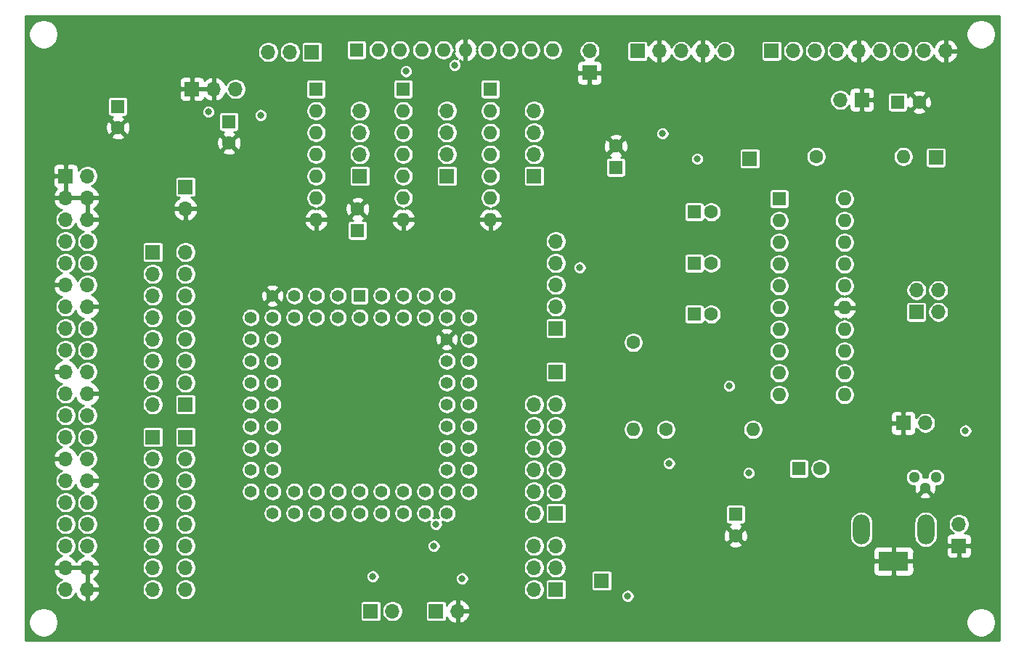
<source format=gbr>
%TF.GenerationSoftware,KiCad,Pcbnew,(5.1.10)-1*%
%TF.CreationDate,2021-06-15T10:49:33-05:00*%
%TF.ProjectId,gd VGC proto pcb,67642056-4743-4207-9072-6f746f207063,rev?*%
%TF.SameCoordinates,Original*%
%TF.FileFunction,Copper,L2,Inr*%
%TF.FilePolarity,Positive*%
%FSLAX46Y46*%
G04 Gerber Fmt 4.6, Leading zero omitted, Abs format (unit mm)*
G04 Created by KiCad (PCBNEW (5.1.10)-1) date 2021-06-15 10:49:33*
%MOMM*%
%LPD*%
G01*
G04 APERTURE LIST*
%TA.AperFunction,ComponentPad*%
%ADD10C,1.300000*%
%TD*%
%TA.AperFunction,ComponentPad*%
%ADD11C,1.600000*%
%TD*%
%TA.AperFunction,ComponentPad*%
%ADD12R,1.600000X1.600000*%
%TD*%
%TA.AperFunction,ComponentPad*%
%ADD13O,1.700000X1.700000*%
%TD*%
%TA.AperFunction,ComponentPad*%
%ADD14R,1.700000X1.700000*%
%TD*%
%TA.AperFunction,ComponentPad*%
%ADD15C,1.422400*%
%TD*%
%TA.AperFunction,ComponentPad*%
%ADD16R,1.422400X1.422400*%
%TD*%
%TA.AperFunction,ComponentPad*%
%ADD17O,1.600000X1.600000*%
%TD*%
%TA.AperFunction,ComponentPad*%
%ADD18R,3.500000X2.300000*%
%TD*%
%TA.AperFunction,ComponentPad*%
%ADD19O,2.000000X3.500000*%
%TD*%
%TA.AperFunction,ViaPad*%
%ADD20C,0.800000*%
%TD*%
%TA.AperFunction,ViaPad*%
%ADD21C,0.457200*%
%TD*%
%TA.AperFunction,Conductor*%
%ADD22C,0.254000*%
%TD*%
%TA.AperFunction,Conductor*%
%ADD23C,0.100000*%
%TD*%
G04 APERTURE END LIST*
D10*
%TO.N,/J11-1*%
%TO.C,TF1*%
X187833000Y-115189000D03*
%TO.N,/R8-2*%
X185293000Y-115189000D03*
%TO.N,GND*%
X186563000Y-116459000D03*
%TD*%
D11*
%TO.N,GND*%
%TO.C,C24*%
X185888000Y-71374000D03*
D12*
%TO.N,+12V*%
X183388000Y-71374000D03*
%TD*%
D13*
%TO.N,-5V*%
%TO.C,J28*%
X147447000Y-65405000D03*
D14*
%TO.N,GND*%
X147447000Y-67945000D03*
%TD*%
D13*
%TO.N,+5V*%
%TO.C,J1*%
X106172000Y-69850000D03*
%TO.N,GND*%
X103632000Y-69850000D03*
D14*
X101092000Y-69850000D03*
%TD*%
D13*
%TO.N,+12V*%
%TO.C,J27*%
X176657000Y-71120000D03*
D14*
%TO.N,GND*%
X179197000Y-71120000D03*
%TD*%
D11*
%TO.N,GND*%
%TO.C,C22*%
X120396000Y-83860000D03*
D12*
%TO.N,+5V*%
X120396000Y-86360000D03*
%TD*%
D11*
%TO.N,GND*%
%TO.C,C21*%
X105410000Y-76160000D03*
D12*
%TO.N,+5V*%
X105410000Y-73660000D03*
%TD*%
D15*
%TO.N,/VID8*%
%TO.C,UF2*%
X120650000Y-96520000D03*
%TO.N,/VID10*%
X118110000Y-96520000D03*
%TO.N,/COMP-SYN*%
X115570000Y-96520000D03*
%TO.N,+5V*%
X113030000Y-96520000D03*
%TO.N,/VID6*%
X123190000Y-96520000D03*
%TO.N,/VID4*%
X125730000Y-96520000D03*
%TO.N,/VID2*%
X128270000Y-96520000D03*
%TO.N,/VID0*%
X130810000Y-96520000D03*
D16*
%TO.N,/VID7*%
X120650000Y-93980000D03*
D15*
%TO.N,/VID9*%
X118110000Y-93980000D03*
%TO.N,/VID11*%
X115570000Y-93980000D03*
%TO.N,/MONO-COLOR*%
X113030000Y-93980000D03*
%TO.N,GND*%
X110490000Y-93980000D03*
%TO.N,/VID5*%
X123190000Y-93980000D03*
%TO.N,/VID3*%
X125730000Y-93980000D03*
%TO.N,/VID1*%
X128270000Y-93980000D03*
%TO.N,/28M*%
X110490000Y-96520000D03*
%TO.N,/ADBUS6*%
X110490000Y-99060000D03*
%TO.N,/ADBUS4*%
X110490000Y-101600000D03*
%TO.N,/ADBUS2*%
X110490000Y-104140000D03*
%TO.N,/ADBUS0*%
X110490000Y-106680000D03*
%TO.N,/RGB4.H*%
X110490000Y-109220000D03*
%TO.N,/RGB1.H*%
X110490000Y-111760000D03*
%TO.N,/MDBUS1*%
X110490000Y-114300000D03*
%TO.N,/14M.H*%
X107950000Y-96520000D03*
%TO.N,/ADBUS7*%
X107950000Y-99060000D03*
%TO.N,/ADBUS5*%
X107950000Y-101600000D03*
%TO.N,/ADBUS3*%
X107950000Y-104140000D03*
%TO.N,/ADBUS1*%
X107950000Y-106680000D03*
%TO.N,/RGB8.H*%
X107950000Y-109220000D03*
%TO.N,/RGB2.H*%
X107950000Y-111760000D03*
%TO.N,/MDBUS0*%
X107950000Y-114300000D03*
%TO.N,/MDBUS2*%
X107950000Y-116840000D03*
%TO.N,/MDBUS4*%
X110490000Y-116840000D03*
%TO.N,/MDBUS6*%
X113030000Y-116840000D03*
%TO.N,/RABUS0*%
X115570000Y-116840000D03*
%TO.N,/RABUS2*%
X118110000Y-116840000D03*
%TO.N,/RABUS4*%
X120650000Y-116840000D03*
%TO.N,/RABUS6*%
X123190000Y-116840000D03*
%TO.N,/UH2-40*%
X125730000Y-116840000D03*
%TO.N,/U18TEST*%
X128270000Y-116840000D03*
%TO.N,/UH2-44*%
X133350000Y-116840000D03*
%TO.N,/MDBUS3*%
X110490000Y-119380000D03*
%TO.N,/MDBUS5*%
X113030000Y-119380000D03*
%TO.N,/MDBUS7*%
X115570000Y-119380000D03*
%TO.N,/RABUS1*%
X118110000Y-119380000D03*
%TO.N,/RABUS3*%
X120650000Y-119380000D03*
%TO.N,/RABUS5*%
X123190000Y-119380000D03*
%TO.N,/RABUS7*%
X125730000Y-119380000D03*
%TO.N,/IRQ.L*%
X128270000Y-119380000D03*
%TO.N,/UH2-43*%
X130810000Y-119380000D03*
%TO.N,/PH0.H*%
X130810000Y-116840000D03*
%TO.N,/RESET.L*%
X130810000Y-114300000D03*
%TO.N,/FLIP6.H*%
X130810000Y-111760000D03*
%TO.N,/HDSEL.H*%
X130810000Y-109220000D03*
%TO.N,/M2SEL.L*%
X130810000Y-106680000D03*
%TO.N,/UG3-1*%
X130810000Y-104140000D03*
%TO.N,N/C*%
X130810000Y-101600000D03*
%TO.N,GND*%
X130810000Y-99060000D03*
%TO.N,/3.5DIK*%
X130810000Y-93980000D03*
%TO.N,/A2R-W.H*%
X133350000Y-114300000D03*
%TO.N,/FLIP7.H*%
X133350000Y-111760000D03*
%TO.N,/BABUS12*%
X133350000Y-109220000D03*
%TO.N,/VBL.L*%
X133350000Y-106680000D03*
%TO.N,/UG3-5*%
X133350000Y-104140000D03*
%TO.N,/UG3-7*%
X133350000Y-101600000D03*
%TO.N,+5V*%
X133350000Y-99060000D03*
%TO.N,/STRETCH.L*%
X133350000Y-96520000D03*
%TD*%
D11*
%TO.N,GND*%
%TO.C,C61*%
X150495000Y-76494000D03*
D12*
%TO.N,+5V*%
X150495000Y-78994000D03*
%TD*%
D11*
%TO.N,GND*%
%TO.C,C16*%
X92456000Y-74382000D03*
D12*
%TO.N,+5V*%
X92456000Y-71882000D03*
%TD*%
D11*
%TO.N,/R54-1*%
%TO.C,C6*%
X174331000Y-114173000D03*
D12*
%TO.N,/UC2-9*%
X171831000Y-114173000D03*
%TD*%
D11*
%TO.N,/UC2-3*%
%TO.C,C13*%
X161639000Y-84201000D03*
D12*
%TO.N,/H4-6*%
X159639000Y-84201000D03*
%TD*%
D11*
%TO.N,/UC2-4*%
%TO.C,C5*%
X161639000Y-90195400D03*
D12*
%TO.N,/H3-6*%
X159639000Y-90195400D03*
%TD*%
D11*
%TO.N,/UC2-5*%
%TO.C,C4*%
X161639000Y-96139000D03*
D12*
%TO.N,/H2-6*%
X159639000Y-96139000D03*
%TD*%
D11*
%TO.N,GND*%
%TO.C,C60*%
X164465000Y-122007000D03*
D12*
%TO.N,/R14-2*%
X164465000Y-119507000D03*
%TD*%
D13*
%TO.N,/RGB2.H*%
%TO.C,J20*%
X96520000Y-106680000D03*
X96520000Y-104140000D03*
%TO.N,/RGB1.H*%
X96520000Y-101600000D03*
X96520000Y-99060000D03*
%TO.N,/RGB8.H*%
X96520000Y-96520000D03*
X96520000Y-93980000D03*
%TO.N,/RGB4.H*%
X96520000Y-91440000D03*
D14*
X96520000Y-88900000D03*
%TD*%
D13*
%TO.N,/ADBUS7*%
%TO.C,J3*%
X100330000Y-88900000D03*
%TO.N,/ADBUS6*%
X100330000Y-91440000D03*
%TO.N,/ADBUS5*%
X100330000Y-93980000D03*
%TO.N,/ADBUS4*%
X100330000Y-96520000D03*
%TO.N,/ADBUS3*%
X100330000Y-99060000D03*
%TO.N,/ADBUS2*%
X100330000Y-101600000D03*
%TO.N,/ADBUS1*%
X100330000Y-104140000D03*
D14*
%TO.N,/ADBUS0*%
X100330000Y-106680000D03*
%TD*%
D13*
%TO.N,/SYNC.L*%
%TO.C,J26*%
X124460000Y-130810000D03*
D14*
X121920000Y-130810000D03*
%TD*%
D13*
%TO.N,/A2R-W.H*%
%TO.C,J23*%
X140970000Y-123190000D03*
X143510000Y-123190000D03*
%TO.N,/RESET.L*%
X140970000Y-125730000D03*
X143510000Y-125730000D03*
%TO.N,/IRQ.L*%
X140970000Y-128270000D03*
D14*
X143510000Y-128270000D03*
%TD*%
D13*
%TO.N,/STRETCH.L*%
%TO.C,J22*%
X140970000Y-106680000D03*
X143510000Y-106680000D03*
%TO.N,/M2SEL.L*%
X140970000Y-109220000D03*
X143510000Y-109220000D03*
%TO.N,/BABUS12*%
X140970000Y-111760000D03*
X143510000Y-111760000D03*
%TO.N,/HDSEL.H*%
X140970000Y-114300000D03*
X143510000Y-114300000D03*
%TO.N,/FLIP7.H*%
X140970000Y-116840000D03*
X143510000Y-116840000D03*
%TO.N,/FLIP6.H*%
X140970000Y-119380000D03*
D14*
X143510000Y-119380000D03*
%TD*%
D13*
%TO.N,CREF.L*%
%TO.C,J19*%
X188087000Y-93345000D03*
X188087000Y-95885000D03*
%TO.N,CREF.H*%
X185547000Y-93345000D03*
D14*
X185547000Y-95885000D03*
%TD*%
D13*
%TO.N,GND*%
%TO.C,J25*%
X88900000Y-128270000D03*
%TO.N,/PH0.H*%
X86360000Y-128270000D03*
%TO.N,GND*%
X88900000Y-125730000D03*
X86360000Y-125730000D03*
%TO.N,/MDBUS7*%
X88900000Y-123190000D03*
%TO.N,/RABUS7*%
X86360000Y-123190000D03*
%TO.N,/MDBUS6*%
X88900000Y-120650000D03*
%TO.N,/RABUS6*%
X86360000Y-120650000D03*
%TO.N,/MDBUS5*%
X88900000Y-118110000D03*
%TO.N,/RABUS5*%
X86360000Y-118110000D03*
%TO.N,GND*%
X88900000Y-115570000D03*
%TO.N,/RABUS4*%
X86360000Y-115570000D03*
%TO.N,/MDBUS4*%
X88900000Y-113030000D03*
%TO.N,GND*%
X86360000Y-113030000D03*
%TO.N,/MDBUS3*%
X88900000Y-110490000D03*
%TO.N,/RABUS3*%
X86360000Y-110490000D03*
%TO.N,/MDBUS2*%
X88900000Y-107950000D03*
%TO.N,/RABUS2*%
X86360000Y-107950000D03*
%TO.N,GND*%
X88900000Y-105410000D03*
%TO.N,/RABUS1*%
X86360000Y-105410000D03*
%TO.N,Net-(J25-Pad20)*%
X88900000Y-102870000D03*
%TO.N,GND*%
X86360000Y-102870000D03*
%TO.N,/MDBUS1*%
X88900000Y-100330000D03*
%TO.N,/RABUS0*%
X86360000Y-100330000D03*
%TO.N,/MDBUS0*%
X88900000Y-97790000D03*
%TO.N,/ADBUS0*%
X86360000Y-97790000D03*
%TO.N,GND*%
X88900000Y-95250000D03*
%TO.N,/ADBUS1*%
X86360000Y-95250000D03*
%TO.N,/ADBUS2*%
X88900000Y-92710000D03*
%TO.N,GND*%
X86360000Y-92710000D03*
%TO.N,/ADBUS4*%
X88900000Y-90170000D03*
%TO.N,/ADBUS3*%
X86360000Y-90170000D03*
%TO.N,/ADBUS6*%
X88900000Y-87630000D03*
%TO.N,/ADBUS5*%
X86360000Y-87630000D03*
%TO.N,GND*%
X88900000Y-85090000D03*
%TO.N,/ADBUS7*%
X86360000Y-85090000D03*
%TO.N,GND*%
X88900000Y-82550000D03*
X86360000Y-82550000D03*
%TO.N,/14MD.H*%
X88900000Y-80010000D03*
D14*
%TO.N,GND*%
X86360000Y-80010000D03*
%TD*%
D13*
%TO.N,GND*%
%TO.C,J24*%
X132080000Y-130810000D03*
D14*
%TO.N,/PH0.H*%
X129540000Y-130810000D03*
%TD*%
D13*
%TO.N,GND*%
%TO.C,J21*%
X100330000Y-83820000D03*
D14*
%TO.N,/14MD.H*%
X100330000Y-81280000D03*
%TD*%
D17*
%TO.N,/COMSYNC*%
%TO.C,L12*%
X184023000Y-77724000D03*
D11*
%TO.N,/R114-2*%
X173863000Y-77724000D03*
%TD*%
D13*
%TO.N,/J11-1*%
%TO.C,J18*%
X186563000Y-108839000D03*
D14*
%TO.N,GND*%
X184023000Y-108839000D03*
%TD*%
D13*
%TO.N,Net-(J11-Pad3)*%
%TO.C,J17*%
X190500000Y-120650000D03*
D14*
%TO.N,GND*%
X190500000Y-123190000D03*
%TD*%
D13*
%TO.N,/3.5DIK*%
%TO.C,J16*%
X143510000Y-87630000D03*
%TO.N,/UG3-1*%
X143510000Y-90170000D03*
%TO.N,/UG3-7*%
X143510000Y-92710000D03*
%TO.N,/UG3-6*%
X143510000Y-95250000D03*
D14*
%TO.N,/UG3-5*%
X143510000Y-97790000D03*
%TD*%
%TO.N,/VBL.L*%
%TO.C,J15*%
X143510000Y-102870000D03*
%TD*%
%TO.N,/MONO-COLOR*%
%TO.C,J14*%
X148844000Y-127254000D03*
%TD*%
%TO.N,/COMSYNC*%
%TO.C,J13*%
X187833000Y-77851000D03*
%TD*%
D13*
%TO.N,/MDBUS7*%
%TO.C,J12*%
X100330000Y-128270000D03*
%TO.N,/MDBUS6*%
X100330000Y-125730000D03*
%TO.N,/MDBUS5*%
X100330000Y-123190000D03*
%TO.N,/MDBUS4*%
X100330000Y-120650000D03*
%TO.N,/MDBUS3*%
X100330000Y-118110000D03*
%TO.N,/MDBUS2*%
X100330000Y-115570000D03*
%TO.N,/MDBUS1*%
X100330000Y-113030000D03*
D14*
%TO.N,/MDBUS0*%
X100330000Y-110490000D03*
%TD*%
D13*
%TO.N,GND*%
%TO.C,J10*%
X188976000Y-65405000D03*
%TO.N,/R54-2*%
X186436000Y-65405000D03*
%TO.N,/COMSYNC*%
X183896000Y-65405000D03*
%TO.N,Net-(J10-Pad6)*%
X181356000Y-65405000D03*
%TO.N,GND*%
X178816000Y-65405000D03*
%TO.N,Net-(J10-Pad4)*%
X176276000Y-65405000D03*
%TO.N,/COMP-RED*%
X173736000Y-65405000D03*
%TO.N,/COMP-GREEN*%
X171196000Y-65405000D03*
D14*
%TO.N,/COMP-BLUE*%
X168656000Y-65405000D03*
%TD*%
%TO.N,/COMP-SYN*%
%TO.C,J9*%
X166116000Y-77978000D03*
%TD*%
D13*
%TO.N,/RABUS7*%
%TO.C,J8*%
X96520000Y-128270000D03*
%TO.N,/RABUS6*%
X96520000Y-125730000D03*
%TO.N,/RABUS5*%
X96520000Y-123190000D03*
%TO.N,/RABUS4*%
X96520000Y-120650000D03*
%TO.N,/RABUS3*%
X96520000Y-118110000D03*
%TO.N,/RABUS2*%
X96520000Y-115570000D03*
%TO.N,/RABUS1*%
X96520000Y-113030000D03*
D14*
%TO.N,/RABUS0*%
X96520000Y-110490000D03*
%TD*%
D13*
%TO.N,/VID11*%
%TO.C,J7*%
X120650000Y-72390000D03*
%TO.N,/VID10*%
X120650000Y-74930000D03*
%TO.N,/VID9*%
X120650000Y-77470000D03*
D14*
%TO.N,/VID8*%
X120650000Y-80010000D03*
%TD*%
D13*
%TO.N,/COMP-RED*%
%TO.C,J6*%
X163195000Y-65428000D03*
%TO.N,GND*%
X160655000Y-65428000D03*
%TO.N,/COMP-GREEN*%
X158115000Y-65428000D03*
%TO.N,GND*%
X155575000Y-65428000D03*
D14*
%TO.N,/COMP-BLUE*%
X153035000Y-65428000D03*
%TD*%
D13*
%TO.N,/VID7*%
%TO.C,J5*%
X130810000Y-72390000D03*
%TO.N,/VID6*%
X130810000Y-74930000D03*
%TO.N,/VID5*%
X130810000Y-77470000D03*
D14*
%TO.N,/VID4*%
X130810000Y-80010000D03*
%TD*%
D13*
%TO.N,/H4-1*%
%TO.C,J4*%
X109982000Y-65532000D03*
%TO.N,/H3-1*%
X112522000Y-65532000D03*
D14*
%TO.N,/H2-1*%
X115062000Y-65532000D03*
%TD*%
D13*
%TO.N,/VID3*%
%TO.C,J2*%
X140970000Y-72390000D03*
%TO.N,/VID2*%
X140970000Y-74930000D03*
%TO.N,/VID1*%
X140970000Y-77470000D03*
D14*
%TO.N,/VID0*%
X140970000Y-80010000D03*
%TD*%
D17*
%TO.N,/UC2-20*%
%TO.C,UB2*%
X177165000Y-82677000D03*
%TO.N,/UC2-10*%
X169545000Y-105537000D03*
%TO.N,/UC2-19*%
X177165000Y-85217000D03*
%TO.N,/UC2-9*%
X169545000Y-102997000D03*
%TO.N,Net-(UB2-Pad18)*%
X177165000Y-87757000D03*
%TO.N,/UC2-8*%
X169545000Y-100457000D03*
%TO.N,/UC2-17*%
X177165000Y-90297000D03*
%TO.N,/UC2-7*%
X169545000Y-97917000D03*
%TO.N,/UC2-16*%
X177165000Y-92837000D03*
%TO.N,/UC2-6*%
X169545000Y-95377000D03*
%TO.N,GND*%
X177165000Y-95377000D03*
%TO.N,/UC2-5*%
X169545000Y-92837000D03*
%TO.N,+12V*%
X177165000Y-97917000D03*
%TO.N,/UC2-4*%
X169545000Y-90297000D03*
%TO.N,/UC2-13*%
X177165000Y-100457000D03*
%TO.N,/UC2-3*%
X169545000Y-87757000D03*
%TO.N,/UC2-12*%
X177165000Y-102997000D03*
%TO.N,/COMP-SYN*%
X169545000Y-85217000D03*
%TO.N,/UC2-11*%
X177165000Y-105537000D03*
D12*
%TO.N,Net-(C8-Pad2)*%
X169545000Y-82677000D03*
%TD*%
D17*
%TO.N,/UC2-8*%
%TO.C,L4*%
X166497000Y-109601000D03*
D11*
%TO.N,/L4-1*%
X156337000Y-109601000D03*
%TD*%
D17*
%TO.N,/L4-1*%
%TO.C,L3*%
X152545000Y-109601000D03*
D11*
%TO.N,/L3-1*%
X152545000Y-99441000D03*
%TD*%
D18*
%TO.N,GND*%
%TO.C,J11*%
X182880000Y-124968000D03*
D19*
%TO.N,/J11-1*%
X179130000Y-121268000D03*
%TO.N,Net-(J11-Pad3)*%
X186630000Y-121268000D03*
%TD*%
D17*
%TO.N,GND*%
%TO.C,H4*%
X115570000Y-85090000D03*
%TO.N,/H4-6*%
X115570000Y-82550000D03*
%TO.N,/VID8*%
X115570000Y-80010000D03*
%TO.N,/VID9*%
X115570000Y-77470000D03*
%TO.N,/VID10*%
X115570000Y-74930000D03*
%TO.N,/VID11*%
X115570000Y-72390000D03*
D12*
%TO.N,/H4-1*%
X115570000Y-69850000D03*
%TD*%
D17*
%TO.N,GND*%
%TO.C,H3*%
X125730000Y-85090000D03*
%TO.N,/H3-6*%
X125730000Y-82550000D03*
%TO.N,/VID4*%
X125730000Y-80010000D03*
%TO.N,/VID5*%
X125730000Y-77470000D03*
%TO.N,/VID6*%
X125730000Y-74930000D03*
%TO.N,/VID7*%
X125730000Y-72390000D03*
D12*
%TO.N,/H3-1*%
X125730000Y-69850000D03*
%TD*%
D17*
%TO.N,GND*%
%TO.C,H2*%
X135890000Y-85090000D03*
%TO.N,/H2-6*%
X135890000Y-82550000D03*
%TO.N,/VID0*%
X135890000Y-80010000D03*
%TO.N,/VID1*%
X135890000Y-77470000D03*
%TO.N,/VID2*%
X135890000Y-74930000D03*
%TO.N,/VID3*%
X135890000Y-72390000D03*
D12*
%TO.N,/H2-1*%
X135890000Y-69850000D03*
%TD*%
D17*
%TO.N,+5V*%
%TO.C,H1*%
X143129000Y-65278000D03*
%TO.N,/COMP-BLUE*%
X140589000Y-65278000D03*
%TO.N,-5V*%
X138049000Y-65278000D03*
%TO.N,/H2-1*%
X135509000Y-65278000D03*
%TO.N,GND*%
X132969000Y-65278000D03*
%TO.N,/H3-1*%
X130429000Y-65278000D03*
%TO.N,/COMP-GREEN*%
X127889000Y-65278000D03*
%TO.N,/COMP-SYN*%
X125349000Y-65278000D03*
%TO.N,/H4-1*%
X122809000Y-65278000D03*
D12*
%TO.N,/COMP-RED*%
X120269000Y-65278000D03*
%TD*%
D20*
%TO.N,+5V*%
X151892000Y-129032000D03*
X132588000Y-127000000D03*
X122174000Y-126746000D03*
X102997000Y-72517000D03*
X109093000Y-72898000D03*
X191262000Y-109728000D03*
%TO.N,GND*%
X156083000Y-121539000D03*
X158623000Y-130429000D03*
X155829000Y-102489000D03*
X158115000Y-104775000D03*
X163957000Y-107061000D03*
X180975000Y-95885000D03*
X186309000Y-90551000D03*
X182753000Y-83947000D03*
X159619990Y-116713000D03*
X125222000Y-123698000D03*
X135382000Y-108966000D03*
X107823000Y-74930000D03*
X98806000Y-73152000D03*
X105410000Y-78613000D03*
X107950000Y-77978000D03*
X180340000Y-101854000D03*
X180340000Y-106426000D03*
X189484000Y-109728000D03*
X183134000Y-98552000D03*
X171003000Y-77409000D03*
X164338000Y-69596000D03*
X160020000Y-69596000D03*
X155448000Y-69596000D03*
X163830000Y-99314000D03*
X163576000Y-102362000D03*
X114300000Y-125730000D03*
X114173000Y-128270000D03*
X116840000Y-104140000D03*
X124460000Y-104140000D03*
X124460000Y-109220000D03*
X116840000Y-109220000D03*
X98425000Y-128206500D03*
X98425000Y-125666500D03*
X98425000Y-123190000D03*
X98425000Y-120586500D03*
X98425000Y-118046500D03*
X98425000Y-115506500D03*
X98425000Y-112966500D03*
X117094000Y-123126500D03*
X104330500Y-111379000D03*
X102933500Y-95250000D03*
X103632000Y-93408500D03*
X104457500Y-90995500D03*
X107188000Y-87185500D03*
X108267500Y-88265000D03*
X109220000Y-89344500D03*
X105473500Y-88582500D03*
X106680000Y-89852500D03*
X107632500Y-90805000D03*
X98615500Y-87249000D03*
X93345000Y-88646000D03*
X93408500Y-91376500D03*
X93345000Y-93726000D03*
X93154500Y-98996500D03*
X103759000Y-118364000D03*
D21*
X105346500Y-127571500D03*
X105346500Y-125095000D03*
X103314500Y-120205500D03*
X93535500Y-101790500D03*
X93281500Y-110998000D03*
X93662500Y-108966000D03*
D20*
%TO.N,/H2-1*%
X131699000Y-67056000D03*
%TO.N,/H3-1*%
X126037454Y-67786210D03*
%TO.N,/COMP-SYN*%
X160004000Y-77994000D03*
%TO.N,/MONO-COLOR*%
X146304000Y-90678000D03*
%TO.N,+12V*%
X155956000Y-75057000D03*
X165989000Y-114681000D03*
%TO.N,/UC2-9*%
X163703000Y-104521000D03*
%TO.N,/M2SEL.L*%
X156718000Y-113538000D03*
%TO.N,/U18TEST*%
X129540000Y-120650000D03*
X129286000Y-123190000D03*
%TD*%
D22*
%TO.N,GND*%
X195174001Y-134214000D02*
X81686000Y-134214000D01*
X81686000Y-131949511D01*
X82049000Y-131949511D01*
X82049000Y-132290489D01*
X82115521Y-132624914D01*
X82246007Y-132939936D01*
X82435444Y-133223448D01*
X82676552Y-133464556D01*
X82960064Y-133653993D01*
X83275086Y-133784479D01*
X83609511Y-133851000D01*
X83950489Y-133851000D01*
X84284914Y-133784479D01*
X84599936Y-133653993D01*
X84883448Y-133464556D01*
X85124556Y-133223448D01*
X85313993Y-132939936D01*
X85444479Y-132624914D01*
X85511000Y-132290489D01*
X85511000Y-131949511D01*
X85444479Y-131615086D01*
X85313993Y-131300064D01*
X85124556Y-131016552D01*
X84883448Y-130775444D01*
X84599936Y-130586007D01*
X84284914Y-130455521D01*
X83950489Y-130389000D01*
X83609511Y-130389000D01*
X83275086Y-130455521D01*
X82960064Y-130586007D01*
X82676552Y-130775444D01*
X82435444Y-131016552D01*
X82246007Y-131300064D01*
X82115521Y-131615086D01*
X82049000Y-131949511D01*
X81686000Y-131949511D01*
X81686000Y-129960000D01*
X120687157Y-129960000D01*
X120687157Y-131660000D01*
X120694513Y-131734689D01*
X120716299Y-131806508D01*
X120751678Y-131872696D01*
X120799289Y-131930711D01*
X120857304Y-131978322D01*
X120923492Y-132013701D01*
X120995311Y-132035487D01*
X121070000Y-132042843D01*
X122770000Y-132042843D01*
X122844689Y-132035487D01*
X122916508Y-132013701D01*
X122982696Y-131978322D01*
X123040711Y-131930711D01*
X123088322Y-131872696D01*
X123123701Y-131806508D01*
X123145487Y-131734689D01*
X123152843Y-131660000D01*
X123152843Y-130688757D01*
X123229000Y-130688757D01*
X123229000Y-130931243D01*
X123276307Y-131169069D01*
X123369102Y-131393097D01*
X123503820Y-131594717D01*
X123675283Y-131766180D01*
X123876903Y-131900898D01*
X124100931Y-131993693D01*
X124338757Y-132041000D01*
X124581243Y-132041000D01*
X124819069Y-131993693D01*
X125043097Y-131900898D01*
X125244717Y-131766180D01*
X125416180Y-131594717D01*
X125550898Y-131393097D01*
X125643693Y-131169069D01*
X125691000Y-130931243D01*
X125691000Y-130688757D01*
X125643693Y-130450931D01*
X125550898Y-130226903D01*
X125416180Y-130025283D01*
X125350897Y-129960000D01*
X128307157Y-129960000D01*
X128307157Y-131660000D01*
X128314513Y-131734689D01*
X128336299Y-131806508D01*
X128371678Y-131872696D01*
X128419289Y-131930711D01*
X128477304Y-131978322D01*
X128543492Y-132013701D01*
X128615311Y-132035487D01*
X128690000Y-132042843D01*
X130390000Y-132042843D01*
X130464689Y-132035487D01*
X130536508Y-132013701D01*
X130602696Y-131978322D01*
X130660711Y-131930711D01*
X130708322Y-131872696D01*
X130743701Y-131806508D01*
X130765487Y-131734689D01*
X130772843Y-131660000D01*
X130772843Y-131503367D01*
X130884822Y-131691355D01*
X131079731Y-131907588D01*
X131313080Y-132081641D01*
X131575901Y-132206825D01*
X131723110Y-132251476D01*
X131953000Y-132130155D01*
X131953000Y-130937000D01*
X132207000Y-130937000D01*
X132207000Y-132130155D01*
X132436890Y-132251476D01*
X132584099Y-132206825D01*
X132846920Y-132081641D01*
X133024063Y-131949511D01*
X191349000Y-131949511D01*
X191349000Y-132290489D01*
X191415521Y-132624914D01*
X191546007Y-132939936D01*
X191735444Y-133223448D01*
X191976552Y-133464556D01*
X192260064Y-133653993D01*
X192575086Y-133784479D01*
X192909511Y-133851000D01*
X193250489Y-133851000D01*
X193584914Y-133784479D01*
X193899936Y-133653993D01*
X194183448Y-133464556D01*
X194424556Y-133223448D01*
X194613993Y-132939936D01*
X194744479Y-132624914D01*
X194811000Y-132290489D01*
X194811000Y-131949511D01*
X194744479Y-131615086D01*
X194613993Y-131300064D01*
X194424556Y-131016552D01*
X194183448Y-130775444D01*
X193899936Y-130586007D01*
X193584914Y-130455521D01*
X193250489Y-130389000D01*
X192909511Y-130389000D01*
X192575086Y-130455521D01*
X192260064Y-130586007D01*
X191976552Y-130775444D01*
X191735444Y-131016552D01*
X191546007Y-131300064D01*
X191415521Y-131615086D01*
X191349000Y-131949511D01*
X133024063Y-131949511D01*
X133080269Y-131907588D01*
X133275178Y-131691355D01*
X133424157Y-131441252D01*
X133521481Y-131166891D01*
X133400814Y-130937000D01*
X132207000Y-130937000D01*
X131953000Y-130937000D01*
X131933000Y-130937000D01*
X131933000Y-130683000D01*
X131953000Y-130683000D01*
X131953000Y-129489845D01*
X132207000Y-129489845D01*
X132207000Y-130683000D01*
X133400814Y-130683000D01*
X133521481Y-130453109D01*
X133424157Y-130178748D01*
X133275178Y-129928645D01*
X133080269Y-129712412D01*
X132846920Y-129538359D01*
X132584099Y-129413175D01*
X132436890Y-129368524D01*
X132207000Y-129489845D01*
X131953000Y-129489845D01*
X131723110Y-129368524D01*
X131575901Y-129413175D01*
X131313080Y-129538359D01*
X131079731Y-129712412D01*
X130884822Y-129928645D01*
X130772843Y-130116633D01*
X130772843Y-129960000D01*
X130765487Y-129885311D01*
X130743701Y-129813492D01*
X130708322Y-129747304D01*
X130660711Y-129689289D01*
X130602696Y-129641678D01*
X130536508Y-129606299D01*
X130464689Y-129584513D01*
X130390000Y-129577157D01*
X128690000Y-129577157D01*
X128615311Y-129584513D01*
X128543492Y-129606299D01*
X128477304Y-129641678D01*
X128419289Y-129689289D01*
X128371678Y-129747304D01*
X128336299Y-129813492D01*
X128314513Y-129885311D01*
X128307157Y-129960000D01*
X125350897Y-129960000D01*
X125244717Y-129853820D01*
X125043097Y-129719102D01*
X124819069Y-129626307D01*
X124581243Y-129579000D01*
X124338757Y-129579000D01*
X124100931Y-129626307D01*
X123876903Y-129719102D01*
X123675283Y-129853820D01*
X123503820Y-130025283D01*
X123369102Y-130226903D01*
X123276307Y-130450931D01*
X123229000Y-130688757D01*
X123152843Y-130688757D01*
X123152843Y-129960000D01*
X123145487Y-129885311D01*
X123123701Y-129813492D01*
X123088322Y-129747304D01*
X123040711Y-129689289D01*
X122982696Y-129641678D01*
X122916508Y-129606299D01*
X122844689Y-129584513D01*
X122770000Y-129577157D01*
X121070000Y-129577157D01*
X120995311Y-129584513D01*
X120923492Y-129606299D01*
X120857304Y-129641678D01*
X120799289Y-129689289D01*
X120751678Y-129747304D01*
X120716299Y-129813492D01*
X120694513Y-129885311D01*
X120687157Y-129960000D01*
X81686000Y-129960000D01*
X81686000Y-126086890D01*
X84918524Y-126086890D01*
X84963175Y-126234099D01*
X85088359Y-126496920D01*
X85262412Y-126730269D01*
X85478645Y-126925178D01*
X85728748Y-127074157D01*
X85891168Y-127131772D01*
X85776903Y-127179102D01*
X85575283Y-127313820D01*
X85403820Y-127485283D01*
X85269102Y-127686903D01*
X85176307Y-127910931D01*
X85129000Y-128148757D01*
X85129000Y-128391243D01*
X85176307Y-128629069D01*
X85269102Y-128853097D01*
X85403820Y-129054717D01*
X85575283Y-129226180D01*
X85776903Y-129360898D01*
X86000931Y-129453693D01*
X86238757Y-129501000D01*
X86481243Y-129501000D01*
X86719069Y-129453693D01*
X86943097Y-129360898D01*
X87144717Y-129226180D01*
X87316180Y-129054717D01*
X87450898Y-128853097D01*
X87494909Y-128746846D01*
X87503175Y-128774099D01*
X87628359Y-129036920D01*
X87802412Y-129270269D01*
X88018645Y-129465178D01*
X88268748Y-129614157D01*
X88543109Y-129711481D01*
X88773000Y-129590814D01*
X88773000Y-128397000D01*
X89027000Y-128397000D01*
X89027000Y-129590814D01*
X89256891Y-129711481D01*
X89531252Y-129614157D01*
X89781355Y-129465178D01*
X89997588Y-129270269D01*
X90171641Y-129036920D01*
X90296825Y-128774099D01*
X90341476Y-128626890D01*
X90220155Y-128397000D01*
X89027000Y-128397000D01*
X88773000Y-128397000D01*
X88753000Y-128397000D01*
X88753000Y-128148757D01*
X95289000Y-128148757D01*
X95289000Y-128391243D01*
X95336307Y-128629069D01*
X95429102Y-128853097D01*
X95563820Y-129054717D01*
X95735283Y-129226180D01*
X95936903Y-129360898D01*
X96160931Y-129453693D01*
X96398757Y-129501000D01*
X96641243Y-129501000D01*
X96879069Y-129453693D01*
X97103097Y-129360898D01*
X97304717Y-129226180D01*
X97476180Y-129054717D01*
X97610898Y-128853097D01*
X97703693Y-128629069D01*
X97751000Y-128391243D01*
X97751000Y-128148757D01*
X99099000Y-128148757D01*
X99099000Y-128391243D01*
X99146307Y-128629069D01*
X99239102Y-128853097D01*
X99373820Y-129054717D01*
X99545283Y-129226180D01*
X99746903Y-129360898D01*
X99970931Y-129453693D01*
X100208757Y-129501000D01*
X100451243Y-129501000D01*
X100689069Y-129453693D01*
X100913097Y-129360898D01*
X101114717Y-129226180D01*
X101286180Y-129054717D01*
X101420898Y-128853097D01*
X101513693Y-128629069D01*
X101561000Y-128391243D01*
X101561000Y-128148757D01*
X139739000Y-128148757D01*
X139739000Y-128391243D01*
X139786307Y-128629069D01*
X139879102Y-128853097D01*
X140013820Y-129054717D01*
X140185283Y-129226180D01*
X140386903Y-129360898D01*
X140610931Y-129453693D01*
X140848757Y-129501000D01*
X141091243Y-129501000D01*
X141329069Y-129453693D01*
X141553097Y-129360898D01*
X141754717Y-129226180D01*
X141926180Y-129054717D01*
X142060898Y-128853097D01*
X142153693Y-128629069D01*
X142201000Y-128391243D01*
X142201000Y-128148757D01*
X142153693Y-127910931D01*
X142060898Y-127686903D01*
X141926180Y-127485283D01*
X141860897Y-127420000D01*
X142277157Y-127420000D01*
X142277157Y-129120000D01*
X142284513Y-129194689D01*
X142306299Y-129266508D01*
X142341678Y-129332696D01*
X142389289Y-129390711D01*
X142447304Y-129438322D01*
X142513492Y-129473701D01*
X142585311Y-129495487D01*
X142660000Y-129502843D01*
X144360000Y-129502843D01*
X144434689Y-129495487D01*
X144506508Y-129473701D01*
X144572696Y-129438322D01*
X144630711Y-129390711D01*
X144678322Y-129332696D01*
X144713701Y-129266508D01*
X144735487Y-129194689D01*
X144742843Y-129120000D01*
X144742843Y-128955078D01*
X151111000Y-128955078D01*
X151111000Y-129108922D01*
X151141013Y-129259809D01*
X151199887Y-129401942D01*
X151285358Y-129529859D01*
X151394141Y-129638642D01*
X151522058Y-129724113D01*
X151664191Y-129782987D01*
X151815078Y-129813000D01*
X151968922Y-129813000D01*
X152119809Y-129782987D01*
X152261942Y-129724113D01*
X152389859Y-129638642D01*
X152498642Y-129529859D01*
X152584113Y-129401942D01*
X152642987Y-129259809D01*
X152673000Y-129108922D01*
X152673000Y-128955078D01*
X152642987Y-128804191D01*
X152584113Y-128662058D01*
X152498642Y-128534141D01*
X152389859Y-128425358D01*
X152261942Y-128339887D01*
X152119809Y-128281013D01*
X151968922Y-128251000D01*
X151815078Y-128251000D01*
X151664191Y-128281013D01*
X151522058Y-128339887D01*
X151394141Y-128425358D01*
X151285358Y-128534141D01*
X151199887Y-128662058D01*
X151141013Y-128804191D01*
X151111000Y-128955078D01*
X144742843Y-128955078D01*
X144742843Y-127420000D01*
X144735487Y-127345311D01*
X144713701Y-127273492D01*
X144678322Y-127207304D01*
X144630711Y-127149289D01*
X144572696Y-127101678D01*
X144506508Y-127066299D01*
X144434689Y-127044513D01*
X144360000Y-127037157D01*
X142660000Y-127037157D01*
X142585311Y-127044513D01*
X142513492Y-127066299D01*
X142447304Y-127101678D01*
X142389289Y-127149289D01*
X142341678Y-127207304D01*
X142306299Y-127273492D01*
X142284513Y-127345311D01*
X142277157Y-127420000D01*
X141860897Y-127420000D01*
X141754717Y-127313820D01*
X141553097Y-127179102D01*
X141329069Y-127086307D01*
X141091243Y-127039000D01*
X140848757Y-127039000D01*
X140610931Y-127086307D01*
X140386903Y-127179102D01*
X140185283Y-127313820D01*
X140013820Y-127485283D01*
X139879102Y-127686903D01*
X139786307Y-127910931D01*
X139739000Y-128148757D01*
X101561000Y-128148757D01*
X101513693Y-127910931D01*
X101420898Y-127686903D01*
X101286180Y-127485283D01*
X101114717Y-127313820D01*
X100913097Y-127179102D01*
X100689069Y-127086307D01*
X100451243Y-127039000D01*
X100208757Y-127039000D01*
X99970931Y-127086307D01*
X99746903Y-127179102D01*
X99545283Y-127313820D01*
X99373820Y-127485283D01*
X99239102Y-127686903D01*
X99146307Y-127910931D01*
X99099000Y-128148757D01*
X97751000Y-128148757D01*
X97703693Y-127910931D01*
X97610898Y-127686903D01*
X97476180Y-127485283D01*
X97304717Y-127313820D01*
X97103097Y-127179102D01*
X96879069Y-127086307D01*
X96641243Y-127039000D01*
X96398757Y-127039000D01*
X96160931Y-127086307D01*
X95936903Y-127179102D01*
X95735283Y-127313820D01*
X95563820Y-127485283D01*
X95429102Y-127686903D01*
X95336307Y-127910931D01*
X95289000Y-128148757D01*
X88753000Y-128148757D01*
X88753000Y-128143000D01*
X88773000Y-128143000D01*
X88773000Y-125857000D01*
X89027000Y-125857000D01*
X89027000Y-128143000D01*
X90220155Y-128143000D01*
X90341476Y-127913110D01*
X90296825Y-127765901D01*
X90171641Y-127503080D01*
X89997588Y-127269731D01*
X89781355Y-127074822D01*
X89655745Y-127000000D01*
X89781355Y-126925178D01*
X89997588Y-126730269D01*
X90171641Y-126496920D01*
X90296825Y-126234099D01*
X90341476Y-126086890D01*
X90220155Y-125857000D01*
X89027000Y-125857000D01*
X88773000Y-125857000D01*
X86487000Y-125857000D01*
X86487000Y-125877000D01*
X86233000Y-125877000D01*
X86233000Y-125857000D01*
X85039845Y-125857000D01*
X84918524Y-126086890D01*
X81686000Y-126086890D01*
X81686000Y-125608757D01*
X95289000Y-125608757D01*
X95289000Y-125851243D01*
X95336307Y-126089069D01*
X95429102Y-126313097D01*
X95563820Y-126514717D01*
X95735283Y-126686180D01*
X95936903Y-126820898D01*
X96160931Y-126913693D01*
X96398757Y-126961000D01*
X96641243Y-126961000D01*
X96879069Y-126913693D01*
X97103097Y-126820898D01*
X97304717Y-126686180D01*
X97476180Y-126514717D01*
X97610898Y-126313097D01*
X97703693Y-126089069D01*
X97751000Y-125851243D01*
X97751000Y-125608757D01*
X99099000Y-125608757D01*
X99099000Y-125851243D01*
X99146307Y-126089069D01*
X99239102Y-126313097D01*
X99373820Y-126514717D01*
X99545283Y-126686180D01*
X99746903Y-126820898D01*
X99970931Y-126913693D01*
X100208757Y-126961000D01*
X100451243Y-126961000D01*
X100689069Y-126913693D01*
X100913097Y-126820898D01*
X101114717Y-126686180D01*
X101131819Y-126669078D01*
X121393000Y-126669078D01*
X121393000Y-126822922D01*
X121423013Y-126973809D01*
X121481887Y-127115942D01*
X121567358Y-127243859D01*
X121676141Y-127352642D01*
X121804058Y-127438113D01*
X121946191Y-127496987D01*
X122097078Y-127527000D01*
X122250922Y-127527000D01*
X122401809Y-127496987D01*
X122543942Y-127438113D01*
X122671859Y-127352642D01*
X122780642Y-127243859D01*
X122866113Y-127115942D01*
X122924987Y-126973809D01*
X122935077Y-126923078D01*
X131807000Y-126923078D01*
X131807000Y-127076922D01*
X131837013Y-127227809D01*
X131895887Y-127369942D01*
X131981358Y-127497859D01*
X132090141Y-127606642D01*
X132218058Y-127692113D01*
X132360191Y-127750987D01*
X132511078Y-127781000D01*
X132664922Y-127781000D01*
X132815809Y-127750987D01*
X132957942Y-127692113D01*
X133085859Y-127606642D01*
X133194642Y-127497859D01*
X133280113Y-127369942D01*
X133338987Y-127227809D01*
X133369000Y-127076922D01*
X133369000Y-126923078D01*
X133338987Y-126772191D01*
X133280113Y-126630058D01*
X133194642Y-126502141D01*
X133085859Y-126393358D01*
X132957942Y-126307887D01*
X132815809Y-126249013D01*
X132664922Y-126219000D01*
X132511078Y-126219000D01*
X132360191Y-126249013D01*
X132218058Y-126307887D01*
X132090141Y-126393358D01*
X131981358Y-126502141D01*
X131895887Y-126630058D01*
X131837013Y-126772191D01*
X131807000Y-126923078D01*
X122935077Y-126923078D01*
X122955000Y-126822922D01*
X122955000Y-126669078D01*
X122924987Y-126518191D01*
X122866113Y-126376058D01*
X122780642Y-126248141D01*
X122671859Y-126139358D01*
X122543942Y-126053887D01*
X122401809Y-125995013D01*
X122250922Y-125965000D01*
X122097078Y-125965000D01*
X121946191Y-125995013D01*
X121804058Y-126053887D01*
X121676141Y-126139358D01*
X121567358Y-126248141D01*
X121481887Y-126376058D01*
X121423013Y-126518191D01*
X121393000Y-126669078D01*
X101131819Y-126669078D01*
X101286180Y-126514717D01*
X101420898Y-126313097D01*
X101513693Y-126089069D01*
X101561000Y-125851243D01*
X101561000Y-125608757D01*
X139739000Y-125608757D01*
X139739000Y-125851243D01*
X139786307Y-126089069D01*
X139879102Y-126313097D01*
X140013820Y-126514717D01*
X140185283Y-126686180D01*
X140386903Y-126820898D01*
X140610931Y-126913693D01*
X140848757Y-126961000D01*
X141091243Y-126961000D01*
X141329069Y-126913693D01*
X141553097Y-126820898D01*
X141754717Y-126686180D01*
X141926180Y-126514717D01*
X142060898Y-126313097D01*
X142153693Y-126089069D01*
X142201000Y-125851243D01*
X142201000Y-125608757D01*
X142279000Y-125608757D01*
X142279000Y-125851243D01*
X142326307Y-126089069D01*
X142419102Y-126313097D01*
X142553820Y-126514717D01*
X142725283Y-126686180D01*
X142926903Y-126820898D01*
X143150931Y-126913693D01*
X143388757Y-126961000D01*
X143631243Y-126961000D01*
X143869069Y-126913693D01*
X144093097Y-126820898D01*
X144294717Y-126686180D01*
X144466180Y-126514717D01*
X144540158Y-126404000D01*
X147611157Y-126404000D01*
X147611157Y-128104000D01*
X147618513Y-128178689D01*
X147640299Y-128250508D01*
X147675678Y-128316696D01*
X147723289Y-128374711D01*
X147781304Y-128422322D01*
X147847492Y-128457701D01*
X147919311Y-128479487D01*
X147994000Y-128486843D01*
X149694000Y-128486843D01*
X149768689Y-128479487D01*
X149840508Y-128457701D01*
X149906696Y-128422322D01*
X149964711Y-128374711D01*
X150012322Y-128316696D01*
X150047701Y-128250508D01*
X150069487Y-128178689D01*
X150076843Y-128104000D01*
X150076843Y-126404000D01*
X150069487Y-126329311D01*
X150047701Y-126257492D01*
X150012322Y-126191304D01*
X149964711Y-126133289D01*
X149946082Y-126118000D01*
X180491928Y-126118000D01*
X180504188Y-126242482D01*
X180540498Y-126362180D01*
X180599463Y-126472494D01*
X180678815Y-126569185D01*
X180775506Y-126648537D01*
X180885820Y-126707502D01*
X181005518Y-126743812D01*
X181130000Y-126756072D01*
X182594250Y-126753000D01*
X182753000Y-126594250D01*
X182753000Y-125095000D01*
X183007000Y-125095000D01*
X183007000Y-126594250D01*
X183165750Y-126753000D01*
X184630000Y-126756072D01*
X184754482Y-126743812D01*
X184874180Y-126707502D01*
X184984494Y-126648537D01*
X185081185Y-126569185D01*
X185160537Y-126472494D01*
X185219502Y-126362180D01*
X185255812Y-126242482D01*
X185268072Y-126118000D01*
X185265000Y-125253750D01*
X185106250Y-125095000D01*
X183007000Y-125095000D01*
X182753000Y-125095000D01*
X180653750Y-125095000D01*
X180495000Y-125253750D01*
X180491928Y-126118000D01*
X149946082Y-126118000D01*
X149906696Y-126085678D01*
X149840508Y-126050299D01*
X149768689Y-126028513D01*
X149694000Y-126021157D01*
X147994000Y-126021157D01*
X147919311Y-126028513D01*
X147847492Y-126050299D01*
X147781304Y-126085678D01*
X147723289Y-126133289D01*
X147675678Y-126191304D01*
X147640299Y-126257492D01*
X147618513Y-126329311D01*
X147611157Y-126404000D01*
X144540158Y-126404000D01*
X144600898Y-126313097D01*
X144693693Y-126089069D01*
X144741000Y-125851243D01*
X144741000Y-125608757D01*
X144693693Y-125370931D01*
X144600898Y-125146903D01*
X144466180Y-124945283D01*
X144294717Y-124773820D01*
X144093097Y-124639102D01*
X143869069Y-124546307D01*
X143631243Y-124499000D01*
X143388757Y-124499000D01*
X143150931Y-124546307D01*
X142926903Y-124639102D01*
X142725283Y-124773820D01*
X142553820Y-124945283D01*
X142419102Y-125146903D01*
X142326307Y-125370931D01*
X142279000Y-125608757D01*
X142201000Y-125608757D01*
X142153693Y-125370931D01*
X142060898Y-125146903D01*
X141926180Y-124945283D01*
X141754717Y-124773820D01*
X141553097Y-124639102D01*
X141329069Y-124546307D01*
X141091243Y-124499000D01*
X140848757Y-124499000D01*
X140610931Y-124546307D01*
X140386903Y-124639102D01*
X140185283Y-124773820D01*
X140013820Y-124945283D01*
X139879102Y-125146903D01*
X139786307Y-125370931D01*
X139739000Y-125608757D01*
X101561000Y-125608757D01*
X101513693Y-125370931D01*
X101420898Y-125146903D01*
X101286180Y-124945283D01*
X101114717Y-124773820D01*
X100913097Y-124639102D01*
X100689069Y-124546307D01*
X100451243Y-124499000D01*
X100208757Y-124499000D01*
X99970931Y-124546307D01*
X99746903Y-124639102D01*
X99545283Y-124773820D01*
X99373820Y-124945283D01*
X99239102Y-125146903D01*
X99146307Y-125370931D01*
X99099000Y-125608757D01*
X97751000Y-125608757D01*
X97703693Y-125370931D01*
X97610898Y-125146903D01*
X97476180Y-124945283D01*
X97304717Y-124773820D01*
X97103097Y-124639102D01*
X96879069Y-124546307D01*
X96641243Y-124499000D01*
X96398757Y-124499000D01*
X96160931Y-124546307D01*
X95936903Y-124639102D01*
X95735283Y-124773820D01*
X95563820Y-124945283D01*
X95429102Y-125146903D01*
X95336307Y-125370931D01*
X95289000Y-125608757D01*
X81686000Y-125608757D01*
X81686000Y-125373110D01*
X84918524Y-125373110D01*
X85039845Y-125603000D01*
X86233000Y-125603000D01*
X86233000Y-125583000D01*
X86487000Y-125583000D01*
X86487000Y-125603000D01*
X88773000Y-125603000D01*
X88773000Y-125583000D01*
X89027000Y-125583000D01*
X89027000Y-125603000D01*
X90220155Y-125603000D01*
X90341476Y-125373110D01*
X90296825Y-125225901D01*
X90171641Y-124963080D01*
X89997588Y-124729731D01*
X89781355Y-124534822D01*
X89531252Y-124385843D01*
X89368832Y-124328228D01*
X89483097Y-124280898D01*
X89684717Y-124146180D01*
X89856180Y-123974717D01*
X89990898Y-123773097D01*
X90083693Y-123549069D01*
X90131000Y-123311243D01*
X90131000Y-123068757D01*
X95289000Y-123068757D01*
X95289000Y-123311243D01*
X95336307Y-123549069D01*
X95429102Y-123773097D01*
X95563820Y-123974717D01*
X95735283Y-124146180D01*
X95936903Y-124280898D01*
X96160931Y-124373693D01*
X96398757Y-124421000D01*
X96641243Y-124421000D01*
X96879069Y-124373693D01*
X97103097Y-124280898D01*
X97304717Y-124146180D01*
X97476180Y-123974717D01*
X97610898Y-123773097D01*
X97703693Y-123549069D01*
X97751000Y-123311243D01*
X97751000Y-123068757D01*
X99099000Y-123068757D01*
X99099000Y-123311243D01*
X99146307Y-123549069D01*
X99239102Y-123773097D01*
X99373820Y-123974717D01*
X99545283Y-124146180D01*
X99746903Y-124280898D01*
X99970931Y-124373693D01*
X100208757Y-124421000D01*
X100451243Y-124421000D01*
X100689069Y-124373693D01*
X100913097Y-124280898D01*
X101114717Y-124146180D01*
X101286180Y-123974717D01*
X101420898Y-123773097D01*
X101513693Y-123549069D01*
X101561000Y-123311243D01*
X101561000Y-123113078D01*
X128505000Y-123113078D01*
X128505000Y-123266922D01*
X128535013Y-123417809D01*
X128593887Y-123559942D01*
X128679358Y-123687859D01*
X128788141Y-123796642D01*
X128916058Y-123882113D01*
X129058191Y-123940987D01*
X129209078Y-123971000D01*
X129362922Y-123971000D01*
X129513809Y-123940987D01*
X129655942Y-123882113D01*
X129783859Y-123796642D01*
X129892642Y-123687859D01*
X129978113Y-123559942D01*
X130036987Y-123417809D01*
X130067000Y-123266922D01*
X130067000Y-123113078D01*
X130058185Y-123068757D01*
X139739000Y-123068757D01*
X139739000Y-123311243D01*
X139786307Y-123549069D01*
X139879102Y-123773097D01*
X140013820Y-123974717D01*
X140185283Y-124146180D01*
X140386903Y-124280898D01*
X140610931Y-124373693D01*
X140848757Y-124421000D01*
X141091243Y-124421000D01*
X141329069Y-124373693D01*
X141553097Y-124280898D01*
X141754717Y-124146180D01*
X141926180Y-123974717D01*
X142060898Y-123773097D01*
X142153693Y-123549069D01*
X142201000Y-123311243D01*
X142201000Y-123068757D01*
X142279000Y-123068757D01*
X142279000Y-123311243D01*
X142326307Y-123549069D01*
X142419102Y-123773097D01*
X142553820Y-123974717D01*
X142725283Y-124146180D01*
X142926903Y-124280898D01*
X143150931Y-124373693D01*
X143388757Y-124421000D01*
X143631243Y-124421000D01*
X143869069Y-124373693D01*
X144093097Y-124280898D01*
X144294717Y-124146180D01*
X144466180Y-123974717D01*
X144570894Y-123818000D01*
X180491928Y-123818000D01*
X180495000Y-124682250D01*
X180653750Y-124841000D01*
X182753000Y-124841000D01*
X182753000Y-123341750D01*
X183007000Y-123341750D01*
X183007000Y-124841000D01*
X185106250Y-124841000D01*
X185265000Y-124682250D01*
X185267282Y-124040000D01*
X189011928Y-124040000D01*
X189024188Y-124164482D01*
X189060498Y-124284180D01*
X189119463Y-124394494D01*
X189198815Y-124491185D01*
X189295506Y-124570537D01*
X189405820Y-124629502D01*
X189525518Y-124665812D01*
X189650000Y-124678072D01*
X190214250Y-124675000D01*
X190373000Y-124516250D01*
X190373000Y-123317000D01*
X190627000Y-123317000D01*
X190627000Y-124516250D01*
X190785750Y-124675000D01*
X191350000Y-124678072D01*
X191474482Y-124665812D01*
X191594180Y-124629502D01*
X191704494Y-124570537D01*
X191801185Y-124491185D01*
X191880537Y-124394494D01*
X191939502Y-124284180D01*
X191975812Y-124164482D01*
X191988072Y-124040000D01*
X191985000Y-123475750D01*
X191826250Y-123317000D01*
X190627000Y-123317000D01*
X190373000Y-123317000D01*
X189173750Y-123317000D01*
X189015000Y-123475750D01*
X189011928Y-124040000D01*
X185267282Y-124040000D01*
X185268072Y-123818000D01*
X185255812Y-123693518D01*
X185219502Y-123573820D01*
X185160537Y-123463506D01*
X185081185Y-123366815D01*
X184984494Y-123287463D01*
X184874180Y-123228498D01*
X184754482Y-123192188D01*
X184630000Y-123179928D01*
X183165750Y-123183000D01*
X183007000Y-123341750D01*
X182753000Y-123341750D01*
X182594250Y-123183000D01*
X181130000Y-123179928D01*
X181005518Y-123192188D01*
X180885820Y-123228498D01*
X180775506Y-123287463D01*
X180678815Y-123366815D01*
X180599463Y-123463506D01*
X180540498Y-123573820D01*
X180504188Y-123693518D01*
X180491928Y-123818000D01*
X144570894Y-123818000D01*
X144600898Y-123773097D01*
X144693693Y-123549069D01*
X144741000Y-123311243D01*
X144741000Y-123068757D01*
X144727264Y-122999702D01*
X163651903Y-122999702D01*
X163723486Y-123243671D01*
X163978996Y-123364571D01*
X164253184Y-123433300D01*
X164535512Y-123447217D01*
X164815130Y-123405787D01*
X165081292Y-123310603D01*
X165206514Y-123243671D01*
X165278097Y-122999702D01*
X164465000Y-122186605D01*
X163651903Y-122999702D01*
X144727264Y-122999702D01*
X144693693Y-122830931D01*
X144600898Y-122606903D01*
X144466180Y-122405283D01*
X144294717Y-122233820D01*
X144093097Y-122099102D01*
X144040974Y-122077512D01*
X163024783Y-122077512D01*
X163066213Y-122357130D01*
X163161397Y-122623292D01*
X163228329Y-122748514D01*
X163472298Y-122820097D01*
X164285395Y-122007000D01*
X164644605Y-122007000D01*
X165457702Y-122820097D01*
X165701671Y-122748514D01*
X165822571Y-122493004D01*
X165891300Y-122218816D01*
X165905217Y-121936488D01*
X165863787Y-121656870D01*
X165768603Y-121390708D01*
X165701671Y-121265486D01*
X165457702Y-121193903D01*
X164644605Y-122007000D01*
X164285395Y-122007000D01*
X163472298Y-121193903D01*
X163228329Y-121265486D01*
X163107429Y-121520996D01*
X163038700Y-121795184D01*
X163024783Y-122077512D01*
X144040974Y-122077512D01*
X143869069Y-122006307D01*
X143631243Y-121959000D01*
X143388757Y-121959000D01*
X143150931Y-122006307D01*
X142926903Y-122099102D01*
X142725283Y-122233820D01*
X142553820Y-122405283D01*
X142419102Y-122606903D01*
X142326307Y-122830931D01*
X142279000Y-123068757D01*
X142201000Y-123068757D01*
X142153693Y-122830931D01*
X142060898Y-122606903D01*
X141926180Y-122405283D01*
X141754717Y-122233820D01*
X141553097Y-122099102D01*
X141329069Y-122006307D01*
X141091243Y-121959000D01*
X140848757Y-121959000D01*
X140610931Y-122006307D01*
X140386903Y-122099102D01*
X140185283Y-122233820D01*
X140013820Y-122405283D01*
X139879102Y-122606903D01*
X139786307Y-122830931D01*
X139739000Y-123068757D01*
X130058185Y-123068757D01*
X130036987Y-122962191D01*
X129978113Y-122820058D01*
X129892642Y-122692141D01*
X129783859Y-122583358D01*
X129655942Y-122497887D01*
X129513809Y-122439013D01*
X129362922Y-122409000D01*
X129209078Y-122409000D01*
X129058191Y-122439013D01*
X128916058Y-122497887D01*
X128788141Y-122583358D01*
X128679358Y-122692141D01*
X128593887Y-122820058D01*
X128535013Y-122962191D01*
X128505000Y-123113078D01*
X101561000Y-123113078D01*
X101561000Y-123068757D01*
X101513693Y-122830931D01*
X101420898Y-122606903D01*
X101286180Y-122405283D01*
X101114717Y-122233820D01*
X100913097Y-122099102D01*
X100689069Y-122006307D01*
X100451243Y-121959000D01*
X100208757Y-121959000D01*
X99970931Y-122006307D01*
X99746903Y-122099102D01*
X99545283Y-122233820D01*
X99373820Y-122405283D01*
X99239102Y-122606903D01*
X99146307Y-122830931D01*
X99099000Y-123068757D01*
X97751000Y-123068757D01*
X97703693Y-122830931D01*
X97610898Y-122606903D01*
X97476180Y-122405283D01*
X97304717Y-122233820D01*
X97103097Y-122099102D01*
X96879069Y-122006307D01*
X96641243Y-121959000D01*
X96398757Y-121959000D01*
X96160931Y-122006307D01*
X95936903Y-122099102D01*
X95735283Y-122233820D01*
X95563820Y-122405283D01*
X95429102Y-122606903D01*
X95336307Y-122830931D01*
X95289000Y-123068757D01*
X90131000Y-123068757D01*
X90083693Y-122830931D01*
X89990898Y-122606903D01*
X89856180Y-122405283D01*
X89684717Y-122233820D01*
X89483097Y-122099102D01*
X89259069Y-122006307D01*
X89021243Y-121959000D01*
X88778757Y-121959000D01*
X88540931Y-122006307D01*
X88316903Y-122099102D01*
X88115283Y-122233820D01*
X87943820Y-122405283D01*
X87809102Y-122606903D01*
X87716307Y-122830931D01*
X87669000Y-123068757D01*
X87669000Y-123311243D01*
X87716307Y-123549069D01*
X87809102Y-123773097D01*
X87943820Y-123974717D01*
X88115283Y-124146180D01*
X88316903Y-124280898D01*
X88431168Y-124328228D01*
X88268748Y-124385843D01*
X88018645Y-124534822D01*
X87802412Y-124729731D01*
X87630000Y-124960880D01*
X87457588Y-124729731D01*
X87241355Y-124534822D01*
X86991252Y-124385843D01*
X86828832Y-124328228D01*
X86943097Y-124280898D01*
X87144717Y-124146180D01*
X87316180Y-123974717D01*
X87450898Y-123773097D01*
X87543693Y-123549069D01*
X87591000Y-123311243D01*
X87591000Y-123068757D01*
X87543693Y-122830931D01*
X87450898Y-122606903D01*
X87316180Y-122405283D01*
X87144717Y-122233820D01*
X86943097Y-122099102D01*
X86719069Y-122006307D01*
X86481243Y-121959000D01*
X86238757Y-121959000D01*
X86000931Y-122006307D01*
X85776903Y-122099102D01*
X85575283Y-122233820D01*
X85403820Y-122405283D01*
X85269102Y-122606903D01*
X85176307Y-122830931D01*
X85129000Y-123068757D01*
X85129000Y-123311243D01*
X85176307Y-123549069D01*
X85269102Y-123773097D01*
X85403820Y-123974717D01*
X85575283Y-124146180D01*
X85776903Y-124280898D01*
X85891168Y-124328228D01*
X85728748Y-124385843D01*
X85478645Y-124534822D01*
X85262412Y-124729731D01*
X85088359Y-124963080D01*
X84963175Y-125225901D01*
X84918524Y-125373110D01*
X81686000Y-125373110D01*
X81686000Y-120528757D01*
X85129000Y-120528757D01*
X85129000Y-120771243D01*
X85176307Y-121009069D01*
X85269102Y-121233097D01*
X85403820Y-121434717D01*
X85575283Y-121606180D01*
X85776903Y-121740898D01*
X86000931Y-121833693D01*
X86238757Y-121881000D01*
X86481243Y-121881000D01*
X86719069Y-121833693D01*
X86943097Y-121740898D01*
X87144717Y-121606180D01*
X87316180Y-121434717D01*
X87450898Y-121233097D01*
X87543693Y-121009069D01*
X87591000Y-120771243D01*
X87591000Y-120528757D01*
X87669000Y-120528757D01*
X87669000Y-120771243D01*
X87716307Y-121009069D01*
X87809102Y-121233097D01*
X87943820Y-121434717D01*
X88115283Y-121606180D01*
X88316903Y-121740898D01*
X88540931Y-121833693D01*
X88778757Y-121881000D01*
X89021243Y-121881000D01*
X89259069Y-121833693D01*
X89483097Y-121740898D01*
X89684717Y-121606180D01*
X89856180Y-121434717D01*
X89990898Y-121233097D01*
X90083693Y-121009069D01*
X90131000Y-120771243D01*
X90131000Y-120528757D01*
X95289000Y-120528757D01*
X95289000Y-120771243D01*
X95336307Y-121009069D01*
X95429102Y-121233097D01*
X95563820Y-121434717D01*
X95735283Y-121606180D01*
X95936903Y-121740898D01*
X96160931Y-121833693D01*
X96398757Y-121881000D01*
X96641243Y-121881000D01*
X96879069Y-121833693D01*
X97103097Y-121740898D01*
X97304717Y-121606180D01*
X97476180Y-121434717D01*
X97610898Y-121233097D01*
X97703693Y-121009069D01*
X97751000Y-120771243D01*
X97751000Y-120528757D01*
X99099000Y-120528757D01*
X99099000Y-120771243D01*
X99146307Y-121009069D01*
X99239102Y-121233097D01*
X99373820Y-121434717D01*
X99545283Y-121606180D01*
X99746903Y-121740898D01*
X99970931Y-121833693D01*
X100208757Y-121881000D01*
X100451243Y-121881000D01*
X100689069Y-121833693D01*
X100913097Y-121740898D01*
X101114717Y-121606180D01*
X101286180Y-121434717D01*
X101420898Y-121233097D01*
X101513693Y-121009069D01*
X101561000Y-120771243D01*
X101561000Y-120528757D01*
X101513693Y-120290931D01*
X101420898Y-120066903D01*
X101286180Y-119865283D01*
X101114717Y-119693820D01*
X100913097Y-119559102D01*
X100689069Y-119466307D01*
X100451243Y-119419000D01*
X100208757Y-119419000D01*
X99970931Y-119466307D01*
X99746903Y-119559102D01*
X99545283Y-119693820D01*
X99373820Y-119865283D01*
X99239102Y-120066903D01*
X99146307Y-120290931D01*
X99099000Y-120528757D01*
X97751000Y-120528757D01*
X97703693Y-120290931D01*
X97610898Y-120066903D01*
X97476180Y-119865283D01*
X97304717Y-119693820D01*
X97103097Y-119559102D01*
X96879069Y-119466307D01*
X96641243Y-119419000D01*
X96398757Y-119419000D01*
X96160931Y-119466307D01*
X95936903Y-119559102D01*
X95735283Y-119693820D01*
X95563820Y-119865283D01*
X95429102Y-120066903D01*
X95336307Y-120290931D01*
X95289000Y-120528757D01*
X90131000Y-120528757D01*
X90083693Y-120290931D01*
X89990898Y-120066903D01*
X89856180Y-119865283D01*
X89684717Y-119693820D01*
X89483097Y-119559102D01*
X89259069Y-119466307D01*
X89021243Y-119419000D01*
X88778757Y-119419000D01*
X88540931Y-119466307D01*
X88316903Y-119559102D01*
X88115283Y-119693820D01*
X87943820Y-119865283D01*
X87809102Y-120066903D01*
X87716307Y-120290931D01*
X87669000Y-120528757D01*
X87591000Y-120528757D01*
X87543693Y-120290931D01*
X87450898Y-120066903D01*
X87316180Y-119865283D01*
X87144717Y-119693820D01*
X86943097Y-119559102D01*
X86719069Y-119466307D01*
X86481243Y-119419000D01*
X86238757Y-119419000D01*
X86000931Y-119466307D01*
X85776903Y-119559102D01*
X85575283Y-119693820D01*
X85403820Y-119865283D01*
X85269102Y-120066903D01*
X85176307Y-120290931D01*
X85129000Y-120528757D01*
X81686000Y-120528757D01*
X81686000Y-117988757D01*
X85129000Y-117988757D01*
X85129000Y-118231243D01*
X85176307Y-118469069D01*
X85269102Y-118693097D01*
X85403820Y-118894717D01*
X85575283Y-119066180D01*
X85776903Y-119200898D01*
X86000931Y-119293693D01*
X86238757Y-119341000D01*
X86481243Y-119341000D01*
X86719069Y-119293693D01*
X86943097Y-119200898D01*
X87144717Y-119066180D01*
X87316180Y-118894717D01*
X87450898Y-118693097D01*
X87543693Y-118469069D01*
X87591000Y-118231243D01*
X87591000Y-117988757D01*
X87543693Y-117750931D01*
X87450898Y-117526903D01*
X87316180Y-117325283D01*
X87144717Y-117153820D01*
X86943097Y-117019102D01*
X86719069Y-116926307D01*
X86481243Y-116879000D01*
X86238757Y-116879000D01*
X86000931Y-116926307D01*
X85776903Y-117019102D01*
X85575283Y-117153820D01*
X85403820Y-117325283D01*
X85269102Y-117526903D01*
X85176307Y-117750931D01*
X85129000Y-117988757D01*
X81686000Y-117988757D01*
X81686000Y-112673110D01*
X84918524Y-112673110D01*
X85039845Y-112903000D01*
X86233000Y-112903000D01*
X86233000Y-112883000D01*
X86487000Y-112883000D01*
X86487000Y-112903000D01*
X86507000Y-112903000D01*
X86507000Y-113157000D01*
X86487000Y-113157000D01*
X86487000Y-113177000D01*
X86233000Y-113177000D01*
X86233000Y-113157000D01*
X85039845Y-113157000D01*
X84918524Y-113386890D01*
X84963175Y-113534099D01*
X85088359Y-113796920D01*
X85262412Y-114030269D01*
X85478645Y-114225178D01*
X85728748Y-114374157D01*
X85891168Y-114431772D01*
X85776903Y-114479102D01*
X85575283Y-114613820D01*
X85403820Y-114785283D01*
X85269102Y-114986903D01*
X85176307Y-115210931D01*
X85129000Y-115448757D01*
X85129000Y-115691243D01*
X85176307Y-115929069D01*
X85269102Y-116153097D01*
X85403820Y-116354717D01*
X85575283Y-116526180D01*
X85776903Y-116660898D01*
X86000931Y-116753693D01*
X86238757Y-116801000D01*
X86481243Y-116801000D01*
X86719069Y-116753693D01*
X86943097Y-116660898D01*
X87144717Y-116526180D01*
X87316180Y-116354717D01*
X87450898Y-116153097D01*
X87494909Y-116046846D01*
X87503175Y-116074099D01*
X87628359Y-116336920D01*
X87802412Y-116570269D01*
X88018645Y-116765178D01*
X88268748Y-116914157D01*
X88431168Y-116971772D01*
X88316903Y-117019102D01*
X88115283Y-117153820D01*
X87943820Y-117325283D01*
X87809102Y-117526903D01*
X87716307Y-117750931D01*
X87669000Y-117988757D01*
X87669000Y-118231243D01*
X87716307Y-118469069D01*
X87809102Y-118693097D01*
X87943820Y-118894717D01*
X88115283Y-119066180D01*
X88316903Y-119200898D01*
X88540931Y-119293693D01*
X88778757Y-119341000D01*
X89021243Y-119341000D01*
X89259069Y-119293693D01*
X89483097Y-119200898D01*
X89684717Y-119066180D01*
X89856180Y-118894717D01*
X89990898Y-118693097D01*
X90083693Y-118469069D01*
X90131000Y-118231243D01*
X90131000Y-117988757D01*
X95289000Y-117988757D01*
X95289000Y-118231243D01*
X95336307Y-118469069D01*
X95429102Y-118693097D01*
X95563820Y-118894717D01*
X95735283Y-119066180D01*
X95936903Y-119200898D01*
X96160931Y-119293693D01*
X96398757Y-119341000D01*
X96641243Y-119341000D01*
X96879069Y-119293693D01*
X97103097Y-119200898D01*
X97304717Y-119066180D01*
X97476180Y-118894717D01*
X97610898Y-118693097D01*
X97703693Y-118469069D01*
X97751000Y-118231243D01*
X97751000Y-117988757D01*
X99099000Y-117988757D01*
X99099000Y-118231243D01*
X99146307Y-118469069D01*
X99239102Y-118693097D01*
X99373820Y-118894717D01*
X99545283Y-119066180D01*
X99746903Y-119200898D01*
X99970931Y-119293693D01*
X100208757Y-119341000D01*
X100451243Y-119341000D01*
X100689069Y-119293693D01*
X100740407Y-119272428D01*
X109397800Y-119272428D01*
X109397800Y-119487572D01*
X109439772Y-119698583D01*
X109522105Y-119897351D01*
X109641633Y-120076237D01*
X109793763Y-120228367D01*
X109972649Y-120347895D01*
X110171417Y-120430228D01*
X110382428Y-120472200D01*
X110597572Y-120472200D01*
X110808583Y-120430228D01*
X111007351Y-120347895D01*
X111186237Y-120228367D01*
X111338367Y-120076237D01*
X111457895Y-119897351D01*
X111540228Y-119698583D01*
X111582200Y-119487572D01*
X111582200Y-119272428D01*
X111937800Y-119272428D01*
X111937800Y-119487572D01*
X111979772Y-119698583D01*
X112062105Y-119897351D01*
X112181633Y-120076237D01*
X112333763Y-120228367D01*
X112512649Y-120347895D01*
X112711417Y-120430228D01*
X112922428Y-120472200D01*
X113137572Y-120472200D01*
X113348583Y-120430228D01*
X113547351Y-120347895D01*
X113726237Y-120228367D01*
X113878367Y-120076237D01*
X113997895Y-119897351D01*
X114080228Y-119698583D01*
X114122200Y-119487572D01*
X114122200Y-119272428D01*
X114477800Y-119272428D01*
X114477800Y-119487572D01*
X114519772Y-119698583D01*
X114602105Y-119897351D01*
X114721633Y-120076237D01*
X114873763Y-120228367D01*
X115052649Y-120347895D01*
X115251417Y-120430228D01*
X115462428Y-120472200D01*
X115677572Y-120472200D01*
X115888583Y-120430228D01*
X116087351Y-120347895D01*
X116266237Y-120228367D01*
X116418367Y-120076237D01*
X116537895Y-119897351D01*
X116620228Y-119698583D01*
X116662200Y-119487572D01*
X116662200Y-119272428D01*
X117017800Y-119272428D01*
X117017800Y-119487572D01*
X117059772Y-119698583D01*
X117142105Y-119897351D01*
X117261633Y-120076237D01*
X117413763Y-120228367D01*
X117592649Y-120347895D01*
X117791417Y-120430228D01*
X118002428Y-120472200D01*
X118217572Y-120472200D01*
X118428583Y-120430228D01*
X118627351Y-120347895D01*
X118806237Y-120228367D01*
X118958367Y-120076237D01*
X119077895Y-119897351D01*
X119160228Y-119698583D01*
X119202200Y-119487572D01*
X119202200Y-119272428D01*
X119557800Y-119272428D01*
X119557800Y-119487572D01*
X119599772Y-119698583D01*
X119682105Y-119897351D01*
X119801633Y-120076237D01*
X119953763Y-120228367D01*
X120132649Y-120347895D01*
X120331417Y-120430228D01*
X120542428Y-120472200D01*
X120757572Y-120472200D01*
X120968583Y-120430228D01*
X121167351Y-120347895D01*
X121346237Y-120228367D01*
X121498367Y-120076237D01*
X121617895Y-119897351D01*
X121700228Y-119698583D01*
X121742200Y-119487572D01*
X121742200Y-119272428D01*
X122097800Y-119272428D01*
X122097800Y-119487572D01*
X122139772Y-119698583D01*
X122222105Y-119897351D01*
X122341633Y-120076237D01*
X122493763Y-120228367D01*
X122672649Y-120347895D01*
X122871417Y-120430228D01*
X123082428Y-120472200D01*
X123297572Y-120472200D01*
X123508583Y-120430228D01*
X123707351Y-120347895D01*
X123886237Y-120228367D01*
X124038367Y-120076237D01*
X124157895Y-119897351D01*
X124240228Y-119698583D01*
X124282200Y-119487572D01*
X124282200Y-119272428D01*
X124637800Y-119272428D01*
X124637800Y-119487572D01*
X124679772Y-119698583D01*
X124762105Y-119897351D01*
X124881633Y-120076237D01*
X125033763Y-120228367D01*
X125212649Y-120347895D01*
X125411417Y-120430228D01*
X125622428Y-120472200D01*
X125837572Y-120472200D01*
X126048583Y-120430228D01*
X126247351Y-120347895D01*
X126426237Y-120228367D01*
X126578367Y-120076237D01*
X126697895Y-119897351D01*
X126780228Y-119698583D01*
X126822200Y-119487572D01*
X126822200Y-119272428D01*
X127177800Y-119272428D01*
X127177800Y-119487572D01*
X127219772Y-119698583D01*
X127302105Y-119897351D01*
X127421633Y-120076237D01*
X127573763Y-120228367D01*
X127752649Y-120347895D01*
X127951417Y-120430228D01*
X128162428Y-120472200D01*
X128377572Y-120472200D01*
X128588583Y-120430228D01*
X128787351Y-120347895D01*
X128832201Y-120317927D01*
X128789013Y-120422191D01*
X128759000Y-120573078D01*
X128759000Y-120726922D01*
X128789013Y-120877809D01*
X128847887Y-121019942D01*
X128933358Y-121147859D01*
X129042141Y-121256642D01*
X129170058Y-121342113D01*
X129312191Y-121400987D01*
X129463078Y-121431000D01*
X129616922Y-121431000D01*
X129767809Y-121400987D01*
X129909942Y-121342113D01*
X130037859Y-121256642D01*
X130146642Y-121147859D01*
X130232113Y-121019942D01*
X130290987Y-120877809D01*
X130321000Y-120726922D01*
X130321000Y-120573078D01*
X130290987Y-120422191D01*
X130247799Y-120317927D01*
X130292649Y-120347895D01*
X130491417Y-120430228D01*
X130702428Y-120472200D01*
X130917572Y-120472200D01*
X131128583Y-120430228D01*
X131327351Y-120347895D01*
X131506237Y-120228367D01*
X131658367Y-120076237D01*
X131777895Y-119897351D01*
X131860228Y-119698583D01*
X131902200Y-119487572D01*
X131902200Y-119272428D01*
X131899481Y-119258757D01*
X139739000Y-119258757D01*
X139739000Y-119501243D01*
X139786307Y-119739069D01*
X139879102Y-119963097D01*
X140013820Y-120164717D01*
X140185283Y-120336180D01*
X140386903Y-120470898D01*
X140610931Y-120563693D01*
X140848757Y-120611000D01*
X141091243Y-120611000D01*
X141329069Y-120563693D01*
X141553097Y-120470898D01*
X141754717Y-120336180D01*
X141926180Y-120164717D01*
X142060898Y-119963097D01*
X142153693Y-119739069D01*
X142201000Y-119501243D01*
X142201000Y-119258757D01*
X142153693Y-119020931D01*
X142060898Y-118796903D01*
X141926180Y-118595283D01*
X141860897Y-118530000D01*
X142277157Y-118530000D01*
X142277157Y-120230000D01*
X142284513Y-120304689D01*
X142306299Y-120376508D01*
X142341678Y-120442696D01*
X142389289Y-120500711D01*
X142447304Y-120548322D01*
X142513492Y-120583701D01*
X142585311Y-120605487D01*
X142660000Y-120612843D01*
X144360000Y-120612843D01*
X144434689Y-120605487D01*
X144506508Y-120583701D01*
X144572696Y-120548322D01*
X144630711Y-120500711D01*
X144678322Y-120442696D01*
X144713701Y-120376508D01*
X144735487Y-120304689D01*
X144742843Y-120230000D01*
X144742843Y-118707000D01*
X163282157Y-118707000D01*
X163282157Y-120307000D01*
X163289513Y-120381689D01*
X163311299Y-120453508D01*
X163346678Y-120519696D01*
X163394289Y-120577711D01*
X163452304Y-120625322D01*
X163518492Y-120660701D01*
X163590311Y-120682487D01*
X163665000Y-120689843D01*
X163886609Y-120689843D01*
X163848708Y-120703397D01*
X163723486Y-120770329D01*
X163651903Y-121014298D01*
X164465000Y-121827395D01*
X165278097Y-121014298D01*
X165206514Y-120770329D01*
X165036415Y-120689843D01*
X165265000Y-120689843D01*
X165339689Y-120682487D01*
X165411508Y-120660701D01*
X165477696Y-120625322D01*
X165535711Y-120577711D01*
X165583322Y-120519696D01*
X165618701Y-120453508D01*
X165619717Y-120450158D01*
X177749000Y-120450158D01*
X177749000Y-122085843D01*
X177768982Y-122288723D01*
X177847950Y-122549043D01*
X177976186Y-122788955D01*
X178148762Y-122999239D01*
X178359046Y-123171815D01*
X178598958Y-123300051D01*
X178859278Y-123379018D01*
X179130000Y-123405682D01*
X179400723Y-123379018D01*
X179661043Y-123300051D01*
X179900955Y-123171815D01*
X180111239Y-122999239D01*
X180283815Y-122788955D01*
X180412051Y-122549043D01*
X180491018Y-122288723D01*
X180511000Y-122085843D01*
X180511000Y-120450158D01*
X185249000Y-120450158D01*
X185249000Y-122085843D01*
X185268982Y-122288723D01*
X185347950Y-122549043D01*
X185476186Y-122788955D01*
X185648762Y-122999239D01*
X185859046Y-123171815D01*
X186098958Y-123300051D01*
X186359278Y-123379018D01*
X186630000Y-123405682D01*
X186900723Y-123379018D01*
X187161043Y-123300051D01*
X187400955Y-123171815D01*
X187611239Y-122999239D01*
X187783815Y-122788955D01*
X187912051Y-122549043D01*
X187975463Y-122340000D01*
X189011928Y-122340000D01*
X189015000Y-122904250D01*
X189173750Y-123063000D01*
X190373000Y-123063000D01*
X190373000Y-123043000D01*
X190627000Y-123043000D01*
X190627000Y-123063000D01*
X191826250Y-123063000D01*
X191985000Y-122904250D01*
X191988072Y-122340000D01*
X191975812Y-122215518D01*
X191939502Y-122095820D01*
X191880537Y-121985506D01*
X191801185Y-121888815D01*
X191704494Y-121809463D01*
X191594180Y-121750498D01*
X191474482Y-121714188D01*
X191350000Y-121701928D01*
X191139706Y-121703073D01*
X191284717Y-121606180D01*
X191456180Y-121434717D01*
X191590898Y-121233097D01*
X191683693Y-121009069D01*
X191731000Y-120771243D01*
X191731000Y-120528757D01*
X191683693Y-120290931D01*
X191590898Y-120066903D01*
X191456180Y-119865283D01*
X191284717Y-119693820D01*
X191083097Y-119559102D01*
X190859069Y-119466307D01*
X190621243Y-119419000D01*
X190378757Y-119419000D01*
X190140931Y-119466307D01*
X189916903Y-119559102D01*
X189715283Y-119693820D01*
X189543820Y-119865283D01*
X189409102Y-120066903D01*
X189316307Y-120290931D01*
X189269000Y-120528757D01*
X189269000Y-120771243D01*
X189316307Y-121009069D01*
X189409102Y-121233097D01*
X189543820Y-121434717D01*
X189715283Y-121606180D01*
X189860294Y-121703073D01*
X189650000Y-121701928D01*
X189525518Y-121714188D01*
X189405820Y-121750498D01*
X189295506Y-121809463D01*
X189198815Y-121888815D01*
X189119463Y-121985506D01*
X189060498Y-122095820D01*
X189024188Y-122215518D01*
X189011928Y-122340000D01*
X187975463Y-122340000D01*
X187991018Y-122288723D01*
X188011000Y-122085843D01*
X188011000Y-120450157D01*
X187991018Y-120247277D01*
X187912051Y-119986957D01*
X187783815Y-119747045D01*
X187611238Y-119536761D01*
X187400954Y-119364185D01*
X187161042Y-119235949D01*
X186900722Y-119156982D01*
X186630000Y-119130318D01*
X186359277Y-119156982D01*
X186098957Y-119235949D01*
X185859045Y-119364185D01*
X185648761Y-119536762D01*
X185476185Y-119747046D01*
X185347949Y-119986958D01*
X185268982Y-120247278D01*
X185249000Y-120450158D01*
X180511000Y-120450158D01*
X180511000Y-120450157D01*
X180491018Y-120247277D01*
X180412051Y-119986957D01*
X180283815Y-119747045D01*
X180111238Y-119536761D01*
X179900954Y-119364185D01*
X179661042Y-119235949D01*
X179400722Y-119156982D01*
X179130000Y-119130318D01*
X178859277Y-119156982D01*
X178598957Y-119235949D01*
X178359045Y-119364185D01*
X178148761Y-119536762D01*
X177976185Y-119747046D01*
X177847949Y-119986958D01*
X177768982Y-120247278D01*
X177749000Y-120450158D01*
X165619717Y-120450158D01*
X165640487Y-120381689D01*
X165647843Y-120307000D01*
X165647843Y-118707000D01*
X165640487Y-118632311D01*
X165618701Y-118560492D01*
X165583322Y-118494304D01*
X165535711Y-118436289D01*
X165477696Y-118388678D01*
X165411508Y-118353299D01*
X165339689Y-118331513D01*
X165265000Y-118324157D01*
X163665000Y-118324157D01*
X163590311Y-118331513D01*
X163518492Y-118353299D01*
X163452304Y-118388678D01*
X163394289Y-118436289D01*
X163346678Y-118494304D01*
X163311299Y-118560492D01*
X163289513Y-118632311D01*
X163282157Y-118707000D01*
X144742843Y-118707000D01*
X144742843Y-118530000D01*
X144735487Y-118455311D01*
X144713701Y-118383492D01*
X144678322Y-118317304D01*
X144630711Y-118259289D01*
X144572696Y-118211678D01*
X144506508Y-118176299D01*
X144434689Y-118154513D01*
X144360000Y-118147157D01*
X142660000Y-118147157D01*
X142585311Y-118154513D01*
X142513492Y-118176299D01*
X142447304Y-118211678D01*
X142389289Y-118259289D01*
X142341678Y-118317304D01*
X142306299Y-118383492D01*
X142284513Y-118455311D01*
X142277157Y-118530000D01*
X141860897Y-118530000D01*
X141754717Y-118423820D01*
X141553097Y-118289102D01*
X141329069Y-118196307D01*
X141091243Y-118149000D01*
X140848757Y-118149000D01*
X140610931Y-118196307D01*
X140386903Y-118289102D01*
X140185283Y-118423820D01*
X140013820Y-118595283D01*
X139879102Y-118796903D01*
X139786307Y-119020931D01*
X139739000Y-119258757D01*
X131899481Y-119258757D01*
X131860228Y-119061417D01*
X131777895Y-118862649D01*
X131658367Y-118683763D01*
X131506237Y-118531633D01*
X131327351Y-118412105D01*
X131128583Y-118329772D01*
X130917572Y-118287800D01*
X130702428Y-118287800D01*
X130491417Y-118329772D01*
X130292649Y-118412105D01*
X130113763Y-118531633D01*
X129961633Y-118683763D01*
X129842105Y-118862649D01*
X129759772Y-119061417D01*
X129717800Y-119272428D01*
X129717800Y-119487572D01*
X129759772Y-119698583D01*
X129842105Y-119897351D01*
X129872073Y-119942201D01*
X129767809Y-119899013D01*
X129616922Y-119869000D01*
X129463078Y-119869000D01*
X129312191Y-119899013D01*
X129207927Y-119942201D01*
X129237895Y-119897351D01*
X129320228Y-119698583D01*
X129362200Y-119487572D01*
X129362200Y-119272428D01*
X129320228Y-119061417D01*
X129237895Y-118862649D01*
X129118367Y-118683763D01*
X128966237Y-118531633D01*
X128787351Y-118412105D01*
X128588583Y-118329772D01*
X128377572Y-118287800D01*
X128162428Y-118287800D01*
X127951417Y-118329772D01*
X127752649Y-118412105D01*
X127573763Y-118531633D01*
X127421633Y-118683763D01*
X127302105Y-118862649D01*
X127219772Y-119061417D01*
X127177800Y-119272428D01*
X126822200Y-119272428D01*
X126780228Y-119061417D01*
X126697895Y-118862649D01*
X126578367Y-118683763D01*
X126426237Y-118531633D01*
X126247351Y-118412105D01*
X126048583Y-118329772D01*
X125837572Y-118287800D01*
X125622428Y-118287800D01*
X125411417Y-118329772D01*
X125212649Y-118412105D01*
X125033763Y-118531633D01*
X124881633Y-118683763D01*
X124762105Y-118862649D01*
X124679772Y-119061417D01*
X124637800Y-119272428D01*
X124282200Y-119272428D01*
X124240228Y-119061417D01*
X124157895Y-118862649D01*
X124038367Y-118683763D01*
X123886237Y-118531633D01*
X123707351Y-118412105D01*
X123508583Y-118329772D01*
X123297572Y-118287800D01*
X123082428Y-118287800D01*
X122871417Y-118329772D01*
X122672649Y-118412105D01*
X122493763Y-118531633D01*
X122341633Y-118683763D01*
X122222105Y-118862649D01*
X122139772Y-119061417D01*
X122097800Y-119272428D01*
X121742200Y-119272428D01*
X121700228Y-119061417D01*
X121617895Y-118862649D01*
X121498367Y-118683763D01*
X121346237Y-118531633D01*
X121167351Y-118412105D01*
X120968583Y-118329772D01*
X120757572Y-118287800D01*
X120542428Y-118287800D01*
X120331417Y-118329772D01*
X120132649Y-118412105D01*
X119953763Y-118531633D01*
X119801633Y-118683763D01*
X119682105Y-118862649D01*
X119599772Y-119061417D01*
X119557800Y-119272428D01*
X119202200Y-119272428D01*
X119160228Y-119061417D01*
X119077895Y-118862649D01*
X118958367Y-118683763D01*
X118806237Y-118531633D01*
X118627351Y-118412105D01*
X118428583Y-118329772D01*
X118217572Y-118287800D01*
X118002428Y-118287800D01*
X117791417Y-118329772D01*
X117592649Y-118412105D01*
X117413763Y-118531633D01*
X117261633Y-118683763D01*
X117142105Y-118862649D01*
X117059772Y-119061417D01*
X117017800Y-119272428D01*
X116662200Y-119272428D01*
X116620228Y-119061417D01*
X116537895Y-118862649D01*
X116418367Y-118683763D01*
X116266237Y-118531633D01*
X116087351Y-118412105D01*
X115888583Y-118329772D01*
X115677572Y-118287800D01*
X115462428Y-118287800D01*
X115251417Y-118329772D01*
X115052649Y-118412105D01*
X114873763Y-118531633D01*
X114721633Y-118683763D01*
X114602105Y-118862649D01*
X114519772Y-119061417D01*
X114477800Y-119272428D01*
X114122200Y-119272428D01*
X114080228Y-119061417D01*
X113997895Y-118862649D01*
X113878367Y-118683763D01*
X113726237Y-118531633D01*
X113547351Y-118412105D01*
X113348583Y-118329772D01*
X113137572Y-118287800D01*
X112922428Y-118287800D01*
X112711417Y-118329772D01*
X112512649Y-118412105D01*
X112333763Y-118531633D01*
X112181633Y-118683763D01*
X112062105Y-118862649D01*
X111979772Y-119061417D01*
X111937800Y-119272428D01*
X111582200Y-119272428D01*
X111540228Y-119061417D01*
X111457895Y-118862649D01*
X111338367Y-118683763D01*
X111186237Y-118531633D01*
X111007351Y-118412105D01*
X110808583Y-118329772D01*
X110597572Y-118287800D01*
X110382428Y-118287800D01*
X110171417Y-118329772D01*
X109972649Y-118412105D01*
X109793763Y-118531633D01*
X109641633Y-118683763D01*
X109522105Y-118862649D01*
X109439772Y-119061417D01*
X109397800Y-119272428D01*
X100740407Y-119272428D01*
X100913097Y-119200898D01*
X101114717Y-119066180D01*
X101286180Y-118894717D01*
X101420898Y-118693097D01*
X101513693Y-118469069D01*
X101561000Y-118231243D01*
X101561000Y-117988757D01*
X101513693Y-117750931D01*
X101420898Y-117526903D01*
X101286180Y-117325283D01*
X101114717Y-117153820D01*
X100913097Y-117019102D01*
X100689069Y-116926307D01*
X100451243Y-116879000D01*
X100208757Y-116879000D01*
X99970931Y-116926307D01*
X99746903Y-117019102D01*
X99545283Y-117153820D01*
X99373820Y-117325283D01*
X99239102Y-117526903D01*
X99146307Y-117750931D01*
X99099000Y-117988757D01*
X97751000Y-117988757D01*
X97703693Y-117750931D01*
X97610898Y-117526903D01*
X97476180Y-117325283D01*
X97304717Y-117153820D01*
X97103097Y-117019102D01*
X96879069Y-116926307D01*
X96641243Y-116879000D01*
X96398757Y-116879000D01*
X96160931Y-116926307D01*
X95936903Y-117019102D01*
X95735283Y-117153820D01*
X95563820Y-117325283D01*
X95429102Y-117526903D01*
X95336307Y-117750931D01*
X95289000Y-117988757D01*
X90131000Y-117988757D01*
X90083693Y-117750931D01*
X89990898Y-117526903D01*
X89856180Y-117325283D01*
X89684717Y-117153820D01*
X89483097Y-117019102D01*
X89368832Y-116971772D01*
X89531252Y-116914157D01*
X89781355Y-116765178D01*
X89997588Y-116570269D01*
X90171641Y-116336920D01*
X90296825Y-116074099D01*
X90341476Y-115926890D01*
X90220155Y-115697000D01*
X89027000Y-115697000D01*
X89027000Y-115717000D01*
X88773000Y-115717000D01*
X88773000Y-115697000D01*
X88753000Y-115697000D01*
X88753000Y-115448757D01*
X95289000Y-115448757D01*
X95289000Y-115691243D01*
X95336307Y-115929069D01*
X95429102Y-116153097D01*
X95563820Y-116354717D01*
X95735283Y-116526180D01*
X95936903Y-116660898D01*
X96160931Y-116753693D01*
X96398757Y-116801000D01*
X96641243Y-116801000D01*
X96879069Y-116753693D01*
X97103097Y-116660898D01*
X97304717Y-116526180D01*
X97476180Y-116354717D01*
X97610898Y-116153097D01*
X97703693Y-115929069D01*
X97751000Y-115691243D01*
X97751000Y-115448757D01*
X99099000Y-115448757D01*
X99099000Y-115691243D01*
X99146307Y-115929069D01*
X99239102Y-116153097D01*
X99373820Y-116354717D01*
X99545283Y-116526180D01*
X99746903Y-116660898D01*
X99970931Y-116753693D01*
X100208757Y-116801000D01*
X100451243Y-116801000D01*
X100689069Y-116753693D01*
X100740407Y-116732428D01*
X106857800Y-116732428D01*
X106857800Y-116947572D01*
X106899772Y-117158583D01*
X106982105Y-117357351D01*
X107101633Y-117536237D01*
X107253763Y-117688367D01*
X107432649Y-117807895D01*
X107631417Y-117890228D01*
X107842428Y-117932200D01*
X108057572Y-117932200D01*
X108268583Y-117890228D01*
X108467351Y-117807895D01*
X108646237Y-117688367D01*
X108798367Y-117536237D01*
X108917895Y-117357351D01*
X109000228Y-117158583D01*
X109042200Y-116947572D01*
X109042200Y-116732428D01*
X109397800Y-116732428D01*
X109397800Y-116947572D01*
X109439772Y-117158583D01*
X109522105Y-117357351D01*
X109641633Y-117536237D01*
X109793763Y-117688367D01*
X109972649Y-117807895D01*
X110171417Y-117890228D01*
X110382428Y-117932200D01*
X110597572Y-117932200D01*
X110808583Y-117890228D01*
X111007351Y-117807895D01*
X111186237Y-117688367D01*
X111338367Y-117536237D01*
X111457895Y-117357351D01*
X111540228Y-117158583D01*
X111582200Y-116947572D01*
X111582200Y-116732428D01*
X111937800Y-116732428D01*
X111937800Y-116947572D01*
X111979772Y-117158583D01*
X112062105Y-117357351D01*
X112181633Y-117536237D01*
X112333763Y-117688367D01*
X112512649Y-117807895D01*
X112711417Y-117890228D01*
X112922428Y-117932200D01*
X113137572Y-117932200D01*
X113348583Y-117890228D01*
X113547351Y-117807895D01*
X113726237Y-117688367D01*
X113878367Y-117536237D01*
X113997895Y-117357351D01*
X114080228Y-117158583D01*
X114122200Y-116947572D01*
X114122200Y-116732428D01*
X114477800Y-116732428D01*
X114477800Y-116947572D01*
X114519772Y-117158583D01*
X114602105Y-117357351D01*
X114721633Y-117536237D01*
X114873763Y-117688367D01*
X115052649Y-117807895D01*
X115251417Y-117890228D01*
X115462428Y-117932200D01*
X115677572Y-117932200D01*
X115888583Y-117890228D01*
X116087351Y-117807895D01*
X116266237Y-117688367D01*
X116418367Y-117536237D01*
X116537895Y-117357351D01*
X116620228Y-117158583D01*
X116662200Y-116947572D01*
X116662200Y-116732428D01*
X117017800Y-116732428D01*
X117017800Y-116947572D01*
X117059772Y-117158583D01*
X117142105Y-117357351D01*
X117261633Y-117536237D01*
X117413763Y-117688367D01*
X117592649Y-117807895D01*
X117791417Y-117890228D01*
X118002428Y-117932200D01*
X118217572Y-117932200D01*
X118428583Y-117890228D01*
X118627351Y-117807895D01*
X118806237Y-117688367D01*
X118958367Y-117536237D01*
X119077895Y-117357351D01*
X119160228Y-117158583D01*
X119202200Y-116947572D01*
X119202200Y-116732428D01*
X119557800Y-116732428D01*
X119557800Y-116947572D01*
X119599772Y-117158583D01*
X119682105Y-117357351D01*
X119801633Y-117536237D01*
X119953763Y-117688367D01*
X120132649Y-117807895D01*
X120331417Y-117890228D01*
X120542428Y-117932200D01*
X120757572Y-117932200D01*
X120968583Y-117890228D01*
X121167351Y-117807895D01*
X121346237Y-117688367D01*
X121498367Y-117536237D01*
X121617895Y-117357351D01*
X121700228Y-117158583D01*
X121742200Y-116947572D01*
X121742200Y-116732428D01*
X122097800Y-116732428D01*
X122097800Y-116947572D01*
X122139772Y-117158583D01*
X122222105Y-117357351D01*
X122341633Y-117536237D01*
X122493763Y-117688367D01*
X122672649Y-117807895D01*
X122871417Y-117890228D01*
X123082428Y-117932200D01*
X123297572Y-117932200D01*
X123508583Y-117890228D01*
X123707351Y-117807895D01*
X123886237Y-117688367D01*
X124038367Y-117536237D01*
X124157895Y-117357351D01*
X124240228Y-117158583D01*
X124282200Y-116947572D01*
X124282200Y-116732428D01*
X124637800Y-116732428D01*
X124637800Y-116947572D01*
X124679772Y-117158583D01*
X124762105Y-117357351D01*
X124881633Y-117536237D01*
X125033763Y-117688367D01*
X125212649Y-117807895D01*
X125411417Y-117890228D01*
X125622428Y-117932200D01*
X125837572Y-117932200D01*
X126048583Y-117890228D01*
X126247351Y-117807895D01*
X126426237Y-117688367D01*
X126578367Y-117536237D01*
X126697895Y-117357351D01*
X126780228Y-117158583D01*
X126822200Y-116947572D01*
X126822200Y-116732428D01*
X127177800Y-116732428D01*
X127177800Y-116947572D01*
X127219772Y-117158583D01*
X127302105Y-117357351D01*
X127421633Y-117536237D01*
X127573763Y-117688367D01*
X127752649Y-117807895D01*
X127951417Y-117890228D01*
X128162428Y-117932200D01*
X128377572Y-117932200D01*
X128588583Y-117890228D01*
X128787351Y-117807895D01*
X128966237Y-117688367D01*
X129118367Y-117536237D01*
X129237895Y-117357351D01*
X129320228Y-117158583D01*
X129362200Y-116947572D01*
X129362200Y-116732428D01*
X129717800Y-116732428D01*
X129717800Y-116947572D01*
X129759772Y-117158583D01*
X129842105Y-117357351D01*
X129961633Y-117536237D01*
X130113763Y-117688367D01*
X130292649Y-117807895D01*
X130491417Y-117890228D01*
X130702428Y-117932200D01*
X130917572Y-117932200D01*
X131128583Y-117890228D01*
X131327351Y-117807895D01*
X131506237Y-117688367D01*
X131658367Y-117536237D01*
X131777895Y-117357351D01*
X131860228Y-117158583D01*
X131902200Y-116947572D01*
X131902200Y-116732428D01*
X132257800Y-116732428D01*
X132257800Y-116947572D01*
X132299772Y-117158583D01*
X132382105Y-117357351D01*
X132501633Y-117536237D01*
X132653763Y-117688367D01*
X132832649Y-117807895D01*
X133031417Y-117890228D01*
X133242428Y-117932200D01*
X133457572Y-117932200D01*
X133668583Y-117890228D01*
X133867351Y-117807895D01*
X134046237Y-117688367D01*
X134198367Y-117536237D01*
X134317895Y-117357351D01*
X134400228Y-117158583D01*
X134442200Y-116947572D01*
X134442200Y-116732428D01*
X134439481Y-116718757D01*
X139739000Y-116718757D01*
X139739000Y-116961243D01*
X139786307Y-117199069D01*
X139879102Y-117423097D01*
X140013820Y-117624717D01*
X140185283Y-117796180D01*
X140386903Y-117930898D01*
X140610931Y-118023693D01*
X140848757Y-118071000D01*
X141091243Y-118071000D01*
X141329069Y-118023693D01*
X141553097Y-117930898D01*
X141754717Y-117796180D01*
X141926180Y-117624717D01*
X142060898Y-117423097D01*
X142153693Y-117199069D01*
X142201000Y-116961243D01*
X142201000Y-116718757D01*
X142279000Y-116718757D01*
X142279000Y-116961243D01*
X142326307Y-117199069D01*
X142419102Y-117423097D01*
X142553820Y-117624717D01*
X142725283Y-117796180D01*
X142926903Y-117930898D01*
X143150931Y-118023693D01*
X143388757Y-118071000D01*
X143631243Y-118071000D01*
X143869069Y-118023693D01*
X144093097Y-117930898D01*
X144294717Y-117796180D01*
X144466180Y-117624717D01*
X144600898Y-117423097D01*
X144633442Y-117344527D01*
X185857078Y-117344527D01*
X185910466Y-117573201D01*
X186140374Y-117679095D01*
X186386524Y-117738102D01*
X186639455Y-117747952D01*
X186889449Y-117708270D01*
X187126896Y-117620578D01*
X187215534Y-117573201D01*
X187268922Y-117344527D01*
X186563000Y-116638605D01*
X185857078Y-117344527D01*
X144633442Y-117344527D01*
X144693693Y-117199069D01*
X144741000Y-116961243D01*
X144741000Y-116718757D01*
X144693693Y-116480931D01*
X144600898Y-116256903D01*
X144466180Y-116055283D01*
X144294717Y-115883820D01*
X144093097Y-115749102D01*
X143869069Y-115656307D01*
X143631243Y-115609000D01*
X143388757Y-115609000D01*
X143150931Y-115656307D01*
X142926903Y-115749102D01*
X142725283Y-115883820D01*
X142553820Y-116055283D01*
X142419102Y-116256903D01*
X142326307Y-116480931D01*
X142279000Y-116718757D01*
X142201000Y-116718757D01*
X142153693Y-116480931D01*
X142060898Y-116256903D01*
X141926180Y-116055283D01*
X141754717Y-115883820D01*
X141553097Y-115749102D01*
X141329069Y-115656307D01*
X141091243Y-115609000D01*
X140848757Y-115609000D01*
X140610931Y-115656307D01*
X140386903Y-115749102D01*
X140185283Y-115883820D01*
X140013820Y-116055283D01*
X139879102Y-116256903D01*
X139786307Y-116480931D01*
X139739000Y-116718757D01*
X134439481Y-116718757D01*
X134400228Y-116521417D01*
X134317895Y-116322649D01*
X134198367Y-116143763D01*
X134046237Y-115991633D01*
X133867351Y-115872105D01*
X133668583Y-115789772D01*
X133457572Y-115747800D01*
X133242428Y-115747800D01*
X133031417Y-115789772D01*
X132832649Y-115872105D01*
X132653763Y-115991633D01*
X132501633Y-116143763D01*
X132382105Y-116322649D01*
X132299772Y-116521417D01*
X132257800Y-116732428D01*
X131902200Y-116732428D01*
X131860228Y-116521417D01*
X131777895Y-116322649D01*
X131658367Y-116143763D01*
X131506237Y-115991633D01*
X131327351Y-115872105D01*
X131128583Y-115789772D01*
X130917572Y-115747800D01*
X130702428Y-115747800D01*
X130491417Y-115789772D01*
X130292649Y-115872105D01*
X130113763Y-115991633D01*
X129961633Y-116143763D01*
X129842105Y-116322649D01*
X129759772Y-116521417D01*
X129717800Y-116732428D01*
X129362200Y-116732428D01*
X129320228Y-116521417D01*
X129237895Y-116322649D01*
X129118367Y-116143763D01*
X128966237Y-115991633D01*
X128787351Y-115872105D01*
X128588583Y-115789772D01*
X128377572Y-115747800D01*
X128162428Y-115747800D01*
X127951417Y-115789772D01*
X127752649Y-115872105D01*
X127573763Y-115991633D01*
X127421633Y-116143763D01*
X127302105Y-116322649D01*
X127219772Y-116521417D01*
X127177800Y-116732428D01*
X126822200Y-116732428D01*
X126780228Y-116521417D01*
X126697895Y-116322649D01*
X126578367Y-116143763D01*
X126426237Y-115991633D01*
X126247351Y-115872105D01*
X126048583Y-115789772D01*
X125837572Y-115747800D01*
X125622428Y-115747800D01*
X125411417Y-115789772D01*
X125212649Y-115872105D01*
X125033763Y-115991633D01*
X124881633Y-116143763D01*
X124762105Y-116322649D01*
X124679772Y-116521417D01*
X124637800Y-116732428D01*
X124282200Y-116732428D01*
X124240228Y-116521417D01*
X124157895Y-116322649D01*
X124038367Y-116143763D01*
X123886237Y-115991633D01*
X123707351Y-115872105D01*
X123508583Y-115789772D01*
X123297572Y-115747800D01*
X123082428Y-115747800D01*
X122871417Y-115789772D01*
X122672649Y-115872105D01*
X122493763Y-115991633D01*
X122341633Y-116143763D01*
X122222105Y-116322649D01*
X122139772Y-116521417D01*
X122097800Y-116732428D01*
X121742200Y-116732428D01*
X121700228Y-116521417D01*
X121617895Y-116322649D01*
X121498367Y-116143763D01*
X121346237Y-115991633D01*
X121167351Y-115872105D01*
X120968583Y-115789772D01*
X120757572Y-115747800D01*
X120542428Y-115747800D01*
X120331417Y-115789772D01*
X120132649Y-115872105D01*
X119953763Y-115991633D01*
X119801633Y-116143763D01*
X119682105Y-116322649D01*
X119599772Y-116521417D01*
X119557800Y-116732428D01*
X119202200Y-116732428D01*
X119160228Y-116521417D01*
X119077895Y-116322649D01*
X118958367Y-116143763D01*
X118806237Y-115991633D01*
X118627351Y-115872105D01*
X118428583Y-115789772D01*
X118217572Y-115747800D01*
X118002428Y-115747800D01*
X117791417Y-115789772D01*
X117592649Y-115872105D01*
X117413763Y-115991633D01*
X117261633Y-116143763D01*
X117142105Y-116322649D01*
X117059772Y-116521417D01*
X117017800Y-116732428D01*
X116662200Y-116732428D01*
X116620228Y-116521417D01*
X116537895Y-116322649D01*
X116418367Y-116143763D01*
X116266237Y-115991633D01*
X116087351Y-115872105D01*
X115888583Y-115789772D01*
X115677572Y-115747800D01*
X115462428Y-115747800D01*
X115251417Y-115789772D01*
X115052649Y-115872105D01*
X114873763Y-115991633D01*
X114721633Y-116143763D01*
X114602105Y-116322649D01*
X114519772Y-116521417D01*
X114477800Y-116732428D01*
X114122200Y-116732428D01*
X114080228Y-116521417D01*
X113997895Y-116322649D01*
X113878367Y-116143763D01*
X113726237Y-115991633D01*
X113547351Y-115872105D01*
X113348583Y-115789772D01*
X113137572Y-115747800D01*
X112922428Y-115747800D01*
X112711417Y-115789772D01*
X112512649Y-115872105D01*
X112333763Y-115991633D01*
X112181633Y-116143763D01*
X112062105Y-116322649D01*
X111979772Y-116521417D01*
X111937800Y-116732428D01*
X111582200Y-116732428D01*
X111540228Y-116521417D01*
X111457895Y-116322649D01*
X111338367Y-116143763D01*
X111186237Y-115991633D01*
X111007351Y-115872105D01*
X110808583Y-115789772D01*
X110597572Y-115747800D01*
X110382428Y-115747800D01*
X110171417Y-115789772D01*
X109972649Y-115872105D01*
X109793763Y-115991633D01*
X109641633Y-116143763D01*
X109522105Y-116322649D01*
X109439772Y-116521417D01*
X109397800Y-116732428D01*
X109042200Y-116732428D01*
X109000228Y-116521417D01*
X108917895Y-116322649D01*
X108798367Y-116143763D01*
X108646237Y-115991633D01*
X108467351Y-115872105D01*
X108268583Y-115789772D01*
X108057572Y-115747800D01*
X107842428Y-115747800D01*
X107631417Y-115789772D01*
X107432649Y-115872105D01*
X107253763Y-115991633D01*
X107101633Y-116143763D01*
X106982105Y-116322649D01*
X106899772Y-116521417D01*
X106857800Y-116732428D01*
X100740407Y-116732428D01*
X100913097Y-116660898D01*
X101114717Y-116526180D01*
X101286180Y-116354717D01*
X101420898Y-116153097D01*
X101513693Y-115929069D01*
X101561000Y-115691243D01*
X101561000Y-115448757D01*
X101513693Y-115210931D01*
X101420898Y-114986903D01*
X101286180Y-114785283D01*
X101114717Y-114613820D01*
X100913097Y-114479102D01*
X100689069Y-114386307D01*
X100451243Y-114339000D01*
X100208757Y-114339000D01*
X99970931Y-114386307D01*
X99746903Y-114479102D01*
X99545283Y-114613820D01*
X99373820Y-114785283D01*
X99239102Y-114986903D01*
X99146307Y-115210931D01*
X99099000Y-115448757D01*
X97751000Y-115448757D01*
X97703693Y-115210931D01*
X97610898Y-114986903D01*
X97476180Y-114785283D01*
X97304717Y-114613820D01*
X97103097Y-114479102D01*
X96879069Y-114386307D01*
X96641243Y-114339000D01*
X96398757Y-114339000D01*
X96160931Y-114386307D01*
X95936903Y-114479102D01*
X95735283Y-114613820D01*
X95563820Y-114785283D01*
X95429102Y-114986903D01*
X95336307Y-115210931D01*
X95289000Y-115448757D01*
X88753000Y-115448757D01*
X88753000Y-115443000D01*
X88773000Y-115443000D01*
X88773000Y-115423000D01*
X89027000Y-115423000D01*
X89027000Y-115443000D01*
X90220155Y-115443000D01*
X90341476Y-115213110D01*
X90296825Y-115065901D01*
X90171641Y-114803080D01*
X89997588Y-114569731D01*
X89781355Y-114374822D01*
X89531252Y-114225843D01*
X89368832Y-114168228D01*
X89483097Y-114120898D01*
X89684717Y-113986180D01*
X89856180Y-113814717D01*
X89990898Y-113613097D01*
X90083693Y-113389069D01*
X90131000Y-113151243D01*
X90131000Y-112908757D01*
X95289000Y-112908757D01*
X95289000Y-113151243D01*
X95336307Y-113389069D01*
X95429102Y-113613097D01*
X95563820Y-113814717D01*
X95735283Y-113986180D01*
X95936903Y-114120898D01*
X96160931Y-114213693D01*
X96398757Y-114261000D01*
X96641243Y-114261000D01*
X96879069Y-114213693D01*
X97103097Y-114120898D01*
X97304717Y-113986180D01*
X97476180Y-113814717D01*
X97610898Y-113613097D01*
X97703693Y-113389069D01*
X97751000Y-113151243D01*
X97751000Y-112908757D01*
X99099000Y-112908757D01*
X99099000Y-113151243D01*
X99146307Y-113389069D01*
X99239102Y-113613097D01*
X99373820Y-113814717D01*
X99545283Y-113986180D01*
X99746903Y-114120898D01*
X99970931Y-114213693D01*
X100208757Y-114261000D01*
X100451243Y-114261000D01*
X100689069Y-114213693D01*
X100740407Y-114192428D01*
X106857800Y-114192428D01*
X106857800Y-114407572D01*
X106899772Y-114618583D01*
X106982105Y-114817351D01*
X107101633Y-114996237D01*
X107253763Y-115148367D01*
X107432649Y-115267895D01*
X107631417Y-115350228D01*
X107842428Y-115392200D01*
X108057572Y-115392200D01*
X108268583Y-115350228D01*
X108467351Y-115267895D01*
X108646237Y-115148367D01*
X108798367Y-114996237D01*
X108917895Y-114817351D01*
X109000228Y-114618583D01*
X109042200Y-114407572D01*
X109042200Y-114192428D01*
X109397800Y-114192428D01*
X109397800Y-114407572D01*
X109439772Y-114618583D01*
X109522105Y-114817351D01*
X109641633Y-114996237D01*
X109793763Y-115148367D01*
X109972649Y-115267895D01*
X110171417Y-115350228D01*
X110382428Y-115392200D01*
X110597572Y-115392200D01*
X110808583Y-115350228D01*
X111007351Y-115267895D01*
X111186237Y-115148367D01*
X111338367Y-114996237D01*
X111457895Y-114817351D01*
X111540228Y-114618583D01*
X111582200Y-114407572D01*
X111582200Y-114192428D01*
X129717800Y-114192428D01*
X129717800Y-114407572D01*
X129759772Y-114618583D01*
X129842105Y-114817351D01*
X129961633Y-114996237D01*
X130113763Y-115148367D01*
X130292649Y-115267895D01*
X130491417Y-115350228D01*
X130702428Y-115392200D01*
X130917572Y-115392200D01*
X131128583Y-115350228D01*
X131327351Y-115267895D01*
X131506237Y-115148367D01*
X131658367Y-114996237D01*
X131777895Y-114817351D01*
X131860228Y-114618583D01*
X131902200Y-114407572D01*
X131902200Y-114192428D01*
X132257800Y-114192428D01*
X132257800Y-114407572D01*
X132299772Y-114618583D01*
X132382105Y-114817351D01*
X132501633Y-114996237D01*
X132653763Y-115148367D01*
X132832649Y-115267895D01*
X133031417Y-115350228D01*
X133242428Y-115392200D01*
X133457572Y-115392200D01*
X133668583Y-115350228D01*
X133867351Y-115267895D01*
X134046237Y-115148367D01*
X134198367Y-114996237D01*
X134317895Y-114817351D01*
X134400228Y-114618583D01*
X134442200Y-114407572D01*
X134442200Y-114192428D01*
X134439481Y-114178757D01*
X139739000Y-114178757D01*
X139739000Y-114421243D01*
X139786307Y-114659069D01*
X139879102Y-114883097D01*
X140013820Y-115084717D01*
X140185283Y-115256180D01*
X140386903Y-115390898D01*
X140610931Y-115483693D01*
X140848757Y-115531000D01*
X141091243Y-115531000D01*
X141329069Y-115483693D01*
X141553097Y-115390898D01*
X141754717Y-115256180D01*
X141926180Y-115084717D01*
X142060898Y-114883097D01*
X142153693Y-114659069D01*
X142201000Y-114421243D01*
X142201000Y-114178757D01*
X142279000Y-114178757D01*
X142279000Y-114421243D01*
X142326307Y-114659069D01*
X142419102Y-114883097D01*
X142553820Y-115084717D01*
X142725283Y-115256180D01*
X142926903Y-115390898D01*
X143150931Y-115483693D01*
X143388757Y-115531000D01*
X143631243Y-115531000D01*
X143869069Y-115483693D01*
X144093097Y-115390898D01*
X144294717Y-115256180D01*
X144466180Y-115084717D01*
X144600898Y-114883097D01*
X144693693Y-114659069D01*
X144704631Y-114604078D01*
X165208000Y-114604078D01*
X165208000Y-114757922D01*
X165238013Y-114908809D01*
X165296887Y-115050942D01*
X165382358Y-115178859D01*
X165491141Y-115287642D01*
X165619058Y-115373113D01*
X165761191Y-115431987D01*
X165912078Y-115462000D01*
X166065922Y-115462000D01*
X166216809Y-115431987D01*
X166358942Y-115373113D01*
X166486859Y-115287642D01*
X166595642Y-115178859D01*
X166681113Y-115050942D01*
X166739987Y-114908809D01*
X166770000Y-114757922D01*
X166770000Y-114604078D01*
X166739987Y-114453191D01*
X166681113Y-114311058D01*
X166595642Y-114183141D01*
X166486859Y-114074358D01*
X166358942Y-113988887D01*
X166216809Y-113930013D01*
X166065922Y-113900000D01*
X165912078Y-113900000D01*
X165761191Y-113930013D01*
X165619058Y-113988887D01*
X165491141Y-114074358D01*
X165382358Y-114183141D01*
X165296887Y-114311058D01*
X165238013Y-114453191D01*
X165208000Y-114604078D01*
X144704631Y-114604078D01*
X144741000Y-114421243D01*
X144741000Y-114178757D01*
X144693693Y-113940931D01*
X144600898Y-113716903D01*
X144466180Y-113515283D01*
X144411975Y-113461078D01*
X155937000Y-113461078D01*
X155937000Y-113614922D01*
X155967013Y-113765809D01*
X156025887Y-113907942D01*
X156111358Y-114035859D01*
X156220141Y-114144642D01*
X156348058Y-114230113D01*
X156490191Y-114288987D01*
X156641078Y-114319000D01*
X156794922Y-114319000D01*
X156945809Y-114288987D01*
X157087942Y-114230113D01*
X157215859Y-114144642D01*
X157324642Y-114035859D01*
X157410113Y-113907942D01*
X157468987Y-113765809D01*
X157499000Y-113614922D01*
X157499000Y-113461078D01*
X157481481Y-113373000D01*
X170648157Y-113373000D01*
X170648157Y-114973000D01*
X170655513Y-115047689D01*
X170677299Y-115119508D01*
X170712678Y-115185696D01*
X170760289Y-115243711D01*
X170818304Y-115291322D01*
X170884492Y-115326701D01*
X170956311Y-115348487D01*
X171031000Y-115355843D01*
X172631000Y-115355843D01*
X172705689Y-115348487D01*
X172777508Y-115326701D01*
X172843696Y-115291322D01*
X172901711Y-115243711D01*
X172949322Y-115185696D01*
X172984701Y-115119508D01*
X173006487Y-115047689D01*
X173013843Y-114973000D01*
X173013843Y-114056682D01*
X173150000Y-114056682D01*
X173150000Y-114289318D01*
X173195386Y-114517485D01*
X173284412Y-114732413D01*
X173413658Y-114925843D01*
X173578157Y-115090342D01*
X173771587Y-115219588D01*
X173986515Y-115308614D01*
X174214682Y-115354000D01*
X174447318Y-115354000D01*
X174675485Y-115308614D01*
X174890413Y-115219588D01*
X175083843Y-115090342D01*
X175086730Y-115087455D01*
X184262000Y-115087455D01*
X184262000Y-115290545D01*
X184301620Y-115489732D01*
X184379339Y-115677362D01*
X184492170Y-115846224D01*
X184635776Y-115989830D01*
X184804638Y-116102661D01*
X184992268Y-116180380D01*
X185191455Y-116220000D01*
X185298886Y-116220000D01*
X185283898Y-116282524D01*
X185274048Y-116535455D01*
X185313730Y-116785449D01*
X185401422Y-117022896D01*
X185448799Y-117111534D01*
X185677473Y-117164922D01*
X186383395Y-116459000D01*
X186369253Y-116444858D01*
X186548858Y-116265253D01*
X186563000Y-116279395D01*
X186577143Y-116265253D01*
X186756748Y-116444858D01*
X186742605Y-116459000D01*
X187448527Y-117164922D01*
X187677201Y-117111534D01*
X187783095Y-116881626D01*
X187842102Y-116635476D01*
X187851952Y-116382545D01*
X187826151Y-116220000D01*
X187934545Y-116220000D01*
X188133732Y-116180380D01*
X188321362Y-116102661D01*
X188490224Y-115989830D01*
X188633830Y-115846224D01*
X188746661Y-115677362D01*
X188824380Y-115489732D01*
X188864000Y-115290545D01*
X188864000Y-115087455D01*
X188824380Y-114888268D01*
X188746661Y-114700638D01*
X188633830Y-114531776D01*
X188490224Y-114388170D01*
X188321362Y-114275339D01*
X188133732Y-114197620D01*
X187934545Y-114158000D01*
X187731455Y-114158000D01*
X187532268Y-114197620D01*
X187344638Y-114275339D01*
X187175776Y-114388170D01*
X187032170Y-114531776D01*
X186919339Y-114700638D01*
X186841620Y-114888268D01*
X186802000Y-115087455D01*
X186802000Y-115194886D01*
X186739476Y-115179898D01*
X186486545Y-115170048D01*
X186324000Y-115195849D01*
X186324000Y-115087455D01*
X186284380Y-114888268D01*
X186206661Y-114700638D01*
X186093830Y-114531776D01*
X185950224Y-114388170D01*
X185781362Y-114275339D01*
X185593732Y-114197620D01*
X185394545Y-114158000D01*
X185191455Y-114158000D01*
X184992268Y-114197620D01*
X184804638Y-114275339D01*
X184635776Y-114388170D01*
X184492170Y-114531776D01*
X184379339Y-114700638D01*
X184301620Y-114888268D01*
X184262000Y-115087455D01*
X175086730Y-115087455D01*
X175248342Y-114925843D01*
X175377588Y-114732413D01*
X175466614Y-114517485D01*
X175512000Y-114289318D01*
X175512000Y-114056682D01*
X175466614Y-113828515D01*
X175377588Y-113613587D01*
X175248342Y-113420157D01*
X175083843Y-113255658D01*
X174890413Y-113126412D01*
X174675485Y-113037386D01*
X174447318Y-112992000D01*
X174214682Y-112992000D01*
X173986515Y-113037386D01*
X173771587Y-113126412D01*
X173578157Y-113255658D01*
X173413658Y-113420157D01*
X173284412Y-113613587D01*
X173195386Y-113828515D01*
X173150000Y-114056682D01*
X173013843Y-114056682D01*
X173013843Y-113373000D01*
X173006487Y-113298311D01*
X172984701Y-113226492D01*
X172949322Y-113160304D01*
X172901711Y-113102289D01*
X172843696Y-113054678D01*
X172777508Y-113019299D01*
X172705689Y-112997513D01*
X172631000Y-112990157D01*
X171031000Y-112990157D01*
X170956311Y-112997513D01*
X170884492Y-113019299D01*
X170818304Y-113054678D01*
X170760289Y-113102289D01*
X170712678Y-113160304D01*
X170677299Y-113226492D01*
X170655513Y-113298311D01*
X170648157Y-113373000D01*
X157481481Y-113373000D01*
X157468987Y-113310191D01*
X157410113Y-113168058D01*
X157324642Y-113040141D01*
X157215859Y-112931358D01*
X157087942Y-112845887D01*
X156945809Y-112787013D01*
X156794922Y-112757000D01*
X156641078Y-112757000D01*
X156490191Y-112787013D01*
X156348058Y-112845887D01*
X156220141Y-112931358D01*
X156111358Y-113040141D01*
X156025887Y-113168058D01*
X155967013Y-113310191D01*
X155937000Y-113461078D01*
X144411975Y-113461078D01*
X144294717Y-113343820D01*
X144093097Y-113209102D01*
X143869069Y-113116307D01*
X143631243Y-113069000D01*
X143388757Y-113069000D01*
X143150931Y-113116307D01*
X142926903Y-113209102D01*
X142725283Y-113343820D01*
X142553820Y-113515283D01*
X142419102Y-113716903D01*
X142326307Y-113940931D01*
X142279000Y-114178757D01*
X142201000Y-114178757D01*
X142153693Y-113940931D01*
X142060898Y-113716903D01*
X141926180Y-113515283D01*
X141754717Y-113343820D01*
X141553097Y-113209102D01*
X141329069Y-113116307D01*
X141091243Y-113069000D01*
X140848757Y-113069000D01*
X140610931Y-113116307D01*
X140386903Y-113209102D01*
X140185283Y-113343820D01*
X140013820Y-113515283D01*
X139879102Y-113716903D01*
X139786307Y-113940931D01*
X139739000Y-114178757D01*
X134439481Y-114178757D01*
X134400228Y-113981417D01*
X134317895Y-113782649D01*
X134198367Y-113603763D01*
X134046237Y-113451633D01*
X133867351Y-113332105D01*
X133668583Y-113249772D01*
X133457572Y-113207800D01*
X133242428Y-113207800D01*
X133031417Y-113249772D01*
X132832649Y-113332105D01*
X132653763Y-113451633D01*
X132501633Y-113603763D01*
X132382105Y-113782649D01*
X132299772Y-113981417D01*
X132257800Y-114192428D01*
X131902200Y-114192428D01*
X131860228Y-113981417D01*
X131777895Y-113782649D01*
X131658367Y-113603763D01*
X131506237Y-113451633D01*
X131327351Y-113332105D01*
X131128583Y-113249772D01*
X130917572Y-113207800D01*
X130702428Y-113207800D01*
X130491417Y-113249772D01*
X130292649Y-113332105D01*
X130113763Y-113451633D01*
X129961633Y-113603763D01*
X129842105Y-113782649D01*
X129759772Y-113981417D01*
X129717800Y-114192428D01*
X111582200Y-114192428D01*
X111540228Y-113981417D01*
X111457895Y-113782649D01*
X111338367Y-113603763D01*
X111186237Y-113451633D01*
X111007351Y-113332105D01*
X110808583Y-113249772D01*
X110597572Y-113207800D01*
X110382428Y-113207800D01*
X110171417Y-113249772D01*
X109972649Y-113332105D01*
X109793763Y-113451633D01*
X109641633Y-113603763D01*
X109522105Y-113782649D01*
X109439772Y-113981417D01*
X109397800Y-114192428D01*
X109042200Y-114192428D01*
X109000228Y-113981417D01*
X108917895Y-113782649D01*
X108798367Y-113603763D01*
X108646237Y-113451633D01*
X108467351Y-113332105D01*
X108268583Y-113249772D01*
X108057572Y-113207800D01*
X107842428Y-113207800D01*
X107631417Y-113249772D01*
X107432649Y-113332105D01*
X107253763Y-113451633D01*
X107101633Y-113603763D01*
X106982105Y-113782649D01*
X106899772Y-113981417D01*
X106857800Y-114192428D01*
X100740407Y-114192428D01*
X100913097Y-114120898D01*
X101114717Y-113986180D01*
X101286180Y-113814717D01*
X101420898Y-113613097D01*
X101513693Y-113389069D01*
X101561000Y-113151243D01*
X101561000Y-112908757D01*
X101513693Y-112670931D01*
X101420898Y-112446903D01*
X101286180Y-112245283D01*
X101114717Y-112073820D01*
X100913097Y-111939102D01*
X100689069Y-111846307D01*
X100451243Y-111799000D01*
X100208757Y-111799000D01*
X99970931Y-111846307D01*
X99746903Y-111939102D01*
X99545283Y-112073820D01*
X99373820Y-112245283D01*
X99239102Y-112446903D01*
X99146307Y-112670931D01*
X99099000Y-112908757D01*
X97751000Y-112908757D01*
X97703693Y-112670931D01*
X97610898Y-112446903D01*
X97476180Y-112245283D01*
X97304717Y-112073820D01*
X97103097Y-111939102D01*
X96879069Y-111846307D01*
X96641243Y-111799000D01*
X96398757Y-111799000D01*
X96160931Y-111846307D01*
X95936903Y-111939102D01*
X95735283Y-112073820D01*
X95563820Y-112245283D01*
X95429102Y-112446903D01*
X95336307Y-112670931D01*
X95289000Y-112908757D01*
X90131000Y-112908757D01*
X90083693Y-112670931D01*
X89990898Y-112446903D01*
X89856180Y-112245283D01*
X89684717Y-112073820D01*
X89483097Y-111939102D01*
X89259069Y-111846307D01*
X89021243Y-111799000D01*
X88778757Y-111799000D01*
X88540931Y-111846307D01*
X88316903Y-111939102D01*
X88115283Y-112073820D01*
X87943820Y-112245283D01*
X87809102Y-112446903D01*
X87765091Y-112553154D01*
X87756825Y-112525901D01*
X87631641Y-112263080D01*
X87457588Y-112029731D01*
X87241355Y-111834822D01*
X86991252Y-111685843D01*
X86828832Y-111628228D01*
X86943097Y-111580898D01*
X87144717Y-111446180D01*
X87316180Y-111274717D01*
X87450898Y-111073097D01*
X87543693Y-110849069D01*
X87591000Y-110611243D01*
X87591000Y-110368757D01*
X87669000Y-110368757D01*
X87669000Y-110611243D01*
X87716307Y-110849069D01*
X87809102Y-111073097D01*
X87943820Y-111274717D01*
X88115283Y-111446180D01*
X88316903Y-111580898D01*
X88540931Y-111673693D01*
X88778757Y-111721000D01*
X89021243Y-111721000D01*
X89259069Y-111673693D01*
X89483097Y-111580898D01*
X89684717Y-111446180D01*
X89856180Y-111274717D01*
X89990898Y-111073097D01*
X90083693Y-110849069D01*
X90131000Y-110611243D01*
X90131000Y-110368757D01*
X90083693Y-110130931D01*
X89990898Y-109906903D01*
X89856180Y-109705283D01*
X89790897Y-109640000D01*
X95287157Y-109640000D01*
X95287157Y-111340000D01*
X95294513Y-111414689D01*
X95316299Y-111486508D01*
X95351678Y-111552696D01*
X95399289Y-111610711D01*
X95457304Y-111658322D01*
X95523492Y-111693701D01*
X95595311Y-111715487D01*
X95670000Y-111722843D01*
X97370000Y-111722843D01*
X97444689Y-111715487D01*
X97516508Y-111693701D01*
X97582696Y-111658322D01*
X97640711Y-111610711D01*
X97688322Y-111552696D01*
X97723701Y-111486508D01*
X97745487Y-111414689D01*
X97752843Y-111340000D01*
X97752843Y-109640000D01*
X99097157Y-109640000D01*
X99097157Y-111340000D01*
X99104513Y-111414689D01*
X99126299Y-111486508D01*
X99161678Y-111552696D01*
X99209289Y-111610711D01*
X99267304Y-111658322D01*
X99333492Y-111693701D01*
X99405311Y-111715487D01*
X99480000Y-111722843D01*
X101180000Y-111722843D01*
X101254689Y-111715487D01*
X101326508Y-111693701D01*
X101392696Y-111658322D01*
X101399877Y-111652428D01*
X106857800Y-111652428D01*
X106857800Y-111867572D01*
X106899772Y-112078583D01*
X106982105Y-112277351D01*
X107101633Y-112456237D01*
X107253763Y-112608367D01*
X107432649Y-112727895D01*
X107631417Y-112810228D01*
X107842428Y-112852200D01*
X108057572Y-112852200D01*
X108268583Y-112810228D01*
X108467351Y-112727895D01*
X108646237Y-112608367D01*
X108798367Y-112456237D01*
X108917895Y-112277351D01*
X109000228Y-112078583D01*
X109042200Y-111867572D01*
X109042200Y-111652428D01*
X109397800Y-111652428D01*
X109397800Y-111867572D01*
X109439772Y-112078583D01*
X109522105Y-112277351D01*
X109641633Y-112456237D01*
X109793763Y-112608367D01*
X109972649Y-112727895D01*
X110171417Y-112810228D01*
X110382428Y-112852200D01*
X110597572Y-112852200D01*
X110808583Y-112810228D01*
X111007351Y-112727895D01*
X111186237Y-112608367D01*
X111338367Y-112456237D01*
X111457895Y-112277351D01*
X111540228Y-112078583D01*
X111582200Y-111867572D01*
X111582200Y-111652428D01*
X129717800Y-111652428D01*
X129717800Y-111867572D01*
X129759772Y-112078583D01*
X129842105Y-112277351D01*
X129961633Y-112456237D01*
X130113763Y-112608367D01*
X130292649Y-112727895D01*
X130491417Y-112810228D01*
X130702428Y-112852200D01*
X130917572Y-112852200D01*
X131128583Y-112810228D01*
X131327351Y-112727895D01*
X131506237Y-112608367D01*
X131658367Y-112456237D01*
X131777895Y-112277351D01*
X131860228Y-112078583D01*
X131902200Y-111867572D01*
X131902200Y-111652428D01*
X132257800Y-111652428D01*
X132257800Y-111867572D01*
X132299772Y-112078583D01*
X132382105Y-112277351D01*
X132501633Y-112456237D01*
X132653763Y-112608367D01*
X132832649Y-112727895D01*
X133031417Y-112810228D01*
X133242428Y-112852200D01*
X133457572Y-112852200D01*
X133668583Y-112810228D01*
X133867351Y-112727895D01*
X134046237Y-112608367D01*
X134198367Y-112456237D01*
X134317895Y-112277351D01*
X134400228Y-112078583D01*
X134442200Y-111867572D01*
X134442200Y-111652428D01*
X134439481Y-111638757D01*
X139739000Y-111638757D01*
X139739000Y-111881243D01*
X139786307Y-112119069D01*
X139879102Y-112343097D01*
X140013820Y-112544717D01*
X140185283Y-112716180D01*
X140386903Y-112850898D01*
X140610931Y-112943693D01*
X140848757Y-112991000D01*
X141091243Y-112991000D01*
X141329069Y-112943693D01*
X141553097Y-112850898D01*
X141754717Y-112716180D01*
X141926180Y-112544717D01*
X142060898Y-112343097D01*
X142153693Y-112119069D01*
X142201000Y-111881243D01*
X142201000Y-111638757D01*
X142279000Y-111638757D01*
X142279000Y-111881243D01*
X142326307Y-112119069D01*
X142419102Y-112343097D01*
X142553820Y-112544717D01*
X142725283Y-112716180D01*
X142926903Y-112850898D01*
X143150931Y-112943693D01*
X143388757Y-112991000D01*
X143631243Y-112991000D01*
X143869069Y-112943693D01*
X144093097Y-112850898D01*
X144294717Y-112716180D01*
X144466180Y-112544717D01*
X144600898Y-112343097D01*
X144693693Y-112119069D01*
X144741000Y-111881243D01*
X144741000Y-111638757D01*
X144693693Y-111400931D01*
X144600898Y-111176903D01*
X144466180Y-110975283D01*
X144294717Y-110803820D01*
X144093097Y-110669102D01*
X143869069Y-110576307D01*
X143631243Y-110529000D01*
X143388757Y-110529000D01*
X143150931Y-110576307D01*
X142926903Y-110669102D01*
X142725283Y-110803820D01*
X142553820Y-110975283D01*
X142419102Y-111176903D01*
X142326307Y-111400931D01*
X142279000Y-111638757D01*
X142201000Y-111638757D01*
X142153693Y-111400931D01*
X142060898Y-111176903D01*
X141926180Y-110975283D01*
X141754717Y-110803820D01*
X141553097Y-110669102D01*
X141329069Y-110576307D01*
X141091243Y-110529000D01*
X140848757Y-110529000D01*
X140610931Y-110576307D01*
X140386903Y-110669102D01*
X140185283Y-110803820D01*
X140013820Y-110975283D01*
X139879102Y-111176903D01*
X139786307Y-111400931D01*
X139739000Y-111638757D01*
X134439481Y-111638757D01*
X134400228Y-111441417D01*
X134317895Y-111242649D01*
X134198367Y-111063763D01*
X134046237Y-110911633D01*
X133867351Y-110792105D01*
X133668583Y-110709772D01*
X133457572Y-110667800D01*
X133242428Y-110667800D01*
X133031417Y-110709772D01*
X132832649Y-110792105D01*
X132653763Y-110911633D01*
X132501633Y-111063763D01*
X132382105Y-111242649D01*
X132299772Y-111441417D01*
X132257800Y-111652428D01*
X131902200Y-111652428D01*
X131860228Y-111441417D01*
X131777895Y-111242649D01*
X131658367Y-111063763D01*
X131506237Y-110911633D01*
X131327351Y-110792105D01*
X131128583Y-110709772D01*
X130917572Y-110667800D01*
X130702428Y-110667800D01*
X130491417Y-110709772D01*
X130292649Y-110792105D01*
X130113763Y-110911633D01*
X129961633Y-111063763D01*
X129842105Y-111242649D01*
X129759772Y-111441417D01*
X129717800Y-111652428D01*
X111582200Y-111652428D01*
X111540228Y-111441417D01*
X111457895Y-111242649D01*
X111338367Y-111063763D01*
X111186237Y-110911633D01*
X111007351Y-110792105D01*
X110808583Y-110709772D01*
X110597572Y-110667800D01*
X110382428Y-110667800D01*
X110171417Y-110709772D01*
X109972649Y-110792105D01*
X109793763Y-110911633D01*
X109641633Y-111063763D01*
X109522105Y-111242649D01*
X109439772Y-111441417D01*
X109397800Y-111652428D01*
X109042200Y-111652428D01*
X109000228Y-111441417D01*
X108917895Y-111242649D01*
X108798367Y-111063763D01*
X108646237Y-110911633D01*
X108467351Y-110792105D01*
X108268583Y-110709772D01*
X108057572Y-110667800D01*
X107842428Y-110667800D01*
X107631417Y-110709772D01*
X107432649Y-110792105D01*
X107253763Y-110911633D01*
X107101633Y-111063763D01*
X106982105Y-111242649D01*
X106899772Y-111441417D01*
X106857800Y-111652428D01*
X101399877Y-111652428D01*
X101450711Y-111610711D01*
X101498322Y-111552696D01*
X101533701Y-111486508D01*
X101555487Y-111414689D01*
X101562843Y-111340000D01*
X101562843Y-109640000D01*
X101555487Y-109565311D01*
X101533701Y-109493492D01*
X101498322Y-109427304D01*
X101450711Y-109369289D01*
X101392696Y-109321678D01*
X101326508Y-109286299D01*
X101254689Y-109264513D01*
X101180000Y-109257157D01*
X99480000Y-109257157D01*
X99405311Y-109264513D01*
X99333492Y-109286299D01*
X99267304Y-109321678D01*
X99209289Y-109369289D01*
X99161678Y-109427304D01*
X99126299Y-109493492D01*
X99104513Y-109565311D01*
X99097157Y-109640000D01*
X97752843Y-109640000D01*
X97745487Y-109565311D01*
X97723701Y-109493492D01*
X97688322Y-109427304D01*
X97640711Y-109369289D01*
X97582696Y-109321678D01*
X97516508Y-109286299D01*
X97444689Y-109264513D01*
X97370000Y-109257157D01*
X95670000Y-109257157D01*
X95595311Y-109264513D01*
X95523492Y-109286299D01*
X95457304Y-109321678D01*
X95399289Y-109369289D01*
X95351678Y-109427304D01*
X95316299Y-109493492D01*
X95294513Y-109565311D01*
X95287157Y-109640000D01*
X89790897Y-109640000D01*
X89684717Y-109533820D01*
X89483097Y-109399102D01*
X89259069Y-109306307D01*
X89021243Y-109259000D01*
X88778757Y-109259000D01*
X88540931Y-109306307D01*
X88316903Y-109399102D01*
X88115283Y-109533820D01*
X87943820Y-109705283D01*
X87809102Y-109906903D01*
X87716307Y-110130931D01*
X87669000Y-110368757D01*
X87591000Y-110368757D01*
X87543693Y-110130931D01*
X87450898Y-109906903D01*
X87316180Y-109705283D01*
X87144717Y-109533820D01*
X86943097Y-109399102D01*
X86719069Y-109306307D01*
X86481243Y-109259000D01*
X86238757Y-109259000D01*
X86000931Y-109306307D01*
X85776903Y-109399102D01*
X85575283Y-109533820D01*
X85403820Y-109705283D01*
X85269102Y-109906903D01*
X85176307Y-110130931D01*
X85129000Y-110368757D01*
X85129000Y-110611243D01*
X85176307Y-110849069D01*
X85269102Y-111073097D01*
X85403820Y-111274717D01*
X85575283Y-111446180D01*
X85776903Y-111580898D01*
X85891168Y-111628228D01*
X85728748Y-111685843D01*
X85478645Y-111834822D01*
X85262412Y-112029731D01*
X85088359Y-112263080D01*
X84963175Y-112525901D01*
X84918524Y-112673110D01*
X81686000Y-112673110D01*
X81686000Y-107828757D01*
X85129000Y-107828757D01*
X85129000Y-108071243D01*
X85176307Y-108309069D01*
X85269102Y-108533097D01*
X85403820Y-108734717D01*
X85575283Y-108906180D01*
X85776903Y-109040898D01*
X86000931Y-109133693D01*
X86238757Y-109181000D01*
X86481243Y-109181000D01*
X86719069Y-109133693D01*
X86943097Y-109040898D01*
X87144717Y-108906180D01*
X87316180Y-108734717D01*
X87450898Y-108533097D01*
X87543693Y-108309069D01*
X87591000Y-108071243D01*
X87591000Y-107828757D01*
X87543693Y-107590931D01*
X87450898Y-107366903D01*
X87316180Y-107165283D01*
X87144717Y-106993820D01*
X86943097Y-106859102D01*
X86719069Y-106766307D01*
X86481243Y-106719000D01*
X86238757Y-106719000D01*
X86000931Y-106766307D01*
X85776903Y-106859102D01*
X85575283Y-106993820D01*
X85403820Y-107165283D01*
X85269102Y-107366903D01*
X85176307Y-107590931D01*
X85129000Y-107828757D01*
X81686000Y-107828757D01*
X81686000Y-102513110D01*
X84918524Y-102513110D01*
X85039845Y-102743000D01*
X86233000Y-102743000D01*
X86233000Y-102723000D01*
X86487000Y-102723000D01*
X86487000Y-102743000D01*
X86507000Y-102743000D01*
X86507000Y-102997000D01*
X86487000Y-102997000D01*
X86487000Y-103017000D01*
X86233000Y-103017000D01*
X86233000Y-102997000D01*
X85039845Y-102997000D01*
X84918524Y-103226890D01*
X84963175Y-103374099D01*
X85088359Y-103636920D01*
X85262412Y-103870269D01*
X85478645Y-104065178D01*
X85728748Y-104214157D01*
X85891168Y-104271772D01*
X85776903Y-104319102D01*
X85575283Y-104453820D01*
X85403820Y-104625283D01*
X85269102Y-104826903D01*
X85176307Y-105050931D01*
X85129000Y-105288757D01*
X85129000Y-105531243D01*
X85176307Y-105769069D01*
X85269102Y-105993097D01*
X85403820Y-106194717D01*
X85575283Y-106366180D01*
X85776903Y-106500898D01*
X86000931Y-106593693D01*
X86238757Y-106641000D01*
X86481243Y-106641000D01*
X86719069Y-106593693D01*
X86943097Y-106500898D01*
X87144717Y-106366180D01*
X87316180Y-106194717D01*
X87450898Y-105993097D01*
X87494909Y-105886846D01*
X87503175Y-105914099D01*
X87628359Y-106176920D01*
X87802412Y-106410269D01*
X88018645Y-106605178D01*
X88268748Y-106754157D01*
X88431168Y-106811772D01*
X88316903Y-106859102D01*
X88115283Y-106993820D01*
X87943820Y-107165283D01*
X87809102Y-107366903D01*
X87716307Y-107590931D01*
X87669000Y-107828757D01*
X87669000Y-108071243D01*
X87716307Y-108309069D01*
X87809102Y-108533097D01*
X87943820Y-108734717D01*
X88115283Y-108906180D01*
X88316903Y-109040898D01*
X88540931Y-109133693D01*
X88778757Y-109181000D01*
X89021243Y-109181000D01*
X89259069Y-109133693D01*
X89310407Y-109112428D01*
X106857800Y-109112428D01*
X106857800Y-109327572D01*
X106899772Y-109538583D01*
X106982105Y-109737351D01*
X107101633Y-109916237D01*
X107253763Y-110068367D01*
X107432649Y-110187895D01*
X107631417Y-110270228D01*
X107842428Y-110312200D01*
X108057572Y-110312200D01*
X108268583Y-110270228D01*
X108467351Y-110187895D01*
X108646237Y-110068367D01*
X108798367Y-109916237D01*
X108917895Y-109737351D01*
X109000228Y-109538583D01*
X109042200Y-109327572D01*
X109042200Y-109112428D01*
X109397800Y-109112428D01*
X109397800Y-109327572D01*
X109439772Y-109538583D01*
X109522105Y-109737351D01*
X109641633Y-109916237D01*
X109793763Y-110068367D01*
X109972649Y-110187895D01*
X110171417Y-110270228D01*
X110382428Y-110312200D01*
X110597572Y-110312200D01*
X110808583Y-110270228D01*
X111007351Y-110187895D01*
X111186237Y-110068367D01*
X111338367Y-109916237D01*
X111457895Y-109737351D01*
X111540228Y-109538583D01*
X111582200Y-109327572D01*
X111582200Y-109112428D01*
X129717800Y-109112428D01*
X129717800Y-109327572D01*
X129759772Y-109538583D01*
X129842105Y-109737351D01*
X129961633Y-109916237D01*
X130113763Y-110068367D01*
X130292649Y-110187895D01*
X130491417Y-110270228D01*
X130702428Y-110312200D01*
X130917572Y-110312200D01*
X131128583Y-110270228D01*
X131327351Y-110187895D01*
X131506237Y-110068367D01*
X131658367Y-109916237D01*
X131777895Y-109737351D01*
X131860228Y-109538583D01*
X131902200Y-109327572D01*
X131902200Y-109112428D01*
X132257800Y-109112428D01*
X132257800Y-109327572D01*
X132299772Y-109538583D01*
X132382105Y-109737351D01*
X132501633Y-109916237D01*
X132653763Y-110068367D01*
X132832649Y-110187895D01*
X133031417Y-110270228D01*
X133242428Y-110312200D01*
X133457572Y-110312200D01*
X133668583Y-110270228D01*
X133867351Y-110187895D01*
X134046237Y-110068367D01*
X134198367Y-109916237D01*
X134317895Y-109737351D01*
X134400228Y-109538583D01*
X134442200Y-109327572D01*
X134442200Y-109112428D01*
X134439481Y-109098757D01*
X139739000Y-109098757D01*
X139739000Y-109341243D01*
X139786307Y-109579069D01*
X139879102Y-109803097D01*
X140013820Y-110004717D01*
X140185283Y-110176180D01*
X140386903Y-110310898D01*
X140610931Y-110403693D01*
X140848757Y-110451000D01*
X141091243Y-110451000D01*
X141329069Y-110403693D01*
X141553097Y-110310898D01*
X141754717Y-110176180D01*
X141926180Y-110004717D01*
X142060898Y-109803097D01*
X142153693Y-109579069D01*
X142201000Y-109341243D01*
X142201000Y-109098757D01*
X142279000Y-109098757D01*
X142279000Y-109341243D01*
X142326307Y-109579069D01*
X142419102Y-109803097D01*
X142553820Y-110004717D01*
X142725283Y-110176180D01*
X142926903Y-110310898D01*
X143150931Y-110403693D01*
X143388757Y-110451000D01*
X143631243Y-110451000D01*
X143869069Y-110403693D01*
X144093097Y-110310898D01*
X144294717Y-110176180D01*
X144466180Y-110004717D01*
X144600898Y-109803097D01*
X144693693Y-109579069D01*
X144712467Y-109484682D01*
X151364000Y-109484682D01*
X151364000Y-109717318D01*
X151409386Y-109945485D01*
X151498412Y-110160413D01*
X151627658Y-110353843D01*
X151792157Y-110518342D01*
X151985587Y-110647588D01*
X152200515Y-110736614D01*
X152428682Y-110782000D01*
X152661318Y-110782000D01*
X152889485Y-110736614D01*
X153104413Y-110647588D01*
X153297843Y-110518342D01*
X153462342Y-110353843D01*
X153591588Y-110160413D01*
X153680614Y-109945485D01*
X153726000Y-109717318D01*
X153726000Y-109484682D01*
X155156000Y-109484682D01*
X155156000Y-109717318D01*
X155201386Y-109945485D01*
X155290412Y-110160413D01*
X155419658Y-110353843D01*
X155584157Y-110518342D01*
X155777587Y-110647588D01*
X155992515Y-110736614D01*
X156220682Y-110782000D01*
X156453318Y-110782000D01*
X156681485Y-110736614D01*
X156896413Y-110647588D01*
X157089843Y-110518342D01*
X157254342Y-110353843D01*
X157383588Y-110160413D01*
X157472614Y-109945485D01*
X157518000Y-109717318D01*
X157518000Y-109484682D01*
X165316000Y-109484682D01*
X165316000Y-109717318D01*
X165361386Y-109945485D01*
X165450412Y-110160413D01*
X165579658Y-110353843D01*
X165744157Y-110518342D01*
X165937587Y-110647588D01*
X166152515Y-110736614D01*
X166380682Y-110782000D01*
X166613318Y-110782000D01*
X166841485Y-110736614D01*
X167056413Y-110647588D01*
X167249843Y-110518342D01*
X167414342Y-110353843D01*
X167543588Y-110160413D01*
X167632614Y-109945485D01*
X167678000Y-109717318D01*
X167678000Y-109689000D01*
X182534928Y-109689000D01*
X182547188Y-109813482D01*
X182583498Y-109933180D01*
X182642463Y-110043494D01*
X182721815Y-110140185D01*
X182818506Y-110219537D01*
X182928820Y-110278502D01*
X183048518Y-110314812D01*
X183173000Y-110327072D01*
X183737250Y-110324000D01*
X183896000Y-110165250D01*
X183896000Y-108966000D01*
X182696750Y-108966000D01*
X182538000Y-109124750D01*
X182534928Y-109689000D01*
X167678000Y-109689000D01*
X167678000Y-109484682D01*
X167632614Y-109256515D01*
X167543588Y-109041587D01*
X167414342Y-108848157D01*
X167249843Y-108683658D01*
X167056413Y-108554412D01*
X166841485Y-108465386D01*
X166613318Y-108420000D01*
X166380682Y-108420000D01*
X166152515Y-108465386D01*
X165937587Y-108554412D01*
X165744157Y-108683658D01*
X165579658Y-108848157D01*
X165450412Y-109041587D01*
X165361386Y-109256515D01*
X165316000Y-109484682D01*
X157518000Y-109484682D01*
X157472614Y-109256515D01*
X157383588Y-109041587D01*
X157254342Y-108848157D01*
X157089843Y-108683658D01*
X156896413Y-108554412D01*
X156681485Y-108465386D01*
X156453318Y-108420000D01*
X156220682Y-108420000D01*
X155992515Y-108465386D01*
X155777587Y-108554412D01*
X155584157Y-108683658D01*
X155419658Y-108848157D01*
X155290412Y-109041587D01*
X155201386Y-109256515D01*
X155156000Y-109484682D01*
X153726000Y-109484682D01*
X153680614Y-109256515D01*
X153591588Y-109041587D01*
X153462342Y-108848157D01*
X153297843Y-108683658D01*
X153104413Y-108554412D01*
X152889485Y-108465386D01*
X152661318Y-108420000D01*
X152428682Y-108420000D01*
X152200515Y-108465386D01*
X151985587Y-108554412D01*
X151792157Y-108683658D01*
X151627658Y-108848157D01*
X151498412Y-109041587D01*
X151409386Y-109256515D01*
X151364000Y-109484682D01*
X144712467Y-109484682D01*
X144741000Y-109341243D01*
X144741000Y-109098757D01*
X144693693Y-108860931D01*
X144600898Y-108636903D01*
X144466180Y-108435283D01*
X144294717Y-108263820D01*
X144093097Y-108129102D01*
X143869069Y-108036307D01*
X143631243Y-107989000D01*
X182534928Y-107989000D01*
X182538000Y-108553250D01*
X182696750Y-108712000D01*
X183896000Y-108712000D01*
X183896000Y-107512750D01*
X184150000Y-107512750D01*
X184150000Y-108712000D01*
X184170000Y-108712000D01*
X184170000Y-108966000D01*
X184150000Y-108966000D01*
X184150000Y-110165250D01*
X184308750Y-110324000D01*
X184873000Y-110327072D01*
X184997482Y-110314812D01*
X185117180Y-110278502D01*
X185227494Y-110219537D01*
X185324185Y-110140185D01*
X185403537Y-110043494D01*
X185462502Y-109933180D01*
X185498812Y-109813482D01*
X185511072Y-109689000D01*
X185509927Y-109478706D01*
X185606820Y-109623717D01*
X185778283Y-109795180D01*
X185979903Y-109929898D01*
X186203931Y-110022693D01*
X186441757Y-110070000D01*
X186684243Y-110070000D01*
X186922069Y-110022693D01*
X187146097Y-109929898D01*
X187347717Y-109795180D01*
X187491819Y-109651078D01*
X190481000Y-109651078D01*
X190481000Y-109804922D01*
X190511013Y-109955809D01*
X190569887Y-110097942D01*
X190655358Y-110225859D01*
X190764141Y-110334642D01*
X190892058Y-110420113D01*
X191034191Y-110478987D01*
X191185078Y-110509000D01*
X191338922Y-110509000D01*
X191489809Y-110478987D01*
X191631942Y-110420113D01*
X191759859Y-110334642D01*
X191868642Y-110225859D01*
X191954113Y-110097942D01*
X192012987Y-109955809D01*
X192043000Y-109804922D01*
X192043000Y-109651078D01*
X192012987Y-109500191D01*
X191954113Y-109358058D01*
X191868642Y-109230141D01*
X191759859Y-109121358D01*
X191631942Y-109035887D01*
X191489809Y-108977013D01*
X191338922Y-108947000D01*
X191185078Y-108947000D01*
X191034191Y-108977013D01*
X190892058Y-109035887D01*
X190764141Y-109121358D01*
X190655358Y-109230141D01*
X190569887Y-109358058D01*
X190511013Y-109500191D01*
X190481000Y-109651078D01*
X187491819Y-109651078D01*
X187519180Y-109623717D01*
X187653898Y-109422097D01*
X187746693Y-109198069D01*
X187794000Y-108960243D01*
X187794000Y-108717757D01*
X187746693Y-108479931D01*
X187653898Y-108255903D01*
X187519180Y-108054283D01*
X187347717Y-107882820D01*
X187146097Y-107748102D01*
X186922069Y-107655307D01*
X186684243Y-107608000D01*
X186441757Y-107608000D01*
X186203931Y-107655307D01*
X185979903Y-107748102D01*
X185778283Y-107882820D01*
X185606820Y-108054283D01*
X185509927Y-108199294D01*
X185511072Y-107989000D01*
X185498812Y-107864518D01*
X185462502Y-107744820D01*
X185403537Y-107634506D01*
X185324185Y-107537815D01*
X185227494Y-107458463D01*
X185117180Y-107399498D01*
X184997482Y-107363188D01*
X184873000Y-107350928D01*
X184308750Y-107354000D01*
X184150000Y-107512750D01*
X183896000Y-107512750D01*
X183737250Y-107354000D01*
X183173000Y-107350928D01*
X183048518Y-107363188D01*
X182928820Y-107399498D01*
X182818506Y-107458463D01*
X182721815Y-107537815D01*
X182642463Y-107634506D01*
X182583498Y-107744820D01*
X182547188Y-107864518D01*
X182534928Y-107989000D01*
X143631243Y-107989000D01*
X143388757Y-107989000D01*
X143150931Y-108036307D01*
X142926903Y-108129102D01*
X142725283Y-108263820D01*
X142553820Y-108435283D01*
X142419102Y-108636903D01*
X142326307Y-108860931D01*
X142279000Y-109098757D01*
X142201000Y-109098757D01*
X142153693Y-108860931D01*
X142060898Y-108636903D01*
X141926180Y-108435283D01*
X141754717Y-108263820D01*
X141553097Y-108129102D01*
X141329069Y-108036307D01*
X141091243Y-107989000D01*
X140848757Y-107989000D01*
X140610931Y-108036307D01*
X140386903Y-108129102D01*
X140185283Y-108263820D01*
X140013820Y-108435283D01*
X139879102Y-108636903D01*
X139786307Y-108860931D01*
X139739000Y-109098757D01*
X134439481Y-109098757D01*
X134400228Y-108901417D01*
X134317895Y-108702649D01*
X134198367Y-108523763D01*
X134046237Y-108371633D01*
X133867351Y-108252105D01*
X133668583Y-108169772D01*
X133457572Y-108127800D01*
X133242428Y-108127800D01*
X133031417Y-108169772D01*
X132832649Y-108252105D01*
X132653763Y-108371633D01*
X132501633Y-108523763D01*
X132382105Y-108702649D01*
X132299772Y-108901417D01*
X132257800Y-109112428D01*
X131902200Y-109112428D01*
X131860228Y-108901417D01*
X131777895Y-108702649D01*
X131658367Y-108523763D01*
X131506237Y-108371633D01*
X131327351Y-108252105D01*
X131128583Y-108169772D01*
X130917572Y-108127800D01*
X130702428Y-108127800D01*
X130491417Y-108169772D01*
X130292649Y-108252105D01*
X130113763Y-108371633D01*
X129961633Y-108523763D01*
X129842105Y-108702649D01*
X129759772Y-108901417D01*
X129717800Y-109112428D01*
X111582200Y-109112428D01*
X111540228Y-108901417D01*
X111457895Y-108702649D01*
X111338367Y-108523763D01*
X111186237Y-108371633D01*
X111007351Y-108252105D01*
X110808583Y-108169772D01*
X110597572Y-108127800D01*
X110382428Y-108127800D01*
X110171417Y-108169772D01*
X109972649Y-108252105D01*
X109793763Y-108371633D01*
X109641633Y-108523763D01*
X109522105Y-108702649D01*
X109439772Y-108901417D01*
X109397800Y-109112428D01*
X109042200Y-109112428D01*
X109000228Y-108901417D01*
X108917895Y-108702649D01*
X108798367Y-108523763D01*
X108646237Y-108371633D01*
X108467351Y-108252105D01*
X108268583Y-108169772D01*
X108057572Y-108127800D01*
X107842428Y-108127800D01*
X107631417Y-108169772D01*
X107432649Y-108252105D01*
X107253763Y-108371633D01*
X107101633Y-108523763D01*
X106982105Y-108702649D01*
X106899772Y-108901417D01*
X106857800Y-109112428D01*
X89310407Y-109112428D01*
X89483097Y-109040898D01*
X89684717Y-108906180D01*
X89856180Y-108734717D01*
X89990898Y-108533097D01*
X90083693Y-108309069D01*
X90131000Y-108071243D01*
X90131000Y-107828757D01*
X90083693Y-107590931D01*
X89990898Y-107366903D01*
X89856180Y-107165283D01*
X89684717Y-106993820D01*
X89483097Y-106859102D01*
X89368832Y-106811772D01*
X89531252Y-106754157D01*
X89781355Y-106605178D01*
X89832854Y-106558757D01*
X95289000Y-106558757D01*
X95289000Y-106801243D01*
X95336307Y-107039069D01*
X95429102Y-107263097D01*
X95563820Y-107464717D01*
X95735283Y-107636180D01*
X95936903Y-107770898D01*
X96160931Y-107863693D01*
X96398757Y-107911000D01*
X96641243Y-107911000D01*
X96879069Y-107863693D01*
X97103097Y-107770898D01*
X97304717Y-107636180D01*
X97476180Y-107464717D01*
X97610898Y-107263097D01*
X97703693Y-107039069D01*
X97751000Y-106801243D01*
X97751000Y-106558757D01*
X97703693Y-106320931D01*
X97610898Y-106096903D01*
X97476180Y-105895283D01*
X97410897Y-105830000D01*
X99097157Y-105830000D01*
X99097157Y-107530000D01*
X99104513Y-107604689D01*
X99126299Y-107676508D01*
X99161678Y-107742696D01*
X99209289Y-107800711D01*
X99267304Y-107848322D01*
X99333492Y-107883701D01*
X99405311Y-107905487D01*
X99480000Y-107912843D01*
X101180000Y-107912843D01*
X101254689Y-107905487D01*
X101326508Y-107883701D01*
X101392696Y-107848322D01*
X101450711Y-107800711D01*
X101498322Y-107742696D01*
X101533701Y-107676508D01*
X101555487Y-107604689D01*
X101562843Y-107530000D01*
X101562843Y-106572428D01*
X106857800Y-106572428D01*
X106857800Y-106787572D01*
X106899772Y-106998583D01*
X106982105Y-107197351D01*
X107101633Y-107376237D01*
X107253763Y-107528367D01*
X107432649Y-107647895D01*
X107631417Y-107730228D01*
X107842428Y-107772200D01*
X108057572Y-107772200D01*
X108268583Y-107730228D01*
X108467351Y-107647895D01*
X108646237Y-107528367D01*
X108798367Y-107376237D01*
X108917895Y-107197351D01*
X109000228Y-106998583D01*
X109042200Y-106787572D01*
X109042200Y-106572428D01*
X109397800Y-106572428D01*
X109397800Y-106787572D01*
X109439772Y-106998583D01*
X109522105Y-107197351D01*
X109641633Y-107376237D01*
X109793763Y-107528367D01*
X109972649Y-107647895D01*
X110171417Y-107730228D01*
X110382428Y-107772200D01*
X110597572Y-107772200D01*
X110808583Y-107730228D01*
X111007351Y-107647895D01*
X111186237Y-107528367D01*
X111338367Y-107376237D01*
X111457895Y-107197351D01*
X111540228Y-106998583D01*
X111582200Y-106787572D01*
X111582200Y-106572428D01*
X129717800Y-106572428D01*
X129717800Y-106787572D01*
X129759772Y-106998583D01*
X129842105Y-107197351D01*
X129961633Y-107376237D01*
X130113763Y-107528367D01*
X130292649Y-107647895D01*
X130491417Y-107730228D01*
X130702428Y-107772200D01*
X130917572Y-107772200D01*
X131128583Y-107730228D01*
X131327351Y-107647895D01*
X131506237Y-107528367D01*
X131658367Y-107376237D01*
X131777895Y-107197351D01*
X131860228Y-106998583D01*
X131902200Y-106787572D01*
X131902200Y-106572428D01*
X132257800Y-106572428D01*
X132257800Y-106787572D01*
X132299772Y-106998583D01*
X132382105Y-107197351D01*
X132501633Y-107376237D01*
X132653763Y-107528367D01*
X132832649Y-107647895D01*
X133031417Y-107730228D01*
X133242428Y-107772200D01*
X133457572Y-107772200D01*
X133668583Y-107730228D01*
X133867351Y-107647895D01*
X134046237Y-107528367D01*
X134198367Y-107376237D01*
X134317895Y-107197351D01*
X134400228Y-106998583D01*
X134442200Y-106787572D01*
X134442200Y-106572428D01*
X134439481Y-106558757D01*
X139739000Y-106558757D01*
X139739000Y-106801243D01*
X139786307Y-107039069D01*
X139879102Y-107263097D01*
X140013820Y-107464717D01*
X140185283Y-107636180D01*
X140386903Y-107770898D01*
X140610931Y-107863693D01*
X140848757Y-107911000D01*
X141091243Y-107911000D01*
X141329069Y-107863693D01*
X141553097Y-107770898D01*
X141754717Y-107636180D01*
X141926180Y-107464717D01*
X142060898Y-107263097D01*
X142153693Y-107039069D01*
X142201000Y-106801243D01*
X142201000Y-106558757D01*
X142279000Y-106558757D01*
X142279000Y-106801243D01*
X142326307Y-107039069D01*
X142419102Y-107263097D01*
X142553820Y-107464717D01*
X142725283Y-107636180D01*
X142926903Y-107770898D01*
X143150931Y-107863693D01*
X143388757Y-107911000D01*
X143631243Y-107911000D01*
X143869069Y-107863693D01*
X144093097Y-107770898D01*
X144294717Y-107636180D01*
X144466180Y-107464717D01*
X144600898Y-107263097D01*
X144693693Y-107039069D01*
X144741000Y-106801243D01*
X144741000Y-106558757D01*
X144693693Y-106320931D01*
X144600898Y-106096903D01*
X144466180Y-105895283D01*
X144294717Y-105723820D01*
X144093097Y-105589102D01*
X143869069Y-105496307D01*
X143631243Y-105449000D01*
X143388757Y-105449000D01*
X143150931Y-105496307D01*
X142926903Y-105589102D01*
X142725283Y-105723820D01*
X142553820Y-105895283D01*
X142419102Y-106096903D01*
X142326307Y-106320931D01*
X142279000Y-106558757D01*
X142201000Y-106558757D01*
X142153693Y-106320931D01*
X142060898Y-106096903D01*
X141926180Y-105895283D01*
X141754717Y-105723820D01*
X141553097Y-105589102D01*
X141329069Y-105496307D01*
X141091243Y-105449000D01*
X140848757Y-105449000D01*
X140610931Y-105496307D01*
X140386903Y-105589102D01*
X140185283Y-105723820D01*
X140013820Y-105895283D01*
X139879102Y-106096903D01*
X139786307Y-106320931D01*
X139739000Y-106558757D01*
X134439481Y-106558757D01*
X134400228Y-106361417D01*
X134317895Y-106162649D01*
X134198367Y-105983763D01*
X134046237Y-105831633D01*
X133867351Y-105712105D01*
X133668583Y-105629772D01*
X133457572Y-105587800D01*
X133242428Y-105587800D01*
X133031417Y-105629772D01*
X132832649Y-105712105D01*
X132653763Y-105831633D01*
X132501633Y-105983763D01*
X132382105Y-106162649D01*
X132299772Y-106361417D01*
X132257800Y-106572428D01*
X131902200Y-106572428D01*
X131860228Y-106361417D01*
X131777895Y-106162649D01*
X131658367Y-105983763D01*
X131506237Y-105831633D01*
X131327351Y-105712105D01*
X131128583Y-105629772D01*
X130917572Y-105587800D01*
X130702428Y-105587800D01*
X130491417Y-105629772D01*
X130292649Y-105712105D01*
X130113763Y-105831633D01*
X129961633Y-105983763D01*
X129842105Y-106162649D01*
X129759772Y-106361417D01*
X129717800Y-106572428D01*
X111582200Y-106572428D01*
X111540228Y-106361417D01*
X111457895Y-106162649D01*
X111338367Y-105983763D01*
X111186237Y-105831633D01*
X111007351Y-105712105D01*
X110808583Y-105629772D01*
X110597572Y-105587800D01*
X110382428Y-105587800D01*
X110171417Y-105629772D01*
X109972649Y-105712105D01*
X109793763Y-105831633D01*
X109641633Y-105983763D01*
X109522105Y-106162649D01*
X109439772Y-106361417D01*
X109397800Y-106572428D01*
X109042200Y-106572428D01*
X109000228Y-106361417D01*
X108917895Y-106162649D01*
X108798367Y-105983763D01*
X108646237Y-105831633D01*
X108467351Y-105712105D01*
X108268583Y-105629772D01*
X108057572Y-105587800D01*
X107842428Y-105587800D01*
X107631417Y-105629772D01*
X107432649Y-105712105D01*
X107253763Y-105831633D01*
X107101633Y-105983763D01*
X106982105Y-106162649D01*
X106899772Y-106361417D01*
X106857800Y-106572428D01*
X101562843Y-106572428D01*
X101562843Y-105830000D01*
X101555487Y-105755311D01*
X101533701Y-105683492D01*
X101498322Y-105617304D01*
X101450711Y-105559289D01*
X101392696Y-105511678D01*
X101326508Y-105476299D01*
X101254689Y-105454513D01*
X101180000Y-105447157D01*
X99480000Y-105447157D01*
X99405311Y-105454513D01*
X99333492Y-105476299D01*
X99267304Y-105511678D01*
X99209289Y-105559289D01*
X99161678Y-105617304D01*
X99126299Y-105683492D01*
X99104513Y-105755311D01*
X99097157Y-105830000D01*
X97410897Y-105830000D01*
X97304717Y-105723820D01*
X97103097Y-105589102D01*
X96879069Y-105496307D01*
X96641243Y-105449000D01*
X96398757Y-105449000D01*
X96160931Y-105496307D01*
X95936903Y-105589102D01*
X95735283Y-105723820D01*
X95563820Y-105895283D01*
X95429102Y-106096903D01*
X95336307Y-106320931D01*
X95289000Y-106558757D01*
X89832854Y-106558757D01*
X89997588Y-106410269D01*
X90171641Y-106176920D01*
X90296825Y-105914099D01*
X90341476Y-105766890D01*
X90220155Y-105537000D01*
X89027000Y-105537000D01*
X89027000Y-105557000D01*
X88773000Y-105557000D01*
X88773000Y-105537000D01*
X88753000Y-105537000D01*
X88753000Y-105420682D01*
X168364000Y-105420682D01*
X168364000Y-105653318D01*
X168409386Y-105881485D01*
X168498412Y-106096413D01*
X168627658Y-106289843D01*
X168792157Y-106454342D01*
X168985587Y-106583588D01*
X169200515Y-106672614D01*
X169428682Y-106718000D01*
X169661318Y-106718000D01*
X169889485Y-106672614D01*
X170104413Y-106583588D01*
X170297843Y-106454342D01*
X170462342Y-106289843D01*
X170591588Y-106096413D01*
X170680614Y-105881485D01*
X170726000Y-105653318D01*
X170726000Y-105420682D01*
X175984000Y-105420682D01*
X175984000Y-105653318D01*
X176029386Y-105881485D01*
X176118412Y-106096413D01*
X176247658Y-106289843D01*
X176412157Y-106454342D01*
X176605587Y-106583588D01*
X176820515Y-106672614D01*
X177048682Y-106718000D01*
X177281318Y-106718000D01*
X177509485Y-106672614D01*
X177724413Y-106583588D01*
X177917843Y-106454342D01*
X178082342Y-106289843D01*
X178211588Y-106096413D01*
X178300614Y-105881485D01*
X178346000Y-105653318D01*
X178346000Y-105420682D01*
X178300614Y-105192515D01*
X178211588Y-104977587D01*
X178082342Y-104784157D01*
X177917843Y-104619658D01*
X177724413Y-104490412D01*
X177509485Y-104401386D01*
X177281318Y-104356000D01*
X177048682Y-104356000D01*
X176820515Y-104401386D01*
X176605587Y-104490412D01*
X176412157Y-104619658D01*
X176247658Y-104784157D01*
X176118412Y-104977587D01*
X176029386Y-105192515D01*
X175984000Y-105420682D01*
X170726000Y-105420682D01*
X170680614Y-105192515D01*
X170591588Y-104977587D01*
X170462342Y-104784157D01*
X170297843Y-104619658D01*
X170104413Y-104490412D01*
X169889485Y-104401386D01*
X169661318Y-104356000D01*
X169428682Y-104356000D01*
X169200515Y-104401386D01*
X168985587Y-104490412D01*
X168792157Y-104619658D01*
X168627658Y-104784157D01*
X168498412Y-104977587D01*
X168409386Y-105192515D01*
X168364000Y-105420682D01*
X88753000Y-105420682D01*
X88753000Y-105283000D01*
X88773000Y-105283000D01*
X88773000Y-105263000D01*
X89027000Y-105263000D01*
X89027000Y-105283000D01*
X90220155Y-105283000D01*
X90341476Y-105053110D01*
X90296825Y-104905901D01*
X90171641Y-104643080D01*
X89997588Y-104409731D01*
X89781355Y-104214822D01*
X89531252Y-104065843D01*
X89398514Y-104018757D01*
X95289000Y-104018757D01*
X95289000Y-104261243D01*
X95336307Y-104499069D01*
X95429102Y-104723097D01*
X95563820Y-104924717D01*
X95735283Y-105096180D01*
X95936903Y-105230898D01*
X96160931Y-105323693D01*
X96398757Y-105371000D01*
X96641243Y-105371000D01*
X96879069Y-105323693D01*
X97103097Y-105230898D01*
X97304717Y-105096180D01*
X97476180Y-104924717D01*
X97610898Y-104723097D01*
X97703693Y-104499069D01*
X97751000Y-104261243D01*
X97751000Y-104018757D01*
X99099000Y-104018757D01*
X99099000Y-104261243D01*
X99146307Y-104499069D01*
X99239102Y-104723097D01*
X99373820Y-104924717D01*
X99545283Y-105096180D01*
X99746903Y-105230898D01*
X99970931Y-105323693D01*
X100208757Y-105371000D01*
X100451243Y-105371000D01*
X100689069Y-105323693D01*
X100913097Y-105230898D01*
X101114717Y-105096180D01*
X101286180Y-104924717D01*
X101420898Y-104723097D01*
X101513693Y-104499069D01*
X101561000Y-104261243D01*
X101561000Y-104032428D01*
X106857800Y-104032428D01*
X106857800Y-104247572D01*
X106899772Y-104458583D01*
X106982105Y-104657351D01*
X107101633Y-104836237D01*
X107253763Y-104988367D01*
X107432649Y-105107895D01*
X107631417Y-105190228D01*
X107842428Y-105232200D01*
X108057572Y-105232200D01*
X108268583Y-105190228D01*
X108467351Y-105107895D01*
X108646237Y-104988367D01*
X108798367Y-104836237D01*
X108917895Y-104657351D01*
X109000228Y-104458583D01*
X109042200Y-104247572D01*
X109042200Y-104032428D01*
X109397800Y-104032428D01*
X109397800Y-104247572D01*
X109439772Y-104458583D01*
X109522105Y-104657351D01*
X109641633Y-104836237D01*
X109793763Y-104988367D01*
X109972649Y-105107895D01*
X110171417Y-105190228D01*
X110382428Y-105232200D01*
X110597572Y-105232200D01*
X110808583Y-105190228D01*
X111007351Y-105107895D01*
X111186237Y-104988367D01*
X111338367Y-104836237D01*
X111457895Y-104657351D01*
X111540228Y-104458583D01*
X111582200Y-104247572D01*
X111582200Y-104032428D01*
X129717800Y-104032428D01*
X129717800Y-104247572D01*
X129759772Y-104458583D01*
X129842105Y-104657351D01*
X129961633Y-104836237D01*
X130113763Y-104988367D01*
X130292649Y-105107895D01*
X130491417Y-105190228D01*
X130702428Y-105232200D01*
X130917572Y-105232200D01*
X131128583Y-105190228D01*
X131327351Y-105107895D01*
X131506237Y-104988367D01*
X131658367Y-104836237D01*
X131777895Y-104657351D01*
X131860228Y-104458583D01*
X131902200Y-104247572D01*
X131902200Y-104032428D01*
X132257800Y-104032428D01*
X132257800Y-104247572D01*
X132299772Y-104458583D01*
X132382105Y-104657351D01*
X132501633Y-104836237D01*
X132653763Y-104988367D01*
X132832649Y-105107895D01*
X133031417Y-105190228D01*
X133242428Y-105232200D01*
X133457572Y-105232200D01*
X133668583Y-105190228D01*
X133867351Y-105107895D01*
X134046237Y-104988367D01*
X134198367Y-104836237D01*
X134317895Y-104657351D01*
X134400228Y-104458583D01*
X134403113Y-104444078D01*
X162922000Y-104444078D01*
X162922000Y-104597922D01*
X162952013Y-104748809D01*
X163010887Y-104890942D01*
X163096358Y-105018859D01*
X163205141Y-105127642D01*
X163333058Y-105213113D01*
X163475191Y-105271987D01*
X163626078Y-105302000D01*
X163779922Y-105302000D01*
X163930809Y-105271987D01*
X164072942Y-105213113D01*
X164200859Y-105127642D01*
X164309642Y-105018859D01*
X164395113Y-104890942D01*
X164453987Y-104748809D01*
X164484000Y-104597922D01*
X164484000Y-104444078D01*
X164453987Y-104293191D01*
X164395113Y-104151058D01*
X164309642Y-104023141D01*
X164200859Y-103914358D01*
X164072942Y-103828887D01*
X163930809Y-103770013D01*
X163779922Y-103740000D01*
X163626078Y-103740000D01*
X163475191Y-103770013D01*
X163333058Y-103828887D01*
X163205141Y-103914358D01*
X163096358Y-104023141D01*
X163010887Y-104151058D01*
X162952013Y-104293191D01*
X162922000Y-104444078D01*
X134403113Y-104444078D01*
X134442200Y-104247572D01*
X134442200Y-104032428D01*
X134400228Y-103821417D01*
X134317895Y-103622649D01*
X134198367Y-103443763D01*
X134046237Y-103291633D01*
X133867351Y-103172105D01*
X133668583Y-103089772D01*
X133457572Y-103047800D01*
X133242428Y-103047800D01*
X133031417Y-103089772D01*
X132832649Y-103172105D01*
X132653763Y-103291633D01*
X132501633Y-103443763D01*
X132382105Y-103622649D01*
X132299772Y-103821417D01*
X132257800Y-104032428D01*
X131902200Y-104032428D01*
X131860228Y-103821417D01*
X131777895Y-103622649D01*
X131658367Y-103443763D01*
X131506237Y-103291633D01*
X131327351Y-103172105D01*
X131128583Y-103089772D01*
X130917572Y-103047800D01*
X130702428Y-103047800D01*
X130491417Y-103089772D01*
X130292649Y-103172105D01*
X130113763Y-103291633D01*
X129961633Y-103443763D01*
X129842105Y-103622649D01*
X129759772Y-103821417D01*
X129717800Y-104032428D01*
X111582200Y-104032428D01*
X111540228Y-103821417D01*
X111457895Y-103622649D01*
X111338367Y-103443763D01*
X111186237Y-103291633D01*
X111007351Y-103172105D01*
X110808583Y-103089772D01*
X110597572Y-103047800D01*
X110382428Y-103047800D01*
X110171417Y-103089772D01*
X109972649Y-103172105D01*
X109793763Y-103291633D01*
X109641633Y-103443763D01*
X109522105Y-103622649D01*
X109439772Y-103821417D01*
X109397800Y-104032428D01*
X109042200Y-104032428D01*
X109000228Y-103821417D01*
X108917895Y-103622649D01*
X108798367Y-103443763D01*
X108646237Y-103291633D01*
X108467351Y-103172105D01*
X108268583Y-103089772D01*
X108057572Y-103047800D01*
X107842428Y-103047800D01*
X107631417Y-103089772D01*
X107432649Y-103172105D01*
X107253763Y-103291633D01*
X107101633Y-103443763D01*
X106982105Y-103622649D01*
X106899772Y-103821417D01*
X106857800Y-104032428D01*
X101561000Y-104032428D01*
X101561000Y-104018757D01*
X101513693Y-103780931D01*
X101420898Y-103556903D01*
X101286180Y-103355283D01*
X101114717Y-103183820D01*
X100913097Y-103049102D01*
X100689069Y-102956307D01*
X100451243Y-102909000D01*
X100208757Y-102909000D01*
X99970931Y-102956307D01*
X99746903Y-103049102D01*
X99545283Y-103183820D01*
X99373820Y-103355283D01*
X99239102Y-103556903D01*
X99146307Y-103780931D01*
X99099000Y-104018757D01*
X97751000Y-104018757D01*
X97703693Y-103780931D01*
X97610898Y-103556903D01*
X97476180Y-103355283D01*
X97304717Y-103183820D01*
X97103097Y-103049102D01*
X96879069Y-102956307D01*
X96641243Y-102909000D01*
X96398757Y-102909000D01*
X96160931Y-102956307D01*
X95936903Y-103049102D01*
X95735283Y-103183820D01*
X95563820Y-103355283D01*
X95429102Y-103556903D01*
X95336307Y-103780931D01*
X95289000Y-104018757D01*
X89398514Y-104018757D01*
X89368832Y-104008228D01*
X89483097Y-103960898D01*
X89684717Y-103826180D01*
X89856180Y-103654717D01*
X89990898Y-103453097D01*
X90083693Y-103229069D01*
X90131000Y-102991243D01*
X90131000Y-102748757D01*
X90083693Y-102510931D01*
X89990898Y-102286903D01*
X89856180Y-102085283D01*
X89684717Y-101913820D01*
X89483097Y-101779102D01*
X89259069Y-101686307D01*
X89021243Y-101639000D01*
X88778757Y-101639000D01*
X88540931Y-101686307D01*
X88316903Y-101779102D01*
X88115283Y-101913820D01*
X87943820Y-102085283D01*
X87809102Y-102286903D01*
X87765091Y-102393154D01*
X87756825Y-102365901D01*
X87631641Y-102103080D01*
X87457588Y-101869731D01*
X87241355Y-101674822D01*
X86991252Y-101525843D01*
X86828832Y-101468228D01*
X86943097Y-101420898D01*
X87144717Y-101286180D01*
X87316180Y-101114717D01*
X87450898Y-100913097D01*
X87543693Y-100689069D01*
X87591000Y-100451243D01*
X87591000Y-100208757D01*
X87669000Y-100208757D01*
X87669000Y-100451243D01*
X87716307Y-100689069D01*
X87809102Y-100913097D01*
X87943820Y-101114717D01*
X88115283Y-101286180D01*
X88316903Y-101420898D01*
X88540931Y-101513693D01*
X88778757Y-101561000D01*
X89021243Y-101561000D01*
X89259069Y-101513693D01*
X89343412Y-101478757D01*
X95289000Y-101478757D01*
X95289000Y-101721243D01*
X95336307Y-101959069D01*
X95429102Y-102183097D01*
X95563820Y-102384717D01*
X95735283Y-102556180D01*
X95936903Y-102690898D01*
X96160931Y-102783693D01*
X96398757Y-102831000D01*
X96641243Y-102831000D01*
X96879069Y-102783693D01*
X97103097Y-102690898D01*
X97304717Y-102556180D01*
X97476180Y-102384717D01*
X97610898Y-102183097D01*
X97703693Y-101959069D01*
X97751000Y-101721243D01*
X97751000Y-101478757D01*
X99099000Y-101478757D01*
X99099000Y-101721243D01*
X99146307Y-101959069D01*
X99239102Y-102183097D01*
X99373820Y-102384717D01*
X99545283Y-102556180D01*
X99746903Y-102690898D01*
X99970931Y-102783693D01*
X100208757Y-102831000D01*
X100451243Y-102831000D01*
X100689069Y-102783693D01*
X100913097Y-102690898D01*
X101114717Y-102556180D01*
X101286180Y-102384717D01*
X101420898Y-102183097D01*
X101513693Y-101959069D01*
X101561000Y-101721243D01*
X101561000Y-101492428D01*
X106857800Y-101492428D01*
X106857800Y-101707572D01*
X106899772Y-101918583D01*
X106982105Y-102117351D01*
X107101633Y-102296237D01*
X107253763Y-102448367D01*
X107432649Y-102567895D01*
X107631417Y-102650228D01*
X107842428Y-102692200D01*
X108057572Y-102692200D01*
X108268583Y-102650228D01*
X108467351Y-102567895D01*
X108646237Y-102448367D01*
X108798367Y-102296237D01*
X108917895Y-102117351D01*
X109000228Y-101918583D01*
X109042200Y-101707572D01*
X109042200Y-101492428D01*
X109397800Y-101492428D01*
X109397800Y-101707572D01*
X109439772Y-101918583D01*
X109522105Y-102117351D01*
X109641633Y-102296237D01*
X109793763Y-102448367D01*
X109972649Y-102567895D01*
X110171417Y-102650228D01*
X110382428Y-102692200D01*
X110597572Y-102692200D01*
X110808583Y-102650228D01*
X111007351Y-102567895D01*
X111186237Y-102448367D01*
X111338367Y-102296237D01*
X111457895Y-102117351D01*
X111540228Y-101918583D01*
X111582200Y-101707572D01*
X111582200Y-101492428D01*
X129717800Y-101492428D01*
X129717800Y-101707572D01*
X129759772Y-101918583D01*
X129842105Y-102117351D01*
X129961633Y-102296237D01*
X130113763Y-102448367D01*
X130292649Y-102567895D01*
X130491417Y-102650228D01*
X130702428Y-102692200D01*
X130917572Y-102692200D01*
X131128583Y-102650228D01*
X131327351Y-102567895D01*
X131506237Y-102448367D01*
X131658367Y-102296237D01*
X131777895Y-102117351D01*
X131860228Y-101918583D01*
X131902200Y-101707572D01*
X131902200Y-101492428D01*
X132257800Y-101492428D01*
X132257800Y-101707572D01*
X132299772Y-101918583D01*
X132382105Y-102117351D01*
X132501633Y-102296237D01*
X132653763Y-102448367D01*
X132832649Y-102567895D01*
X133031417Y-102650228D01*
X133242428Y-102692200D01*
X133457572Y-102692200D01*
X133668583Y-102650228D01*
X133867351Y-102567895D01*
X134046237Y-102448367D01*
X134198367Y-102296237D01*
X134317895Y-102117351D01*
X134358219Y-102020000D01*
X142277157Y-102020000D01*
X142277157Y-103720000D01*
X142284513Y-103794689D01*
X142306299Y-103866508D01*
X142341678Y-103932696D01*
X142389289Y-103990711D01*
X142447304Y-104038322D01*
X142513492Y-104073701D01*
X142585311Y-104095487D01*
X142660000Y-104102843D01*
X144360000Y-104102843D01*
X144434689Y-104095487D01*
X144506508Y-104073701D01*
X144572696Y-104038322D01*
X144630711Y-103990711D01*
X144678322Y-103932696D01*
X144713701Y-103866508D01*
X144735487Y-103794689D01*
X144742843Y-103720000D01*
X144742843Y-102880682D01*
X168364000Y-102880682D01*
X168364000Y-103113318D01*
X168409386Y-103341485D01*
X168498412Y-103556413D01*
X168627658Y-103749843D01*
X168792157Y-103914342D01*
X168985587Y-104043588D01*
X169200515Y-104132614D01*
X169428682Y-104178000D01*
X169661318Y-104178000D01*
X169889485Y-104132614D01*
X170104413Y-104043588D01*
X170297843Y-103914342D01*
X170462342Y-103749843D01*
X170591588Y-103556413D01*
X170680614Y-103341485D01*
X170726000Y-103113318D01*
X170726000Y-102880682D01*
X175984000Y-102880682D01*
X175984000Y-103113318D01*
X176029386Y-103341485D01*
X176118412Y-103556413D01*
X176247658Y-103749843D01*
X176412157Y-103914342D01*
X176605587Y-104043588D01*
X176820515Y-104132614D01*
X177048682Y-104178000D01*
X177281318Y-104178000D01*
X177509485Y-104132614D01*
X177724413Y-104043588D01*
X177917843Y-103914342D01*
X178082342Y-103749843D01*
X178211588Y-103556413D01*
X178300614Y-103341485D01*
X178346000Y-103113318D01*
X178346000Y-102880682D01*
X178300614Y-102652515D01*
X178211588Y-102437587D01*
X178082342Y-102244157D01*
X177917843Y-102079658D01*
X177724413Y-101950412D01*
X177509485Y-101861386D01*
X177281318Y-101816000D01*
X177048682Y-101816000D01*
X176820515Y-101861386D01*
X176605587Y-101950412D01*
X176412157Y-102079658D01*
X176247658Y-102244157D01*
X176118412Y-102437587D01*
X176029386Y-102652515D01*
X175984000Y-102880682D01*
X170726000Y-102880682D01*
X170680614Y-102652515D01*
X170591588Y-102437587D01*
X170462342Y-102244157D01*
X170297843Y-102079658D01*
X170104413Y-101950412D01*
X169889485Y-101861386D01*
X169661318Y-101816000D01*
X169428682Y-101816000D01*
X169200515Y-101861386D01*
X168985587Y-101950412D01*
X168792157Y-102079658D01*
X168627658Y-102244157D01*
X168498412Y-102437587D01*
X168409386Y-102652515D01*
X168364000Y-102880682D01*
X144742843Y-102880682D01*
X144742843Y-102020000D01*
X144735487Y-101945311D01*
X144713701Y-101873492D01*
X144678322Y-101807304D01*
X144630711Y-101749289D01*
X144572696Y-101701678D01*
X144506508Y-101666299D01*
X144434689Y-101644513D01*
X144360000Y-101637157D01*
X142660000Y-101637157D01*
X142585311Y-101644513D01*
X142513492Y-101666299D01*
X142447304Y-101701678D01*
X142389289Y-101749289D01*
X142341678Y-101807304D01*
X142306299Y-101873492D01*
X142284513Y-101945311D01*
X142277157Y-102020000D01*
X134358219Y-102020000D01*
X134400228Y-101918583D01*
X134442200Y-101707572D01*
X134442200Y-101492428D01*
X134400228Y-101281417D01*
X134317895Y-101082649D01*
X134198367Y-100903763D01*
X134046237Y-100751633D01*
X133867351Y-100632105D01*
X133668583Y-100549772D01*
X133457572Y-100507800D01*
X133242428Y-100507800D01*
X133031417Y-100549772D01*
X132832649Y-100632105D01*
X132653763Y-100751633D01*
X132501633Y-100903763D01*
X132382105Y-101082649D01*
X132299772Y-101281417D01*
X132257800Y-101492428D01*
X131902200Y-101492428D01*
X131860228Y-101281417D01*
X131777895Y-101082649D01*
X131658367Y-100903763D01*
X131506237Y-100751633D01*
X131327351Y-100632105D01*
X131128583Y-100549772D01*
X130917572Y-100507800D01*
X130702428Y-100507800D01*
X130491417Y-100549772D01*
X130292649Y-100632105D01*
X130113763Y-100751633D01*
X129961633Y-100903763D01*
X129842105Y-101082649D01*
X129759772Y-101281417D01*
X129717800Y-101492428D01*
X111582200Y-101492428D01*
X111540228Y-101281417D01*
X111457895Y-101082649D01*
X111338367Y-100903763D01*
X111186237Y-100751633D01*
X111007351Y-100632105D01*
X110808583Y-100549772D01*
X110597572Y-100507800D01*
X110382428Y-100507800D01*
X110171417Y-100549772D01*
X109972649Y-100632105D01*
X109793763Y-100751633D01*
X109641633Y-100903763D01*
X109522105Y-101082649D01*
X109439772Y-101281417D01*
X109397800Y-101492428D01*
X109042200Y-101492428D01*
X109000228Y-101281417D01*
X108917895Y-101082649D01*
X108798367Y-100903763D01*
X108646237Y-100751633D01*
X108467351Y-100632105D01*
X108268583Y-100549772D01*
X108057572Y-100507800D01*
X107842428Y-100507800D01*
X107631417Y-100549772D01*
X107432649Y-100632105D01*
X107253763Y-100751633D01*
X107101633Y-100903763D01*
X106982105Y-101082649D01*
X106899772Y-101281417D01*
X106857800Y-101492428D01*
X101561000Y-101492428D01*
X101561000Y-101478757D01*
X101513693Y-101240931D01*
X101420898Y-101016903D01*
X101286180Y-100815283D01*
X101114717Y-100643820D01*
X100913097Y-100509102D01*
X100689069Y-100416307D01*
X100451243Y-100369000D01*
X100208757Y-100369000D01*
X99970931Y-100416307D01*
X99746903Y-100509102D01*
X99545283Y-100643820D01*
X99373820Y-100815283D01*
X99239102Y-101016903D01*
X99146307Y-101240931D01*
X99099000Y-101478757D01*
X97751000Y-101478757D01*
X97703693Y-101240931D01*
X97610898Y-101016903D01*
X97476180Y-100815283D01*
X97304717Y-100643820D01*
X97103097Y-100509102D01*
X96879069Y-100416307D01*
X96641243Y-100369000D01*
X96398757Y-100369000D01*
X96160931Y-100416307D01*
X95936903Y-100509102D01*
X95735283Y-100643820D01*
X95563820Y-100815283D01*
X95429102Y-101016903D01*
X95336307Y-101240931D01*
X95289000Y-101478757D01*
X89343412Y-101478757D01*
X89483097Y-101420898D01*
X89684717Y-101286180D01*
X89856180Y-101114717D01*
X89990898Y-100913097D01*
X90083693Y-100689069D01*
X90131000Y-100451243D01*
X90131000Y-100208757D01*
X90083693Y-99970931D01*
X89990898Y-99746903D01*
X89856180Y-99545283D01*
X89684717Y-99373820D01*
X89483097Y-99239102D01*
X89259069Y-99146307D01*
X89021243Y-99099000D01*
X88778757Y-99099000D01*
X88540931Y-99146307D01*
X88316903Y-99239102D01*
X88115283Y-99373820D01*
X87943820Y-99545283D01*
X87809102Y-99746903D01*
X87716307Y-99970931D01*
X87669000Y-100208757D01*
X87591000Y-100208757D01*
X87543693Y-99970931D01*
X87450898Y-99746903D01*
X87316180Y-99545283D01*
X87144717Y-99373820D01*
X86943097Y-99239102D01*
X86719069Y-99146307D01*
X86481243Y-99099000D01*
X86238757Y-99099000D01*
X86000931Y-99146307D01*
X85776903Y-99239102D01*
X85575283Y-99373820D01*
X85403820Y-99545283D01*
X85269102Y-99746903D01*
X85176307Y-99970931D01*
X85129000Y-100208757D01*
X85129000Y-100451243D01*
X85176307Y-100689069D01*
X85269102Y-100913097D01*
X85403820Y-101114717D01*
X85575283Y-101286180D01*
X85776903Y-101420898D01*
X85891168Y-101468228D01*
X85728748Y-101525843D01*
X85478645Y-101674822D01*
X85262412Y-101869731D01*
X85088359Y-102103080D01*
X84963175Y-102365901D01*
X84918524Y-102513110D01*
X81686000Y-102513110D01*
X81686000Y-97668757D01*
X85129000Y-97668757D01*
X85129000Y-97911243D01*
X85176307Y-98149069D01*
X85269102Y-98373097D01*
X85403820Y-98574717D01*
X85575283Y-98746180D01*
X85776903Y-98880898D01*
X86000931Y-98973693D01*
X86238757Y-99021000D01*
X86481243Y-99021000D01*
X86719069Y-98973693D01*
X86943097Y-98880898D01*
X87144717Y-98746180D01*
X87316180Y-98574717D01*
X87450898Y-98373097D01*
X87543693Y-98149069D01*
X87591000Y-97911243D01*
X87591000Y-97668757D01*
X87543693Y-97430931D01*
X87450898Y-97206903D01*
X87316180Y-97005283D01*
X87144717Y-96833820D01*
X86943097Y-96699102D01*
X86719069Y-96606307D01*
X86481243Y-96559000D01*
X86238757Y-96559000D01*
X86000931Y-96606307D01*
X85776903Y-96699102D01*
X85575283Y-96833820D01*
X85403820Y-97005283D01*
X85269102Y-97206903D01*
X85176307Y-97430931D01*
X85129000Y-97668757D01*
X81686000Y-97668757D01*
X81686000Y-92353110D01*
X84918524Y-92353110D01*
X85039845Y-92583000D01*
X86233000Y-92583000D01*
X86233000Y-92563000D01*
X86487000Y-92563000D01*
X86487000Y-92583000D01*
X86507000Y-92583000D01*
X86507000Y-92837000D01*
X86487000Y-92837000D01*
X86487000Y-92857000D01*
X86233000Y-92857000D01*
X86233000Y-92837000D01*
X85039845Y-92837000D01*
X84918524Y-93066890D01*
X84963175Y-93214099D01*
X85088359Y-93476920D01*
X85262412Y-93710269D01*
X85478645Y-93905178D01*
X85728748Y-94054157D01*
X85891168Y-94111772D01*
X85776903Y-94159102D01*
X85575283Y-94293820D01*
X85403820Y-94465283D01*
X85269102Y-94666903D01*
X85176307Y-94890931D01*
X85129000Y-95128757D01*
X85129000Y-95371243D01*
X85176307Y-95609069D01*
X85269102Y-95833097D01*
X85403820Y-96034717D01*
X85575283Y-96206180D01*
X85776903Y-96340898D01*
X86000931Y-96433693D01*
X86238757Y-96481000D01*
X86481243Y-96481000D01*
X86719069Y-96433693D01*
X86943097Y-96340898D01*
X87144717Y-96206180D01*
X87316180Y-96034717D01*
X87450898Y-95833097D01*
X87494909Y-95726846D01*
X87503175Y-95754099D01*
X87628359Y-96016920D01*
X87802412Y-96250269D01*
X88018645Y-96445178D01*
X88268748Y-96594157D01*
X88431168Y-96651772D01*
X88316903Y-96699102D01*
X88115283Y-96833820D01*
X87943820Y-97005283D01*
X87809102Y-97206903D01*
X87716307Y-97430931D01*
X87669000Y-97668757D01*
X87669000Y-97911243D01*
X87716307Y-98149069D01*
X87809102Y-98373097D01*
X87943820Y-98574717D01*
X88115283Y-98746180D01*
X88316903Y-98880898D01*
X88540931Y-98973693D01*
X88778757Y-99021000D01*
X89021243Y-99021000D01*
X89259069Y-98973693D01*
X89343412Y-98938757D01*
X95289000Y-98938757D01*
X95289000Y-99181243D01*
X95336307Y-99419069D01*
X95429102Y-99643097D01*
X95563820Y-99844717D01*
X95735283Y-100016180D01*
X95936903Y-100150898D01*
X96160931Y-100243693D01*
X96398757Y-100291000D01*
X96641243Y-100291000D01*
X96879069Y-100243693D01*
X97103097Y-100150898D01*
X97304717Y-100016180D01*
X97476180Y-99844717D01*
X97610898Y-99643097D01*
X97703693Y-99419069D01*
X97751000Y-99181243D01*
X97751000Y-98938757D01*
X99099000Y-98938757D01*
X99099000Y-99181243D01*
X99146307Y-99419069D01*
X99239102Y-99643097D01*
X99373820Y-99844717D01*
X99545283Y-100016180D01*
X99746903Y-100150898D01*
X99970931Y-100243693D01*
X100208757Y-100291000D01*
X100451243Y-100291000D01*
X100689069Y-100243693D01*
X100913097Y-100150898D01*
X101114717Y-100016180D01*
X101286180Y-99844717D01*
X101420898Y-99643097D01*
X101513693Y-99419069D01*
X101561000Y-99181243D01*
X101561000Y-98952428D01*
X106857800Y-98952428D01*
X106857800Y-99167572D01*
X106899772Y-99378583D01*
X106982105Y-99577351D01*
X107101633Y-99756237D01*
X107253763Y-99908367D01*
X107432649Y-100027895D01*
X107631417Y-100110228D01*
X107842428Y-100152200D01*
X108057572Y-100152200D01*
X108268583Y-100110228D01*
X108467351Y-100027895D01*
X108646237Y-99908367D01*
X108798367Y-99756237D01*
X108917895Y-99577351D01*
X109000228Y-99378583D01*
X109042200Y-99167572D01*
X109042200Y-98952428D01*
X109397800Y-98952428D01*
X109397800Y-99167572D01*
X109439772Y-99378583D01*
X109522105Y-99577351D01*
X109641633Y-99756237D01*
X109793763Y-99908367D01*
X109972649Y-100027895D01*
X110171417Y-100110228D01*
X110382428Y-100152200D01*
X110597572Y-100152200D01*
X110808583Y-100110228D01*
X111007351Y-100027895D01*
X111065152Y-99989273D01*
X130060332Y-99989273D01*
X130121152Y-100224183D01*
X130361509Y-100336202D01*
X130619102Y-100399176D01*
X130884030Y-100410687D01*
X131146113Y-100370291D01*
X131395280Y-100279542D01*
X131498848Y-100224183D01*
X131559668Y-99989273D01*
X130810000Y-99239605D01*
X130060332Y-99989273D01*
X111065152Y-99989273D01*
X111186237Y-99908367D01*
X111338367Y-99756237D01*
X111457895Y-99577351D01*
X111540228Y-99378583D01*
X111582200Y-99167572D01*
X111582200Y-99134030D01*
X129459313Y-99134030D01*
X129499709Y-99396113D01*
X129590458Y-99645280D01*
X129645817Y-99748848D01*
X129880727Y-99809668D01*
X130630395Y-99060000D01*
X130989605Y-99060000D01*
X131739273Y-99809668D01*
X131974183Y-99748848D01*
X132086202Y-99508491D01*
X132149176Y-99250898D01*
X132160687Y-98985970D01*
X132155518Y-98952428D01*
X132257800Y-98952428D01*
X132257800Y-99167572D01*
X132299772Y-99378583D01*
X132382105Y-99577351D01*
X132501633Y-99756237D01*
X132653763Y-99908367D01*
X132832649Y-100027895D01*
X133031417Y-100110228D01*
X133242428Y-100152200D01*
X133457572Y-100152200D01*
X133668583Y-100110228D01*
X133867351Y-100027895D01*
X134046237Y-99908367D01*
X134198367Y-99756237D01*
X134317895Y-99577351D01*
X134400228Y-99378583D01*
X134410949Y-99324682D01*
X151364000Y-99324682D01*
X151364000Y-99557318D01*
X151409386Y-99785485D01*
X151498412Y-100000413D01*
X151627658Y-100193843D01*
X151792157Y-100358342D01*
X151985587Y-100487588D01*
X152200515Y-100576614D01*
X152428682Y-100622000D01*
X152661318Y-100622000D01*
X152889485Y-100576614D01*
X153104413Y-100487588D01*
X153297843Y-100358342D01*
X153315503Y-100340682D01*
X168364000Y-100340682D01*
X168364000Y-100573318D01*
X168409386Y-100801485D01*
X168498412Y-101016413D01*
X168627658Y-101209843D01*
X168792157Y-101374342D01*
X168985587Y-101503588D01*
X169200515Y-101592614D01*
X169428682Y-101638000D01*
X169661318Y-101638000D01*
X169889485Y-101592614D01*
X170104413Y-101503588D01*
X170297843Y-101374342D01*
X170462342Y-101209843D01*
X170591588Y-101016413D01*
X170680614Y-100801485D01*
X170726000Y-100573318D01*
X170726000Y-100340682D01*
X175984000Y-100340682D01*
X175984000Y-100573318D01*
X176029386Y-100801485D01*
X176118412Y-101016413D01*
X176247658Y-101209843D01*
X176412157Y-101374342D01*
X176605587Y-101503588D01*
X176820515Y-101592614D01*
X177048682Y-101638000D01*
X177281318Y-101638000D01*
X177509485Y-101592614D01*
X177724413Y-101503588D01*
X177917843Y-101374342D01*
X178082342Y-101209843D01*
X178211588Y-101016413D01*
X178300614Y-100801485D01*
X178346000Y-100573318D01*
X178346000Y-100340682D01*
X178300614Y-100112515D01*
X178211588Y-99897587D01*
X178082342Y-99704157D01*
X177917843Y-99539658D01*
X177724413Y-99410412D01*
X177509485Y-99321386D01*
X177281318Y-99276000D01*
X177048682Y-99276000D01*
X176820515Y-99321386D01*
X176605587Y-99410412D01*
X176412157Y-99539658D01*
X176247658Y-99704157D01*
X176118412Y-99897587D01*
X176029386Y-100112515D01*
X175984000Y-100340682D01*
X170726000Y-100340682D01*
X170680614Y-100112515D01*
X170591588Y-99897587D01*
X170462342Y-99704157D01*
X170297843Y-99539658D01*
X170104413Y-99410412D01*
X169889485Y-99321386D01*
X169661318Y-99276000D01*
X169428682Y-99276000D01*
X169200515Y-99321386D01*
X168985587Y-99410412D01*
X168792157Y-99539658D01*
X168627658Y-99704157D01*
X168498412Y-99897587D01*
X168409386Y-100112515D01*
X168364000Y-100340682D01*
X153315503Y-100340682D01*
X153462342Y-100193843D01*
X153591588Y-100000413D01*
X153680614Y-99785485D01*
X153726000Y-99557318D01*
X153726000Y-99324682D01*
X153680614Y-99096515D01*
X153591588Y-98881587D01*
X153462342Y-98688157D01*
X153297843Y-98523658D01*
X153104413Y-98394412D01*
X152889485Y-98305386D01*
X152661318Y-98260000D01*
X152428682Y-98260000D01*
X152200515Y-98305386D01*
X151985587Y-98394412D01*
X151792157Y-98523658D01*
X151627658Y-98688157D01*
X151498412Y-98881587D01*
X151409386Y-99096515D01*
X151364000Y-99324682D01*
X134410949Y-99324682D01*
X134442200Y-99167572D01*
X134442200Y-98952428D01*
X134400228Y-98741417D01*
X134317895Y-98542649D01*
X134198367Y-98363763D01*
X134046237Y-98211633D01*
X133867351Y-98092105D01*
X133668583Y-98009772D01*
X133457572Y-97967800D01*
X133242428Y-97967800D01*
X133031417Y-98009772D01*
X132832649Y-98092105D01*
X132653763Y-98211633D01*
X132501633Y-98363763D01*
X132382105Y-98542649D01*
X132299772Y-98741417D01*
X132257800Y-98952428D01*
X132155518Y-98952428D01*
X132120291Y-98723887D01*
X132029542Y-98474720D01*
X131974183Y-98371152D01*
X131739273Y-98310332D01*
X130989605Y-99060000D01*
X130630395Y-99060000D01*
X129880727Y-98310332D01*
X129645817Y-98371152D01*
X129533798Y-98611509D01*
X129470824Y-98869102D01*
X129459313Y-99134030D01*
X111582200Y-99134030D01*
X111582200Y-98952428D01*
X111540228Y-98741417D01*
X111457895Y-98542649D01*
X111338367Y-98363763D01*
X111186237Y-98211633D01*
X111065153Y-98130727D01*
X130060332Y-98130727D01*
X130810000Y-98880395D01*
X131559668Y-98130727D01*
X131498848Y-97895817D01*
X131258491Y-97783798D01*
X131000898Y-97720824D01*
X130735970Y-97709313D01*
X130473887Y-97749709D01*
X130224720Y-97840458D01*
X130121152Y-97895817D01*
X130060332Y-98130727D01*
X111065153Y-98130727D01*
X111007351Y-98092105D01*
X110808583Y-98009772D01*
X110597572Y-97967800D01*
X110382428Y-97967800D01*
X110171417Y-98009772D01*
X109972649Y-98092105D01*
X109793763Y-98211633D01*
X109641633Y-98363763D01*
X109522105Y-98542649D01*
X109439772Y-98741417D01*
X109397800Y-98952428D01*
X109042200Y-98952428D01*
X109000228Y-98741417D01*
X108917895Y-98542649D01*
X108798367Y-98363763D01*
X108646237Y-98211633D01*
X108467351Y-98092105D01*
X108268583Y-98009772D01*
X108057572Y-97967800D01*
X107842428Y-97967800D01*
X107631417Y-98009772D01*
X107432649Y-98092105D01*
X107253763Y-98211633D01*
X107101633Y-98363763D01*
X106982105Y-98542649D01*
X106899772Y-98741417D01*
X106857800Y-98952428D01*
X101561000Y-98952428D01*
X101561000Y-98938757D01*
X101513693Y-98700931D01*
X101420898Y-98476903D01*
X101286180Y-98275283D01*
X101114717Y-98103820D01*
X100913097Y-97969102D01*
X100689069Y-97876307D01*
X100451243Y-97829000D01*
X100208757Y-97829000D01*
X99970931Y-97876307D01*
X99746903Y-97969102D01*
X99545283Y-98103820D01*
X99373820Y-98275283D01*
X99239102Y-98476903D01*
X99146307Y-98700931D01*
X99099000Y-98938757D01*
X97751000Y-98938757D01*
X97703693Y-98700931D01*
X97610898Y-98476903D01*
X97476180Y-98275283D01*
X97304717Y-98103820D01*
X97103097Y-97969102D01*
X96879069Y-97876307D01*
X96641243Y-97829000D01*
X96398757Y-97829000D01*
X96160931Y-97876307D01*
X95936903Y-97969102D01*
X95735283Y-98103820D01*
X95563820Y-98275283D01*
X95429102Y-98476903D01*
X95336307Y-98700931D01*
X95289000Y-98938757D01*
X89343412Y-98938757D01*
X89483097Y-98880898D01*
X89684717Y-98746180D01*
X89856180Y-98574717D01*
X89990898Y-98373097D01*
X90083693Y-98149069D01*
X90131000Y-97911243D01*
X90131000Y-97668757D01*
X90083693Y-97430931D01*
X89990898Y-97206903D01*
X89856180Y-97005283D01*
X89684717Y-96833820D01*
X89483097Y-96699102D01*
X89368832Y-96651772D01*
X89531252Y-96594157D01*
X89781355Y-96445178D01*
X89832854Y-96398757D01*
X95289000Y-96398757D01*
X95289000Y-96641243D01*
X95336307Y-96879069D01*
X95429102Y-97103097D01*
X95563820Y-97304717D01*
X95735283Y-97476180D01*
X95936903Y-97610898D01*
X96160931Y-97703693D01*
X96398757Y-97751000D01*
X96641243Y-97751000D01*
X96879069Y-97703693D01*
X97103097Y-97610898D01*
X97304717Y-97476180D01*
X97476180Y-97304717D01*
X97610898Y-97103097D01*
X97703693Y-96879069D01*
X97751000Y-96641243D01*
X97751000Y-96398757D01*
X99099000Y-96398757D01*
X99099000Y-96641243D01*
X99146307Y-96879069D01*
X99239102Y-97103097D01*
X99373820Y-97304717D01*
X99545283Y-97476180D01*
X99746903Y-97610898D01*
X99970931Y-97703693D01*
X100208757Y-97751000D01*
X100451243Y-97751000D01*
X100689069Y-97703693D01*
X100913097Y-97610898D01*
X101114717Y-97476180D01*
X101286180Y-97304717D01*
X101420898Y-97103097D01*
X101513693Y-96879069D01*
X101561000Y-96641243D01*
X101561000Y-96412428D01*
X106857800Y-96412428D01*
X106857800Y-96627572D01*
X106899772Y-96838583D01*
X106982105Y-97037351D01*
X107101633Y-97216237D01*
X107253763Y-97368367D01*
X107432649Y-97487895D01*
X107631417Y-97570228D01*
X107842428Y-97612200D01*
X108057572Y-97612200D01*
X108268583Y-97570228D01*
X108467351Y-97487895D01*
X108646237Y-97368367D01*
X108798367Y-97216237D01*
X108917895Y-97037351D01*
X109000228Y-96838583D01*
X109042200Y-96627572D01*
X109042200Y-96412428D01*
X109397800Y-96412428D01*
X109397800Y-96627572D01*
X109439772Y-96838583D01*
X109522105Y-97037351D01*
X109641633Y-97216237D01*
X109793763Y-97368367D01*
X109972649Y-97487895D01*
X110171417Y-97570228D01*
X110382428Y-97612200D01*
X110597572Y-97612200D01*
X110808583Y-97570228D01*
X111007351Y-97487895D01*
X111186237Y-97368367D01*
X111338367Y-97216237D01*
X111457895Y-97037351D01*
X111540228Y-96838583D01*
X111582200Y-96627572D01*
X111582200Y-96412428D01*
X111937800Y-96412428D01*
X111937800Y-96627572D01*
X111979772Y-96838583D01*
X112062105Y-97037351D01*
X112181633Y-97216237D01*
X112333763Y-97368367D01*
X112512649Y-97487895D01*
X112711417Y-97570228D01*
X112922428Y-97612200D01*
X113137572Y-97612200D01*
X113348583Y-97570228D01*
X113547351Y-97487895D01*
X113726237Y-97368367D01*
X113878367Y-97216237D01*
X113997895Y-97037351D01*
X114080228Y-96838583D01*
X114122200Y-96627572D01*
X114122200Y-96412428D01*
X114477800Y-96412428D01*
X114477800Y-96627572D01*
X114519772Y-96838583D01*
X114602105Y-97037351D01*
X114721633Y-97216237D01*
X114873763Y-97368367D01*
X115052649Y-97487895D01*
X115251417Y-97570228D01*
X115462428Y-97612200D01*
X115677572Y-97612200D01*
X115888583Y-97570228D01*
X116087351Y-97487895D01*
X116266237Y-97368367D01*
X116418367Y-97216237D01*
X116537895Y-97037351D01*
X116620228Y-96838583D01*
X116662200Y-96627572D01*
X116662200Y-96412428D01*
X117017800Y-96412428D01*
X117017800Y-96627572D01*
X117059772Y-96838583D01*
X117142105Y-97037351D01*
X117261633Y-97216237D01*
X117413763Y-97368367D01*
X117592649Y-97487895D01*
X117791417Y-97570228D01*
X118002428Y-97612200D01*
X118217572Y-97612200D01*
X118428583Y-97570228D01*
X118627351Y-97487895D01*
X118806237Y-97368367D01*
X118958367Y-97216237D01*
X119077895Y-97037351D01*
X119160228Y-96838583D01*
X119202200Y-96627572D01*
X119202200Y-96412428D01*
X119557800Y-96412428D01*
X119557800Y-96627572D01*
X119599772Y-96838583D01*
X119682105Y-97037351D01*
X119801633Y-97216237D01*
X119953763Y-97368367D01*
X120132649Y-97487895D01*
X120331417Y-97570228D01*
X120542428Y-97612200D01*
X120757572Y-97612200D01*
X120968583Y-97570228D01*
X121167351Y-97487895D01*
X121346237Y-97368367D01*
X121498367Y-97216237D01*
X121617895Y-97037351D01*
X121700228Y-96838583D01*
X121742200Y-96627572D01*
X121742200Y-96412428D01*
X122097800Y-96412428D01*
X122097800Y-96627572D01*
X122139772Y-96838583D01*
X122222105Y-97037351D01*
X122341633Y-97216237D01*
X122493763Y-97368367D01*
X122672649Y-97487895D01*
X122871417Y-97570228D01*
X123082428Y-97612200D01*
X123297572Y-97612200D01*
X123508583Y-97570228D01*
X123707351Y-97487895D01*
X123886237Y-97368367D01*
X124038367Y-97216237D01*
X124157895Y-97037351D01*
X124240228Y-96838583D01*
X124282200Y-96627572D01*
X124282200Y-96412428D01*
X124637800Y-96412428D01*
X124637800Y-96627572D01*
X124679772Y-96838583D01*
X124762105Y-97037351D01*
X124881633Y-97216237D01*
X125033763Y-97368367D01*
X125212649Y-97487895D01*
X125411417Y-97570228D01*
X125622428Y-97612200D01*
X125837572Y-97612200D01*
X126048583Y-97570228D01*
X126247351Y-97487895D01*
X126426237Y-97368367D01*
X126578367Y-97216237D01*
X126697895Y-97037351D01*
X126780228Y-96838583D01*
X126822200Y-96627572D01*
X126822200Y-96412428D01*
X127177800Y-96412428D01*
X127177800Y-96627572D01*
X127219772Y-96838583D01*
X127302105Y-97037351D01*
X127421633Y-97216237D01*
X127573763Y-97368367D01*
X127752649Y-97487895D01*
X127951417Y-97570228D01*
X128162428Y-97612200D01*
X128377572Y-97612200D01*
X128588583Y-97570228D01*
X128787351Y-97487895D01*
X128966237Y-97368367D01*
X129118367Y-97216237D01*
X129237895Y-97037351D01*
X129320228Y-96838583D01*
X129362200Y-96627572D01*
X129362200Y-96412428D01*
X129717800Y-96412428D01*
X129717800Y-96627572D01*
X129759772Y-96838583D01*
X129842105Y-97037351D01*
X129961633Y-97216237D01*
X130113763Y-97368367D01*
X130292649Y-97487895D01*
X130491417Y-97570228D01*
X130702428Y-97612200D01*
X130917572Y-97612200D01*
X131128583Y-97570228D01*
X131327351Y-97487895D01*
X131506237Y-97368367D01*
X131658367Y-97216237D01*
X131777895Y-97037351D01*
X131860228Y-96838583D01*
X131902200Y-96627572D01*
X131902200Y-96412428D01*
X132257800Y-96412428D01*
X132257800Y-96627572D01*
X132299772Y-96838583D01*
X132382105Y-97037351D01*
X132501633Y-97216237D01*
X132653763Y-97368367D01*
X132832649Y-97487895D01*
X133031417Y-97570228D01*
X133242428Y-97612200D01*
X133457572Y-97612200D01*
X133668583Y-97570228D01*
X133867351Y-97487895D01*
X134046237Y-97368367D01*
X134198367Y-97216237D01*
X134317895Y-97037351D01*
X134358219Y-96940000D01*
X142277157Y-96940000D01*
X142277157Y-98640000D01*
X142284513Y-98714689D01*
X142306299Y-98786508D01*
X142341678Y-98852696D01*
X142389289Y-98910711D01*
X142447304Y-98958322D01*
X142513492Y-98993701D01*
X142585311Y-99015487D01*
X142660000Y-99022843D01*
X144360000Y-99022843D01*
X144434689Y-99015487D01*
X144506508Y-98993701D01*
X144572696Y-98958322D01*
X144630711Y-98910711D01*
X144678322Y-98852696D01*
X144713701Y-98786508D01*
X144735487Y-98714689D01*
X144742843Y-98640000D01*
X144742843Y-97800682D01*
X168364000Y-97800682D01*
X168364000Y-98033318D01*
X168409386Y-98261485D01*
X168498412Y-98476413D01*
X168627658Y-98669843D01*
X168792157Y-98834342D01*
X168985587Y-98963588D01*
X169200515Y-99052614D01*
X169428682Y-99098000D01*
X169661318Y-99098000D01*
X169889485Y-99052614D01*
X170104413Y-98963588D01*
X170297843Y-98834342D01*
X170462342Y-98669843D01*
X170591588Y-98476413D01*
X170680614Y-98261485D01*
X170726000Y-98033318D01*
X170726000Y-97800682D01*
X170680614Y-97572515D01*
X170591588Y-97357587D01*
X170462342Y-97164157D01*
X170297843Y-96999658D01*
X170104413Y-96870412D01*
X169889485Y-96781386D01*
X169661318Y-96736000D01*
X169428682Y-96736000D01*
X169200515Y-96781386D01*
X168985587Y-96870412D01*
X168792157Y-96999658D01*
X168627658Y-97164157D01*
X168498412Y-97357587D01*
X168409386Y-97572515D01*
X168364000Y-97800682D01*
X144742843Y-97800682D01*
X144742843Y-96940000D01*
X144735487Y-96865311D01*
X144713701Y-96793492D01*
X144678322Y-96727304D01*
X144630711Y-96669289D01*
X144572696Y-96621678D01*
X144506508Y-96586299D01*
X144434689Y-96564513D01*
X144360000Y-96557157D01*
X142660000Y-96557157D01*
X142585311Y-96564513D01*
X142513492Y-96586299D01*
X142447304Y-96621678D01*
X142389289Y-96669289D01*
X142341678Y-96727304D01*
X142306299Y-96793492D01*
X142284513Y-96865311D01*
X142277157Y-96940000D01*
X134358219Y-96940000D01*
X134400228Y-96838583D01*
X134442200Y-96627572D01*
X134442200Y-96412428D01*
X134400228Y-96201417D01*
X134317895Y-96002649D01*
X134198367Y-95823763D01*
X134046237Y-95671633D01*
X133867351Y-95552105D01*
X133668583Y-95469772D01*
X133457572Y-95427800D01*
X133242428Y-95427800D01*
X133031417Y-95469772D01*
X132832649Y-95552105D01*
X132653763Y-95671633D01*
X132501633Y-95823763D01*
X132382105Y-96002649D01*
X132299772Y-96201417D01*
X132257800Y-96412428D01*
X131902200Y-96412428D01*
X131860228Y-96201417D01*
X131777895Y-96002649D01*
X131658367Y-95823763D01*
X131506237Y-95671633D01*
X131327351Y-95552105D01*
X131128583Y-95469772D01*
X130917572Y-95427800D01*
X130702428Y-95427800D01*
X130491417Y-95469772D01*
X130292649Y-95552105D01*
X130113763Y-95671633D01*
X129961633Y-95823763D01*
X129842105Y-96002649D01*
X129759772Y-96201417D01*
X129717800Y-96412428D01*
X129362200Y-96412428D01*
X129320228Y-96201417D01*
X129237895Y-96002649D01*
X129118367Y-95823763D01*
X128966237Y-95671633D01*
X128787351Y-95552105D01*
X128588583Y-95469772D01*
X128377572Y-95427800D01*
X128162428Y-95427800D01*
X127951417Y-95469772D01*
X127752649Y-95552105D01*
X127573763Y-95671633D01*
X127421633Y-95823763D01*
X127302105Y-96002649D01*
X127219772Y-96201417D01*
X127177800Y-96412428D01*
X126822200Y-96412428D01*
X126780228Y-96201417D01*
X126697895Y-96002649D01*
X126578367Y-95823763D01*
X126426237Y-95671633D01*
X126247351Y-95552105D01*
X126048583Y-95469772D01*
X125837572Y-95427800D01*
X125622428Y-95427800D01*
X125411417Y-95469772D01*
X125212649Y-95552105D01*
X125033763Y-95671633D01*
X124881633Y-95823763D01*
X124762105Y-96002649D01*
X124679772Y-96201417D01*
X124637800Y-96412428D01*
X124282200Y-96412428D01*
X124240228Y-96201417D01*
X124157895Y-96002649D01*
X124038367Y-95823763D01*
X123886237Y-95671633D01*
X123707351Y-95552105D01*
X123508583Y-95469772D01*
X123297572Y-95427800D01*
X123082428Y-95427800D01*
X122871417Y-95469772D01*
X122672649Y-95552105D01*
X122493763Y-95671633D01*
X122341633Y-95823763D01*
X122222105Y-96002649D01*
X122139772Y-96201417D01*
X122097800Y-96412428D01*
X121742200Y-96412428D01*
X121700228Y-96201417D01*
X121617895Y-96002649D01*
X121498367Y-95823763D01*
X121346237Y-95671633D01*
X121167351Y-95552105D01*
X120968583Y-95469772D01*
X120757572Y-95427800D01*
X120542428Y-95427800D01*
X120331417Y-95469772D01*
X120132649Y-95552105D01*
X119953763Y-95671633D01*
X119801633Y-95823763D01*
X119682105Y-96002649D01*
X119599772Y-96201417D01*
X119557800Y-96412428D01*
X119202200Y-96412428D01*
X119160228Y-96201417D01*
X119077895Y-96002649D01*
X118958367Y-95823763D01*
X118806237Y-95671633D01*
X118627351Y-95552105D01*
X118428583Y-95469772D01*
X118217572Y-95427800D01*
X118002428Y-95427800D01*
X117791417Y-95469772D01*
X117592649Y-95552105D01*
X117413763Y-95671633D01*
X117261633Y-95823763D01*
X117142105Y-96002649D01*
X117059772Y-96201417D01*
X117017800Y-96412428D01*
X116662200Y-96412428D01*
X116620228Y-96201417D01*
X116537895Y-96002649D01*
X116418367Y-95823763D01*
X116266237Y-95671633D01*
X116087351Y-95552105D01*
X115888583Y-95469772D01*
X115677572Y-95427800D01*
X115462428Y-95427800D01*
X115251417Y-95469772D01*
X115052649Y-95552105D01*
X114873763Y-95671633D01*
X114721633Y-95823763D01*
X114602105Y-96002649D01*
X114519772Y-96201417D01*
X114477800Y-96412428D01*
X114122200Y-96412428D01*
X114080228Y-96201417D01*
X113997895Y-96002649D01*
X113878367Y-95823763D01*
X113726237Y-95671633D01*
X113547351Y-95552105D01*
X113348583Y-95469772D01*
X113137572Y-95427800D01*
X112922428Y-95427800D01*
X112711417Y-95469772D01*
X112512649Y-95552105D01*
X112333763Y-95671633D01*
X112181633Y-95823763D01*
X112062105Y-96002649D01*
X111979772Y-96201417D01*
X111937800Y-96412428D01*
X111582200Y-96412428D01*
X111540228Y-96201417D01*
X111457895Y-96002649D01*
X111338367Y-95823763D01*
X111186237Y-95671633D01*
X111007351Y-95552105D01*
X110808583Y-95469772D01*
X110597572Y-95427800D01*
X110382428Y-95427800D01*
X110171417Y-95469772D01*
X109972649Y-95552105D01*
X109793763Y-95671633D01*
X109641633Y-95823763D01*
X109522105Y-96002649D01*
X109439772Y-96201417D01*
X109397800Y-96412428D01*
X109042200Y-96412428D01*
X109000228Y-96201417D01*
X108917895Y-96002649D01*
X108798367Y-95823763D01*
X108646237Y-95671633D01*
X108467351Y-95552105D01*
X108268583Y-95469772D01*
X108057572Y-95427800D01*
X107842428Y-95427800D01*
X107631417Y-95469772D01*
X107432649Y-95552105D01*
X107253763Y-95671633D01*
X107101633Y-95823763D01*
X106982105Y-96002649D01*
X106899772Y-96201417D01*
X106857800Y-96412428D01*
X101561000Y-96412428D01*
X101561000Y-96398757D01*
X101513693Y-96160931D01*
X101420898Y-95936903D01*
X101286180Y-95735283D01*
X101114717Y-95563820D01*
X100913097Y-95429102D01*
X100689069Y-95336307D01*
X100451243Y-95289000D01*
X100208757Y-95289000D01*
X99970931Y-95336307D01*
X99746903Y-95429102D01*
X99545283Y-95563820D01*
X99373820Y-95735283D01*
X99239102Y-95936903D01*
X99146307Y-96160931D01*
X99099000Y-96398757D01*
X97751000Y-96398757D01*
X97703693Y-96160931D01*
X97610898Y-95936903D01*
X97476180Y-95735283D01*
X97304717Y-95563820D01*
X97103097Y-95429102D01*
X96879069Y-95336307D01*
X96641243Y-95289000D01*
X96398757Y-95289000D01*
X96160931Y-95336307D01*
X95936903Y-95429102D01*
X95735283Y-95563820D01*
X95563820Y-95735283D01*
X95429102Y-95936903D01*
X95336307Y-96160931D01*
X95289000Y-96398757D01*
X89832854Y-96398757D01*
X89997588Y-96250269D01*
X90171641Y-96016920D01*
X90296825Y-95754099D01*
X90341476Y-95606890D01*
X90220155Y-95377000D01*
X89027000Y-95377000D01*
X89027000Y-95397000D01*
X88773000Y-95397000D01*
X88773000Y-95377000D01*
X88753000Y-95377000D01*
X88753000Y-95123000D01*
X88773000Y-95123000D01*
X88773000Y-95103000D01*
X89027000Y-95103000D01*
X89027000Y-95123000D01*
X90220155Y-95123000D01*
X90341476Y-94893110D01*
X90296825Y-94745901D01*
X90171641Y-94483080D01*
X89997588Y-94249731D01*
X89781355Y-94054822D01*
X89531252Y-93905843D01*
X89398514Y-93858757D01*
X95289000Y-93858757D01*
X95289000Y-94101243D01*
X95336307Y-94339069D01*
X95429102Y-94563097D01*
X95563820Y-94764717D01*
X95735283Y-94936180D01*
X95936903Y-95070898D01*
X96160931Y-95163693D01*
X96398757Y-95211000D01*
X96641243Y-95211000D01*
X96879069Y-95163693D01*
X97103097Y-95070898D01*
X97304717Y-94936180D01*
X97476180Y-94764717D01*
X97610898Y-94563097D01*
X97703693Y-94339069D01*
X97751000Y-94101243D01*
X97751000Y-93858757D01*
X99099000Y-93858757D01*
X99099000Y-94101243D01*
X99146307Y-94339069D01*
X99239102Y-94563097D01*
X99373820Y-94764717D01*
X99545283Y-94936180D01*
X99746903Y-95070898D01*
X99970931Y-95163693D01*
X100208757Y-95211000D01*
X100451243Y-95211000D01*
X100689069Y-95163693D01*
X100913097Y-95070898D01*
X101114717Y-94936180D01*
X101141624Y-94909273D01*
X109740332Y-94909273D01*
X109801152Y-95144183D01*
X110041509Y-95256202D01*
X110299102Y-95319176D01*
X110564030Y-95330687D01*
X110826113Y-95290291D01*
X111075280Y-95199542D01*
X111178848Y-95144183D01*
X111182841Y-95128757D01*
X142279000Y-95128757D01*
X142279000Y-95371243D01*
X142326307Y-95609069D01*
X142419102Y-95833097D01*
X142553820Y-96034717D01*
X142725283Y-96206180D01*
X142926903Y-96340898D01*
X143150931Y-96433693D01*
X143388757Y-96481000D01*
X143631243Y-96481000D01*
X143869069Y-96433693D01*
X144093097Y-96340898D01*
X144294717Y-96206180D01*
X144466180Y-96034717D01*
X144600898Y-95833097D01*
X144693693Y-95609069D01*
X144741000Y-95371243D01*
X144741000Y-95339000D01*
X158456157Y-95339000D01*
X158456157Y-96939000D01*
X158463513Y-97013689D01*
X158485299Y-97085508D01*
X158520678Y-97151696D01*
X158568289Y-97209711D01*
X158626304Y-97257322D01*
X158692492Y-97292701D01*
X158764311Y-97314487D01*
X158839000Y-97321843D01*
X160439000Y-97321843D01*
X160513689Y-97314487D01*
X160585508Y-97292701D01*
X160651696Y-97257322D01*
X160709711Y-97209711D01*
X160757322Y-97151696D01*
X160792701Y-97085508D01*
X160814487Y-97013689D01*
X160817089Y-96987274D01*
X160886157Y-97056342D01*
X161079587Y-97185588D01*
X161294515Y-97274614D01*
X161522682Y-97320000D01*
X161755318Y-97320000D01*
X161983485Y-97274614D01*
X162198413Y-97185588D01*
X162391843Y-97056342D01*
X162556342Y-96891843D01*
X162685588Y-96698413D01*
X162774614Y-96483485D01*
X162820000Y-96255318D01*
X162820000Y-96022682D01*
X162774614Y-95794515D01*
X162685588Y-95579587D01*
X162556342Y-95386157D01*
X162430867Y-95260682D01*
X168364000Y-95260682D01*
X168364000Y-95493318D01*
X168409386Y-95721485D01*
X168498412Y-95936413D01*
X168627658Y-96129843D01*
X168792157Y-96294342D01*
X168985587Y-96423588D01*
X169200515Y-96512614D01*
X169428682Y-96558000D01*
X169661318Y-96558000D01*
X169889485Y-96512614D01*
X170104413Y-96423588D01*
X170297843Y-96294342D01*
X170462342Y-96129843D01*
X170591588Y-95936413D01*
X170678727Y-95726039D01*
X175773096Y-95726039D01*
X175813754Y-95860087D01*
X175933963Y-96114420D01*
X176101481Y-96340414D01*
X176309869Y-96529385D01*
X176551119Y-96674070D01*
X176815960Y-96768909D01*
X177037998Y-96647625D01*
X177037998Y-96738125D01*
X176820515Y-96781386D01*
X176605587Y-96870412D01*
X176412157Y-96999658D01*
X176247658Y-97164157D01*
X176118412Y-97357587D01*
X176029386Y-97572515D01*
X175984000Y-97800682D01*
X175984000Y-98033318D01*
X176029386Y-98261485D01*
X176118412Y-98476413D01*
X176247658Y-98669843D01*
X176412157Y-98834342D01*
X176605587Y-98963588D01*
X176820515Y-99052614D01*
X177048682Y-99098000D01*
X177281318Y-99098000D01*
X177509485Y-99052614D01*
X177724413Y-98963588D01*
X177917843Y-98834342D01*
X178082342Y-98669843D01*
X178211588Y-98476413D01*
X178300614Y-98261485D01*
X178346000Y-98033318D01*
X178346000Y-97800682D01*
X178300614Y-97572515D01*
X178211588Y-97357587D01*
X178082342Y-97164157D01*
X177917843Y-96999658D01*
X177724413Y-96870412D01*
X177509485Y-96781386D01*
X177292002Y-96738125D01*
X177292002Y-96647625D01*
X177514040Y-96768909D01*
X177778881Y-96674070D01*
X178020131Y-96529385D01*
X178228519Y-96340414D01*
X178396037Y-96114420D01*
X178516246Y-95860087D01*
X178556904Y-95726039D01*
X178434915Y-95504000D01*
X177292000Y-95504000D01*
X177292000Y-95524000D01*
X177038000Y-95524000D01*
X177038000Y-95504000D01*
X175895085Y-95504000D01*
X175773096Y-95726039D01*
X170678727Y-95726039D01*
X170680614Y-95721485D01*
X170726000Y-95493318D01*
X170726000Y-95260682D01*
X170680614Y-95032515D01*
X170678728Y-95027961D01*
X175773096Y-95027961D01*
X175895085Y-95250000D01*
X177038000Y-95250000D01*
X177038000Y-95230000D01*
X177292000Y-95230000D01*
X177292000Y-95250000D01*
X178434915Y-95250000D01*
X178553036Y-95035000D01*
X184314157Y-95035000D01*
X184314157Y-96735000D01*
X184321513Y-96809689D01*
X184343299Y-96881508D01*
X184378678Y-96947696D01*
X184426289Y-97005711D01*
X184484304Y-97053322D01*
X184550492Y-97088701D01*
X184622311Y-97110487D01*
X184697000Y-97117843D01*
X186397000Y-97117843D01*
X186471689Y-97110487D01*
X186543508Y-97088701D01*
X186609696Y-97053322D01*
X186667711Y-97005711D01*
X186715322Y-96947696D01*
X186750701Y-96881508D01*
X186772487Y-96809689D01*
X186779843Y-96735000D01*
X186779843Y-95763757D01*
X186856000Y-95763757D01*
X186856000Y-96006243D01*
X186903307Y-96244069D01*
X186996102Y-96468097D01*
X187130820Y-96669717D01*
X187302283Y-96841180D01*
X187503903Y-96975898D01*
X187727931Y-97068693D01*
X187965757Y-97116000D01*
X188208243Y-97116000D01*
X188446069Y-97068693D01*
X188670097Y-96975898D01*
X188871717Y-96841180D01*
X189043180Y-96669717D01*
X189177898Y-96468097D01*
X189270693Y-96244069D01*
X189318000Y-96006243D01*
X189318000Y-95763757D01*
X189270693Y-95525931D01*
X189177898Y-95301903D01*
X189043180Y-95100283D01*
X188871717Y-94928820D01*
X188670097Y-94794102D01*
X188446069Y-94701307D01*
X188208243Y-94654000D01*
X187965757Y-94654000D01*
X187727931Y-94701307D01*
X187503903Y-94794102D01*
X187302283Y-94928820D01*
X187130820Y-95100283D01*
X186996102Y-95301903D01*
X186903307Y-95525931D01*
X186856000Y-95763757D01*
X186779843Y-95763757D01*
X186779843Y-95035000D01*
X186772487Y-94960311D01*
X186750701Y-94888492D01*
X186715322Y-94822304D01*
X186667711Y-94764289D01*
X186609696Y-94716678D01*
X186543508Y-94681299D01*
X186471689Y-94659513D01*
X186397000Y-94652157D01*
X184697000Y-94652157D01*
X184622311Y-94659513D01*
X184550492Y-94681299D01*
X184484304Y-94716678D01*
X184426289Y-94764289D01*
X184378678Y-94822304D01*
X184343299Y-94888492D01*
X184321513Y-94960311D01*
X184314157Y-95035000D01*
X178553036Y-95035000D01*
X178556904Y-95027961D01*
X178516246Y-94893913D01*
X178396037Y-94639580D01*
X178228519Y-94413586D01*
X178020131Y-94224615D01*
X177778881Y-94079930D01*
X177514040Y-93985091D01*
X177292002Y-94106375D01*
X177292002Y-94015875D01*
X177509485Y-93972614D01*
X177724413Y-93883588D01*
X177917843Y-93754342D01*
X178082342Y-93589843D01*
X178211588Y-93396413D01*
X178283104Y-93223757D01*
X184316000Y-93223757D01*
X184316000Y-93466243D01*
X184363307Y-93704069D01*
X184456102Y-93928097D01*
X184590820Y-94129717D01*
X184762283Y-94301180D01*
X184963903Y-94435898D01*
X185187931Y-94528693D01*
X185425757Y-94576000D01*
X185668243Y-94576000D01*
X185906069Y-94528693D01*
X186130097Y-94435898D01*
X186331717Y-94301180D01*
X186503180Y-94129717D01*
X186637898Y-93928097D01*
X186730693Y-93704069D01*
X186778000Y-93466243D01*
X186778000Y-93223757D01*
X186856000Y-93223757D01*
X186856000Y-93466243D01*
X186903307Y-93704069D01*
X186996102Y-93928097D01*
X187130820Y-94129717D01*
X187302283Y-94301180D01*
X187503903Y-94435898D01*
X187727931Y-94528693D01*
X187965757Y-94576000D01*
X188208243Y-94576000D01*
X188446069Y-94528693D01*
X188670097Y-94435898D01*
X188871717Y-94301180D01*
X189043180Y-94129717D01*
X189177898Y-93928097D01*
X189270693Y-93704069D01*
X189318000Y-93466243D01*
X189318000Y-93223757D01*
X189270693Y-92985931D01*
X189177898Y-92761903D01*
X189043180Y-92560283D01*
X188871717Y-92388820D01*
X188670097Y-92254102D01*
X188446069Y-92161307D01*
X188208243Y-92114000D01*
X187965757Y-92114000D01*
X187727931Y-92161307D01*
X187503903Y-92254102D01*
X187302283Y-92388820D01*
X187130820Y-92560283D01*
X186996102Y-92761903D01*
X186903307Y-92985931D01*
X186856000Y-93223757D01*
X186778000Y-93223757D01*
X186730693Y-92985931D01*
X186637898Y-92761903D01*
X186503180Y-92560283D01*
X186331717Y-92388820D01*
X186130097Y-92254102D01*
X185906069Y-92161307D01*
X185668243Y-92114000D01*
X185425757Y-92114000D01*
X185187931Y-92161307D01*
X184963903Y-92254102D01*
X184762283Y-92388820D01*
X184590820Y-92560283D01*
X184456102Y-92761903D01*
X184363307Y-92985931D01*
X184316000Y-93223757D01*
X178283104Y-93223757D01*
X178300614Y-93181485D01*
X178346000Y-92953318D01*
X178346000Y-92720682D01*
X178300614Y-92492515D01*
X178211588Y-92277587D01*
X178082342Y-92084157D01*
X177917843Y-91919658D01*
X177724413Y-91790412D01*
X177509485Y-91701386D01*
X177281318Y-91656000D01*
X177048682Y-91656000D01*
X176820515Y-91701386D01*
X176605587Y-91790412D01*
X176412157Y-91919658D01*
X176247658Y-92084157D01*
X176118412Y-92277587D01*
X176029386Y-92492515D01*
X175984000Y-92720682D01*
X175984000Y-92953318D01*
X176029386Y-93181485D01*
X176118412Y-93396413D01*
X176247658Y-93589843D01*
X176412157Y-93754342D01*
X176605587Y-93883588D01*
X176820515Y-93972614D01*
X177037998Y-94015875D01*
X177037998Y-94106375D01*
X176815960Y-93985091D01*
X176551119Y-94079930D01*
X176309869Y-94224615D01*
X176101481Y-94413586D01*
X175933963Y-94639580D01*
X175813754Y-94893913D01*
X175773096Y-95027961D01*
X170678728Y-95027961D01*
X170591588Y-94817587D01*
X170462342Y-94624157D01*
X170297843Y-94459658D01*
X170104413Y-94330412D01*
X169889485Y-94241386D01*
X169661318Y-94196000D01*
X169428682Y-94196000D01*
X169200515Y-94241386D01*
X168985587Y-94330412D01*
X168792157Y-94459658D01*
X168627658Y-94624157D01*
X168498412Y-94817587D01*
X168409386Y-95032515D01*
X168364000Y-95260682D01*
X162430867Y-95260682D01*
X162391843Y-95221658D01*
X162198413Y-95092412D01*
X161983485Y-95003386D01*
X161755318Y-94958000D01*
X161522682Y-94958000D01*
X161294515Y-95003386D01*
X161079587Y-95092412D01*
X160886157Y-95221658D01*
X160817089Y-95290726D01*
X160814487Y-95264311D01*
X160792701Y-95192492D01*
X160757322Y-95126304D01*
X160709711Y-95068289D01*
X160651696Y-95020678D01*
X160585508Y-94985299D01*
X160513689Y-94963513D01*
X160439000Y-94956157D01*
X158839000Y-94956157D01*
X158764311Y-94963513D01*
X158692492Y-94985299D01*
X158626304Y-95020678D01*
X158568289Y-95068289D01*
X158520678Y-95126304D01*
X158485299Y-95192492D01*
X158463513Y-95264311D01*
X158456157Y-95339000D01*
X144741000Y-95339000D01*
X144741000Y-95128757D01*
X144693693Y-94890931D01*
X144600898Y-94666903D01*
X144466180Y-94465283D01*
X144294717Y-94293820D01*
X144093097Y-94159102D01*
X143869069Y-94066307D01*
X143631243Y-94019000D01*
X143388757Y-94019000D01*
X143150931Y-94066307D01*
X142926903Y-94159102D01*
X142725283Y-94293820D01*
X142553820Y-94465283D01*
X142419102Y-94666903D01*
X142326307Y-94890931D01*
X142279000Y-95128757D01*
X111182841Y-95128757D01*
X111239668Y-94909273D01*
X110490000Y-94159605D01*
X109740332Y-94909273D01*
X101141624Y-94909273D01*
X101286180Y-94764717D01*
X101420898Y-94563097D01*
X101513693Y-94339069D01*
X101561000Y-94101243D01*
X101561000Y-94054030D01*
X109139313Y-94054030D01*
X109179709Y-94316113D01*
X109270458Y-94565280D01*
X109325817Y-94668848D01*
X109560727Y-94729668D01*
X110310395Y-93980000D01*
X110669605Y-93980000D01*
X111419273Y-94729668D01*
X111654183Y-94668848D01*
X111766202Y-94428491D01*
X111829176Y-94170898D01*
X111840687Y-93905970D01*
X111835518Y-93872428D01*
X111937800Y-93872428D01*
X111937800Y-94087572D01*
X111979772Y-94298583D01*
X112062105Y-94497351D01*
X112181633Y-94676237D01*
X112333763Y-94828367D01*
X112512649Y-94947895D01*
X112711417Y-95030228D01*
X112922428Y-95072200D01*
X113137572Y-95072200D01*
X113348583Y-95030228D01*
X113547351Y-94947895D01*
X113726237Y-94828367D01*
X113878367Y-94676237D01*
X113997895Y-94497351D01*
X114080228Y-94298583D01*
X114122200Y-94087572D01*
X114122200Y-93872428D01*
X114477800Y-93872428D01*
X114477800Y-94087572D01*
X114519772Y-94298583D01*
X114602105Y-94497351D01*
X114721633Y-94676237D01*
X114873763Y-94828367D01*
X115052649Y-94947895D01*
X115251417Y-95030228D01*
X115462428Y-95072200D01*
X115677572Y-95072200D01*
X115888583Y-95030228D01*
X116087351Y-94947895D01*
X116266237Y-94828367D01*
X116418367Y-94676237D01*
X116537895Y-94497351D01*
X116620228Y-94298583D01*
X116662200Y-94087572D01*
X116662200Y-93872428D01*
X117017800Y-93872428D01*
X117017800Y-94087572D01*
X117059772Y-94298583D01*
X117142105Y-94497351D01*
X117261633Y-94676237D01*
X117413763Y-94828367D01*
X117592649Y-94947895D01*
X117791417Y-95030228D01*
X118002428Y-95072200D01*
X118217572Y-95072200D01*
X118428583Y-95030228D01*
X118627351Y-94947895D01*
X118806237Y-94828367D01*
X118958367Y-94676237D01*
X119077895Y-94497351D01*
X119160228Y-94298583D01*
X119202200Y-94087572D01*
X119202200Y-93872428D01*
X119160228Y-93661417D01*
X119077895Y-93462649D01*
X118958367Y-93283763D01*
X118943404Y-93268800D01*
X119555957Y-93268800D01*
X119555957Y-94691200D01*
X119563313Y-94765889D01*
X119585099Y-94837708D01*
X119620478Y-94903896D01*
X119668089Y-94961911D01*
X119726104Y-95009522D01*
X119792292Y-95044901D01*
X119864111Y-95066687D01*
X119938800Y-95074043D01*
X121361200Y-95074043D01*
X121435889Y-95066687D01*
X121507708Y-95044901D01*
X121573896Y-95009522D01*
X121631911Y-94961911D01*
X121679522Y-94903896D01*
X121714901Y-94837708D01*
X121736687Y-94765889D01*
X121744043Y-94691200D01*
X121744043Y-93872428D01*
X122097800Y-93872428D01*
X122097800Y-94087572D01*
X122139772Y-94298583D01*
X122222105Y-94497351D01*
X122341633Y-94676237D01*
X122493763Y-94828367D01*
X122672649Y-94947895D01*
X122871417Y-95030228D01*
X123082428Y-95072200D01*
X123297572Y-95072200D01*
X123508583Y-95030228D01*
X123707351Y-94947895D01*
X123886237Y-94828367D01*
X124038367Y-94676237D01*
X124157895Y-94497351D01*
X124240228Y-94298583D01*
X124282200Y-94087572D01*
X124282200Y-93872428D01*
X124637800Y-93872428D01*
X124637800Y-94087572D01*
X124679772Y-94298583D01*
X124762105Y-94497351D01*
X124881633Y-94676237D01*
X125033763Y-94828367D01*
X125212649Y-94947895D01*
X125411417Y-95030228D01*
X125622428Y-95072200D01*
X125837572Y-95072200D01*
X126048583Y-95030228D01*
X126247351Y-94947895D01*
X126426237Y-94828367D01*
X126578367Y-94676237D01*
X126697895Y-94497351D01*
X126780228Y-94298583D01*
X126822200Y-94087572D01*
X126822200Y-93872428D01*
X127177800Y-93872428D01*
X127177800Y-94087572D01*
X127219772Y-94298583D01*
X127302105Y-94497351D01*
X127421633Y-94676237D01*
X127573763Y-94828367D01*
X127752649Y-94947895D01*
X127951417Y-95030228D01*
X128162428Y-95072200D01*
X128377572Y-95072200D01*
X128588583Y-95030228D01*
X128787351Y-94947895D01*
X128966237Y-94828367D01*
X129118367Y-94676237D01*
X129237895Y-94497351D01*
X129320228Y-94298583D01*
X129362200Y-94087572D01*
X129362200Y-93872428D01*
X129717800Y-93872428D01*
X129717800Y-94087572D01*
X129759772Y-94298583D01*
X129842105Y-94497351D01*
X129961633Y-94676237D01*
X130113763Y-94828367D01*
X130292649Y-94947895D01*
X130491417Y-95030228D01*
X130702428Y-95072200D01*
X130917572Y-95072200D01*
X131128583Y-95030228D01*
X131327351Y-94947895D01*
X131506237Y-94828367D01*
X131658367Y-94676237D01*
X131777895Y-94497351D01*
X131860228Y-94298583D01*
X131902200Y-94087572D01*
X131902200Y-93872428D01*
X131860228Y-93661417D01*
X131777895Y-93462649D01*
X131658367Y-93283763D01*
X131506237Y-93131633D01*
X131327351Y-93012105D01*
X131128583Y-92929772D01*
X130917572Y-92887800D01*
X130702428Y-92887800D01*
X130491417Y-92929772D01*
X130292649Y-93012105D01*
X130113763Y-93131633D01*
X129961633Y-93283763D01*
X129842105Y-93462649D01*
X129759772Y-93661417D01*
X129717800Y-93872428D01*
X129362200Y-93872428D01*
X129320228Y-93661417D01*
X129237895Y-93462649D01*
X129118367Y-93283763D01*
X128966237Y-93131633D01*
X128787351Y-93012105D01*
X128588583Y-92929772D01*
X128377572Y-92887800D01*
X128162428Y-92887800D01*
X127951417Y-92929772D01*
X127752649Y-93012105D01*
X127573763Y-93131633D01*
X127421633Y-93283763D01*
X127302105Y-93462649D01*
X127219772Y-93661417D01*
X127177800Y-93872428D01*
X126822200Y-93872428D01*
X126780228Y-93661417D01*
X126697895Y-93462649D01*
X126578367Y-93283763D01*
X126426237Y-93131633D01*
X126247351Y-93012105D01*
X126048583Y-92929772D01*
X125837572Y-92887800D01*
X125622428Y-92887800D01*
X125411417Y-92929772D01*
X125212649Y-93012105D01*
X125033763Y-93131633D01*
X124881633Y-93283763D01*
X124762105Y-93462649D01*
X124679772Y-93661417D01*
X124637800Y-93872428D01*
X124282200Y-93872428D01*
X124240228Y-93661417D01*
X124157895Y-93462649D01*
X124038367Y-93283763D01*
X123886237Y-93131633D01*
X123707351Y-93012105D01*
X123508583Y-92929772D01*
X123297572Y-92887800D01*
X123082428Y-92887800D01*
X122871417Y-92929772D01*
X122672649Y-93012105D01*
X122493763Y-93131633D01*
X122341633Y-93283763D01*
X122222105Y-93462649D01*
X122139772Y-93661417D01*
X122097800Y-93872428D01*
X121744043Y-93872428D01*
X121744043Y-93268800D01*
X121736687Y-93194111D01*
X121714901Y-93122292D01*
X121679522Y-93056104D01*
X121631911Y-92998089D01*
X121573896Y-92950478D01*
X121507708Y-92915099D01*
X121435889Y-92893313D01*
X121361200Y-92885957D01*
X119938800Y-92885957D01*
X119864111Y-92893313D01*
X119792292Y-92915099D01*
X119726104Y-92950478D01*
X119668089Y-92998089D01*
X119620478Y-93056104D01*
X119585099Y-93122292D01*
X119563313Y-93194111D01*
X119555957Y-93268800D01*
X118943404Y-93268800D01*
X118806237Y-93131633D01*
X118627351Y-93012105D01*
X118428583Y-92929772D01*
X118217572Y-92887800D01*
X118002428Y-92887800D01*
X117791417Y-92929772D01*
X117592649Y-93012105D01*
X117413763Y-93131633D01*
X117261633Y-93283763D01*
X117142105Y-93462649D01*
X117059772Y-93661417D01*
X117017800Y-93872428D01*
X116662200Y-93872428D01*
X116620228Y-93661417D01*
X116537895Y-93462649D01*
X116418367Y-93283763D01*
X116266237Y-93131633D01*
X116087351Y-93012105D01*
X115888583Y-92929772D01*
X115677572Y-92887800D01*
X115462428Y-92887800D01*
X115251417Y-92929772D01*
X115052649Y-93012105D01*
X114873763Y-93131633D01*
X114721633Y-93283763D01*
X114602105Y-93462649D01*
X114519772Y-93661417D01*
X114477800Y-93872428D01*
X114122200Y-93872428D01*
X114080228Y-93661417D01*
X113997895Y-93462649D01*
X113878367Y-93283763D01*
X113726237Y-93131633D01*
X113547351Y-93012105D01*
X113348583Y-92929772D01*
X113137572Y-92887800D01*
X112922428Y-92887800D01*
X112711417Y-92929772D01*
X112512649Y-93012105D01*
X112333763Y-93131633D01*
X112181633Y-93283763D01*
X112062105Y-93462649D01*
X111979772Y-93661417D01*
X111937800Y-93872428D01*
X111835518Y-93872428D01*
X111800291Y-93643887D01*
X111709542Y-93394720D01*
X111654183Y-93291152D01*
X111419273Y-93230332D01*
X110669605Y-93980000D01*
X110310395Y-93980000D01*
X109560727Y-93230332D01*
X109325817Y-93291152D01*
X109213798Y-93531509D01*
X109150824Y-93789102D01*
X109139313Y-94054030D01*
X101561000Y-94054030D01*
X101561000Y-93858757D01*
X101513693Y-93620931D01*
X101420898Y-93396903D01*
X101286180Y-93195283D01*
X101141624Y-93050727D01*
X109740332Y-93050727D01*
X110490000Y-93800395D01*
X111239668Y-93050727D01*
X111178848Y-92815817D01*
X110938491Y-92703798D01*
X110680898Y-92640824D01*
X110415970Y-92629313D01*
X110153887Y-92669709D01*
X109904720Y-92760458D01*
X109801152Y-92815817D01*
X109740332Y-93050727D01*
X101141624Y-93050727D01*
X101114717Y-93023820D01*
X100913097Y-92889102D01*
X100689069Y-92796307D01*
X100451243Y-92749000D01*
X100208757Y-92749000D01*
X99970931Y-92796307D01*
X99746903Y-92889102D01*
X99545283Y-93023820D01*
X99373820Y-93195283D01*
X99239102Y-93396903D01*
X99146307Y-93620931D01*
X99099000Y-93858757D01*
X97751000Y-93858757D01*
X97703693Y-93620931D01*
X97610898Y-93396903D01*
X97476180Y-93195283D01*
X97304717Y-93023820D01*
X97103097Y-92889102D01*
X96879069Y-92796307D01*
X96641243Y-92749000D01*
X96398757Y-92749000D01*
X96160931Y-92796307D01*
X95936903Y-92889102D01*
X95735283Y-93023820D01*
X95563820Y-93195283D01*
X95429102Y-93396903D01*
X95336307Y-93620931D01*
X95289000Y-93858757D01*
X89398514Y-93858757D01*
X89368832Y-93848228D01*
X89483097Y-93800898D01*
X89684717Y-93666180D01*
X89856180Y-93494717D01*
X89990898Y-93293097D01*
X90083693Y-93069069D01*
X90131000Y-92831243D01*
X90131000Y-92588757D01*
X90083693Y-92350931D01*
X89990898Y-92126903D01*
X89856180Y-91925283D01*
X89684717Y-91753820D01*
X89483097Y-91619102D01*
X89259069Y-91526307D01*
X89021243Y-91479000D01*
X88778757Y-91479000D01*
X88540931Y-91526307D01*
X88316903Y-91619102D01*
X88115283Y-91753820D01*
X87943820Y-91925283D01*
X87809102Y-92126903D01*
X87765091Y-92233154D01*
X87756825Y-92205901D01*
X87631641Y-91943080D01*
X87457588Y-91709731D01*
X87241355Y-91514822D01*
X86991252Y-91365843D01*
X86828832Y-91308228D01*
X86943097Y-91260898D01*
X87144717Y-91126180D01*
X87316180Y-90954717D01*
X87450898Y-90753097D01*
X87543693Y-90529069D01*
X87591000Y-90291243D01*
X87591000Y-90048757D01*
X87669000Y-90048757D01*
X87669000Y-90291243D01*
X87716307Y-90529069D01*
X87809102Y-90753097D01*
X87943820Y-90954717D01*
X88115283Y-91126180D01*
X88316903Y-91260898D01*
X88540931Y-91353693D01*
X88778757Y-91401000D01*
X89021243Y-91401000D01*
X89259069Y-91353693D01*
X89343412Y-91318757D01*
X95289000Y-91318757D01*
X95289000Y-91561243D01*
X95336307Y-91799069D01*
X95429102Y-92023097D01*
X95563820Y-92224717D01*
X95735283Y-92396180D01*
X95936903Y-92530898D01*
X96160931Y-92623693D01*
X96398757Y-92671000D01*
X96641243Y-92671000D01*
X96879069Y-92623693D01*
X97103097Y-92530898D01*
X97304717Y-92396180D01*
X97476180Y-92224717D01*
X97610898Y-92023097D01*
X97703693Y-91799069D01*
X97751000Y-91561243D01*
X97751000Y-91318757D01*
X99099000Y-91318757D01*
X99099000Y-91561243D01*
X99146307Y-91799069D01*
X99239102Y-92023097D01*
X99373820Y-92224717D01*
X99545283Y-92396180D01*
X99746903Y-92530898D01*
X99970931Y-92623693D01*
X100208757Y-92671000D01*
X100451243Y-92671000D01*
X100689069Y-92623693D01*
X100773412Y-92588757D01*
X142279000Y-92588757D01*
X142279000Y-92831243D01*
X142326307Y-93069069D01*
X142419102Y-93293097D01*
X142553820Y-93494717D01*
X142725283Y-93666180D01*
X142926903Y-93800898D01*
X143150931Y-93893693D01*
X143388757Y-93941000D01*
X143631243Y-93941000D01*
X143869069Y-93893693D01*
X144093097Y-93800898D01*
X144294717Y-93666180D01*
X144466180Y-93494717D01*
X144600898Y-93293097D01*
X144693693Y-93069069D01*
X144741000Y-92831243D01*
X144741000Y-92720682D01*
X168364000Y-92720682D01*
X168364000Y-92953318D01*
X168409386Y-93181485D01*
X168498412Y-93396413D01*
X168627658Y-93589843D01*
X168792157Y-93754342D01*
X168985587Y-93883588D01*
X169200515Y-93972614D01*
X169428682Y-94018000D01*
X169661318Y-94018000D01*
X169889485Y-93972614D01*
X170104413Y-93883588D01*
X170297843Y-93754342D01*
X170462342Y-93589843D01*
X170591588Y-93396413D01*
X170680614Y-93181485D01*
X170726000Y-92953318D01*
X170726000Y-92720682D01*
X170680614Y-92492515D01*
X170591588Y-92277587D01*
X170462342Y-92084157D01*
X170297843Y-91919658D01*
X170104413Y-91790412D01*
X169889485Y-91701386D01*
X169661318Y-91656000D01*
X169428682Y-91656000D01*
X169200515Y-91701386D01*
X168985587Y-91790412D01*
X168792157Y-91919658D01*
X168627658Y-92084157D01*
X168498412Y-92277587D01*
X168409386Y-92492515D01*
X168364000Y-92720682D01*
X144741000Y-92720682D01*
X144741000Y-92588757D01*
X144693693Y-92350931D01*
X144600898Y-92126903D01*
X144466180Y-91925283D01*
X144294717Y-91753820D01*
X144093097Y-91619102D01*
X143869069Y-91526307D01*
X143631243Y-91479000D01*
X143388757Y-91479000D01*
X143150931Y-91526307D01*
X142926903Y-91619102D01*
X142725283Y-91753820D01*
X142553820Y-91925283D01*
X142419102Y-92126903D01*
X142326307Y-92350931D01*
X142279000Y-92588757D01*
X100773412Y-92588757D01*
X100913097Y-92530898D01*
X101114717Y-92396180D01*
X101286180Y-92224717D01*
X101420898Y-92023097D01*
X101513693Y-91799069D01*
X101561000Y-91561243D01*
X101561000Y-91318757D01*
X101513693Y-91080931D01*
X101420898Y-90856903D01*
X101286180Y-90655283D01*
X101114717Y-90483820D01*
X100913097Y-90349102D01*
X100689069Y-90256307D01*
X100451243Y-90209000D01*
X100208757Y-90209000D01*
X99970931Y-90256307D01*
X99746903Y-90349102D01*
X99545283Y-90483820D01*
X99373820Y-90655283D01*
X99239102Y-90856903D01*
X99146307Y-91080931D01*
X99099000Y-91318757D01*
X97751000Y-91318757D01*
X97703693Y-91080931D01*
X97610898Y-90856903D01*
X97476180Y-90655283D01*
X97304717Y-90483820D01*
X97103097Y-90349102D01*
X96879069Y-90256307D01*
X96641243Y-90209000D01*
X96398757Y-90209000D01*
X96160931Y-90256307D01*
X95936903Y-90349102D01*
X95735283Y-90483820D01*
X95563820Y-90655283D01*
X95429102Y-90856903D01*
X95336307Y-91080931D01*
X95289000Y-91318757D01*
X89343412Y-91318757D01*
X89483097Y-91260898D01*
X89684717Y-91126180D01*
X89856180Y-90954717D01*
X89990898Y-90753097D01*
X90083693Y-90529069D01*
X90131000Y-90291243D01*
X90131000Y-90048757D01*
X90083693Y-89810931D01*
X89990898Y-89586903D01*
X89856180Y-89385283D01*
X89684717Y-89213820D01*
X89483097Y-89079102D01*
X89259069Y-88986307D01*
X89021243Y-88939000D01*
X88778757Y-88939000D01*
X88540931Y-88986307D01*
X88316903Y-89079102D01*
X88115283Y-89213820D01*
X87943820Y-89385283D01*
X87809102Y-89586903D01*
X87716307Y-89810931D01*
X87669000Y-90048757D01*
X87591000Y-90048757D01*
X87543693Y-89810931D01*
X87450898Y-89586903D01*
X87316180Y-89385283D01*
X87144717Y-89213820D01*
X86943097Y-89079102D01*
X86719069Y-88986307D01*
X86481243Y-88939000D01*
X86238757Y-88939000D01*
X86000931Y-88986307D01*
X85776903Y-89079102D01*
X85575283Y-89213820D01*
X85403820Y-89385283D01*
X85269102Y-89586903D01*
X85176307Y-89810931D01*
X85129000Y-90048757D01*
X85129000Y-90291243D01*
X85176307Y-90529069D01*
X85269102Y-90753097D01*
X85403820Y-90954717D01*
X85575283Y-91126180D01*
X85776903Y-91260898D01*
X85891168Y-91308228D01*
X85728748Y-91365843D01*
X85478645Y-91514822D01*
X85262412Y-91709731D01*
X85088359Y-91943080D01*
X84963175Y-92205901D01*
X84918524Y-92353110D01*
X81686000Y-92353110D01*
X81686000Y-87508757D01*
X85129000Y-87508757D01*
X85129000Y-87751243D01*
X85176307Y-87989069D01*
X85269102Y-88213097D01*
X85403820Y-88414717D01*
X85575283Y-88586180D01*
X85776903Y-88720898D01*
X86000931Y-88813693D01*
X86238757Y-88861000D01*
X86481243Y-88861000D01*
X86719069Y-88813693D01*
X86943097Y-88720898D01*
X87144717Y-88586180D01*
X87316180Y-88414717D01*
X87450898Y-88213097D01*
X87543693Y-87989069D01*
X87591000Y-87751243D01*
X87591000Y-87508757D01*
X87543693Y-87270931D01*
X87450898Y-87046903D01*
X87316180Y-86845283D01*
X87144717Y-86673820D01*
X86943097Y-86539102D01*
X86719069Y-86446307D01*
X86481243Y-86399000D01*
X86238757Y-86399000D01*
X86000931Y-86446307D01*
X85776903Y-86539102D01*
X85575283Y-86673820D01*
X85403820Y-86845283D01*
X85269102Y-87046903D01*
X85176307Y-87270931D01*
X85129000Y-87508757D01*
X81686000Y-87508757D01*
X81686000Y-82906890D01*
X84918524Y-82906890D01*
X84963175Y-83054099D01*
X85088359Y-83316920D01*
X85262412Y-83550269D01*
X85478645Y-83745178D01*
X85728748Y-83894157D01*
X85891168Y-83951772D01*
X85776903Y-83999102D01*
X85575283Y-84133820D01*
X85403820Y-84305283D01*
X85269102Y-84506903D01*
X85176307Y-84730931D01*
X85129000Y-84968757D01*
X85129000Y-85211243D01*
X85176307Y-85449069D01*
X85269102Y-85673097D01*
X85403820Y-85874717D01*
X85575283Y-86046180D01*
X85776903Y-86180898D01*
X86000931Y-86273693D01*
X86238757Y-86321000D01*
X86481243Y-86321000D01*
X86719069Y-86273693D01*
X86943097Y-86180898D01*
X87144717Y-86046180D01*
X87316180Y-85874717D01*
X87450898Y-85673097D01*
X87494909Y-85566846D01*
X87503175Y-85594099D01*
X87628359Y-85856920D01*
X87802412Y-86090269D01*
X88018645Y-86285178D01*
X88268748Y-86434157D01*
X88431168Y-86491772D01*
X88316903Y-86539102D01*
X88115283Y-86673820D01*
X87943820Y-86845283D01*
X87809102Y-87046903D01*
X87716307Y-87270931D01*
X87669000Y-87508757D01*
X87669000Y-87751243D01*
X87716307Y-87989069D01*
X87809102Y-88213097D01*
X87943820Y-88414717D01*
X88115283Y-88586180D01*
X88316903Y-88720898D01*
X88540931Y-88813693D01*
X88778757Y-88861000D01*
X89021243Y-88861000D01*
X89259069Y-88813693D01*
X89483097Y-88720898D01*
X89684717Y-88586180D01*
X89856180Y-88414717D01*
X89990898Y-88213097D01*
X90058454Y-88050000D01*
X95287157Y-88050000D01*
X95287157Y-89750000D01*
X95294513Y-89824689D01*
X95316299Y-89896508D01*
X95351678Y-89962696D01*
X95399289Y-90020711D01*
X95457304Y-90068322D01*
X95523492Y-90103701D01*
X95595311Y-90125487D01*
X95670000Y-90132843D01*
X97370000Y-90132843D01*
X97444689Y-90125487D01*
X97516508Y-90103701D01*
X97582696Y-90068322D01*
X97640711Y-90020711D01*
X97688322Y-89962696D01*
X97723701Y-89896508D01*
X97745487Y-89824689D01*
X97752843Y-89750000D01*
X97752843Y-88778757D01*
X99099000Y-88778757D01*
X99099000Y-89021243D01*
X99146307Y-89259069D01*
X99239102Y-89483097D01*
X99373820Y-89684717D01*
X99545283Y-89856180D01*
X99746903Y-89990898D01*
X99970931Y-90083693D01*
X100208757Y-90131000D01*
X100451243Y-90131000D01*
X100689069Y-90083693D01*
X100773412Y-90048757D01*
X142279000Y-90048757D01*
X142279000Y-90291243D01*
X142326307Y-90529069D01*
X142419102Y-90753097D01*
X142553820Y-90954717D01*
X142725283Y-91126180D01*
X142926903Y-91260898D01*
X143150931Y-91353693D01*
X143388757Y-91401000D01*
X143631243Y-91401000D01*
X143869069Y-91353693D01*
X144093097Y-91260898D01*
X144294717Y-91126180D01*
X144466180Y-90954717D01*
X144600898Y-90753097D01*
X144663866Y-90601078D01*
X145523000Y-90601078D01*
X145523000Y-90754922D01*
X145553013Y-90905809D01*
X145611887Y-91047942D01*
X145697358Y-91175859D01*
X145806141Y-91284642D01*
X145934058Y-91370113D01*
X146076191Y-91428987D01*
X146227078Y-91459000D01*
X146380922Y-91459000D01*
X146531809Y-91428987D01*
X146673942Y-91370113D01*
X146801859Y-91284642D01*
X146910642Y-91175859D01*
X146996113Y-91047942D01*
X147054987Y-90905809D01*
X147085000Y-90754922D01*
X147085000Y-90601078D01*
X147054987Y-90450191D01*
X146996113Y-90308058D01*
X146910642Y-90180141D01*
X146801859Y-90071358D01*
X146673942Y-89985887D01*
X146531809Y-89927013D01*
X146380922Y-89897000D01*
X146227078Y-89897000D01*
X146076191Y-89927013D01*
X145934058Y-89985887D01*
X145806141Y-90071358D01*
X145697358Y-90180141D01*
X145611887Y-90308058D01*
X145553013Y-90450191D01*
X145523000Y-90601078D01*
X144663866Y-90601078D01*
X144693693Y-90529069D01*
X144741000Y-90291243D01*
X144741000Y-90048757D01*
X144693693Y-89810931D01*
X144600898Y-89586903D01*
X144472940Y-89395400D
... [384229 chars truncated]
</source>
